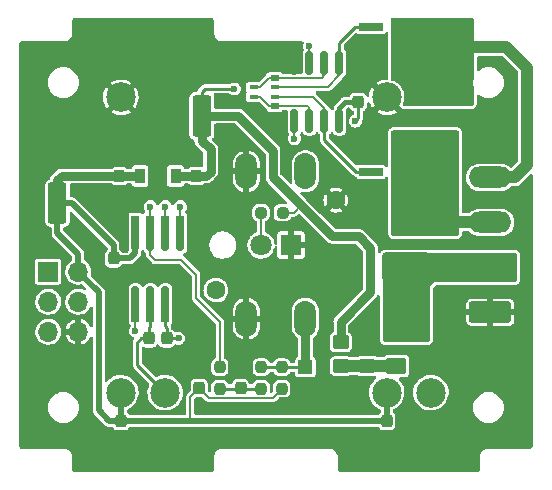
<source format=gtl>
%TF.GenerationSoftware,KiCad,Pcbnew,(6.0.0)*%
%TF.CreationDate,2022-05-26T17:50:24+02:00*%
%TF.ProjectId,slider,736c6964-6572-42e6-9b69-6361645f7063,rev?*%
%TF.SameCoordinates,Original*%
%TF.FileFunction,Copper,L1,Top*%
%TF.FilePolarity,Positive*%
%FSLAX46Y46*%
G04 Gerber Fmt 4.6, Leading zero omitted, Abs format (unit mm)*
G04 Created by KiCad (PCBNEW (6.0.0)) date 2022-05-26 17:50:24*
%MOMM*%
%LPD*%
G01*
G04 APERTURE LIST*
G04 Aperture macros list*
%AMRoundRect*
0 Rectangle with rounded corners*
0 $1 Rounding radius*
0 $2 $3 $4 $5 $6 $7 $8 $9 X,Y pos of 4 corners*
0 Add a 4 corners polygon primitive as box body*
4,1,4,$2,$3,$4,$5,$6,$7,$8,$9,$2,$3,0*
0 Add four circle primitives for the rounded corners*
1,1,$1+$1,$2,$3*
1,1,$1+$1,$4,$5*
1,1,$1+$1,$6,$7*
1,1,$1+$1,$8,$9*
0 Add four rect primitives between the rounded corners*
20,1,$1+$1,$2,$3,$4,$5,0*
20,1,$1+$1,$4,$5,$6,$7,0*
20,1,$1+$1,$6,$7,$8,$9,0*
20,1,$1+$1,$8,$9,$2,$3,0*%
%AMFreePoly0*
4,1,9,3.862500,-0.866500,0.737500,-0.866500,0.737500,-0.450000,-0.737500,-0.450000,-0.737500,0.450000,0.737500,0.450000,0.737500,0.866500,3.862500,0.866500,3.862500,-0.866500,3.862500,-0.866500,$1*%
G04 Aperture macros list end*
%TA.AperFunction,SMDPad,CuDef*%
%ADD10RoundRect,0.237500X0.237500X-0.250000X0.237500X0.250000X-0.237500X0.250000X-0.237500X-0.250000X0*%
%TD*%
%TA.AperFunction,ComponentPad*%
%ADD11R,1.700000X1.700000*%
%TD*%
%TA.AperFunction,ComponentPad*%
%ADD12O,1.700000X1.700000*%
%TD*%
%TA.AperFunction,SMDPad,CuDef*%
%ADD13RoundRect,0.237500X0.237500X-0.300000X0.237500X0.300000X-0.237500X0.300000X-0.237500X-0.300000X0*%
%TD*%
%TA.AperFunction,SMDPad,CuDef*%
%ADD14R,0.800000X0.500000*%
%TD*%
%TA.AperFunction,SMDPad,CuDef*%
%ADD15R,0.800000X0.400000*%
%TD*%
%TA.AperFunction,SMDPad,CuDef*%
%ADD16R,2.000000X0.700000*%
%TD*%
%TA.AperFunction,ComponentPad*%
%ADD17RoundRect,0.250000X1.550000X-0.650000X1.550000X0.650000X-1.550000X0.650000X-1.550000X-0.650000X0*%
%TD*%
%TA.AperFunction,ComponentPad*%
%ADD18O,3.600000X1.800000*%
%TD*%
%TA.AperFunction,SMDPad,CuDef*%
%ADD19RoundRect,0.237500X-0.237500X0.250000X-0.237500X-0.250000X0.237500X-0.250000X0.237500X0.250000X0*%
%TD*%
%TA.AperFunction,SMDPad,CuDef*%
%ADD20RoundRect,0.250000X1.750000X1.000000X-1.750000X1.000000X-1.750000X-1.000000X1.750000X-1.000000X0*%
%TD*%
%TA.AperFunction,SMDPad,CuDef*%
%ADD21RoundRect,0.237500X-0.250000X-0.237500X0.250000X-0.237500X0.250000X0.237500X-0.250000X0.237500X0*%
%TD*%
%TA.AperFunction,SMDPad,CuDef*%
%ADD22RoundRect,0.237500X-0.237500X0.300000X-0.237500X-0.300000X0.237500X-0.300000X0.237500X0.300000X0*%
%TD*%
%TA.AperFunction,SMDPad,CuDef*%
%ADD23R,0.650000X1.700000*%
%TD*%
%TA.AperFunction,SMDPad,CuDef*%
%ADD24RoundRect,0.250001X-0.624999X0.462499X-0.624999X-0.462499X0.624999X-0.462499X0.624999X0.462499X0*%
%TD*%
%TA.AperFunction,SMDPad,CuDef*%
%ADD25RoundRect,0.250000X0.450000X-0.350000X0.450000X0.350000X-0.450000X0.350000X-0.450000X-0.350000X0*%
%TD*%
%TA.AperFunction,SMDPad,CuDef*%
%ADD26RoundRect,0.150000X-0.150000X0.825000X-0.150000X-0.825000X0.150000X-0.825000X0.150000X0.825000X0*%
%TD*%
%TA.AperFunction,SMDPad,CuDef*%
%ADD27RoundRect,0.250000X0.550000X-1.500000X0.550000X1.500000X-0.550000X1.500000X-0.550000X-1.500000X0*%
%TD*%
%TA.AperFunction,SMDPad,CuDef*%
%ADD28R,0.900000X1.300000*%
%TD*%
%TA.AperFunction,SMDPad,CuDef*%
%ADD29FreePoly0,90.000000*%
%TD*%
%TA.AperFunction,SMDPad,CuDef*%
%ADD30R,1.200000X1.200000*%
%TD*%
%TA.AperFunction,SMDPad,CuDef*%
%ADD31RoundRect,0.150000X0.150000X-0.825000X0.150000X0.825000X-0.150000X0.825000X-0.150000X-0.825000X0*%
%TD*%
%TA.AperFunction,ComponentPad*%
%ADD32C,2.500000*%
%TD*%
%TA.AperFunction,ComponentPad*%
%ADD33R,1.800000X1.800000*%
%TD*%
%TA.AperFunction,ComponentPad*%
%ADD34C,1.800000*%
%TD*%
%TA.AperFunction,ComponentPad*%
%ADD35O,1.850000X3.048000*%
%TD*%
%TA.AperFunction,ComponentPad*%
%ADD36C,1.600000*%
%TD*%
%TA.AperFunction,ViaPad*%
%ADD37C,0.800000*%
%TD*%
%TA.AperFunction,ViaPad*%
%ADD38C,0.600000*%
%TD*%
%TA.AperFunction,Conductor*%
%ADD39C,0.250000*%
%TD*%
%TA.AperFunction,Conductor*%
%ADD40C,0.750000*%
%TD*%
%TA.AperFunction,Conductor*%
%ADD41C,0.200000*%
%TD*%
%TA.AperFunction,Conductor*%
%ADD42C,0.400000*%
%TD*%
%TA.AperFunction,Conductor*%
%ADD43C,0.500000*%
%TD*%
%TA.AperFunction,Conductor*%
%ADD44C,1.000000*%
%TD*%
G04 APERTURE END LIST*
D10*
%TO.P,R5,1*%
%TO.N,Net-(C4-Pad1)*%
X135250000Y-112162500D03*
%TO.P,R5,2*%
%TO.N,/PB2*%
X135250000Y-110337500D03*
%TD*%
D11*
%TO.P,J4,1,MISO*%
%TO.N,/PB1*%
X120725000Y-102250000D03*
D12*
%TO.P,J4,2,VCC*%
%TO.N,+5V*%
X123265000Y-102250000D03*
%TO.P,J4,3,SCK*%
%TO.N,/PB2*%
X120725000Y-104790000D03*
%TO.P,J4,4,MOSI*%
%TO.N,/PB0*%
X123265000Y-104790000D03*
%TO.P,J4,5,~{RST}*%
%TO.N,/PB5*%
X120725000Y-107330000D03*
%TO.P,J4,6,GND*%
%TO.N,GND*%
X123265000Y-107330000D03*
%TD*%
D13*
%TO.P,C14,1*%
%TO.N,+5V*%
X133500000Y-112112500D03*
%TO.P,C14,2*%
%TO.N,GND*%
X133500000Y-110387500D03*
%TD*%
D14*
%TO.P,RN1,1,R1.1*%
%TO.N,Net-(U1-Pad6)*%
X139900000Y-88225000D03*
D15*
%TO.P,RN1,2,R2.1*%
%TO.N,Net-(RN1-Pad2)*%
X139900000Y-87425000D03*
%TO.P,RN1,3,R3.1*%
%TO.N,Net-(RN1-Pad3)*%
X139900000Y-86625000D03*
D14*
%TO.P,RN1,4,R4.1*%
%TO.N,Net-(U1-Pad2)*%
X139900000Y-85825000D03*
%TO.P,RN1,5,R4.2*%
%TO.N,GND*%
X138100000Y-85825000D03*
D15*
%TO.P,RN1,6,R3.2*%
%TO.N,Net-(U1-Pad2)*%
X138100000Y-86625000D03*
%TO.P,RN1,7,R2.2*%
%TO.N,Net-(U1-Pad6)*%
X138100000Y-87425000D03*
D14*
%TO.P,RN1,8,R1.2*%
%TO.N,GND*%
X138100000Y-88225000D03*
%TD*%
D16*
%TO.P,Q1,1,G*%
%TO.N,Net-(RN1-Pad3)*%
X148050000Y-81550000D03*
%TO.P,Q1,2,S*%
%TO.N,GND*%
X148050000Y-83450000D03*
%TO.P,Q1,3,D*%
%TO.N,/Aout*%
X151450000Y-82500000D03*
%TD*%
D17*
%TO.P,J8,1,Pin_1*%
%TO.N,GND*%
X158142500Y-105697500D03*
D18*
%TO.P,J8,2,Pin_2*%
%TO.N,VCC*%
X158142500Y-101887500D03*
%TO.P,J8,3,Pin_3*%
%TO.N,/Bout*%
X158142500Y-98077500D03*
%TO.P,J8,4,Pin_4*%
%TO.N,/Aout*%
X158142500Y-94267500D03*
%TD*%
D13*
%TO.P,C1,1*%
%TO.N,+24V*%
X146975000Y-87887500D03*
%TO.P,C1,2*%
%TO.N,GND*%
X146975000Y-86162500D03*
%TD*%
%TO.P,C8,1*%
%TO.N,+5V*%
X126750000Y-94150000D03*
%TO.P,C8,2*%
%TO.N,GND*%
X126750000Y-92425000D03*
%TD*%
D19*
%TO.P,R2,1*%
%TO.N,Net-(D2-Pad1)*%
X140500000Y-110337500D03*
%TO.P,R2,2*%
%TO.N,+5V*%
X140500000Y-112162500D03*
%TD*%
D20*
%TO.P,C10,1*%
%TO.N,VCC*%
X151050000Y-101887500D03*
%TO.P,C10,2*%
%TO.N,GND*%
X144950000Y-101887500D03*
%TD*%
D13*
%TO.P,C4,1*%
%TO.N,Net-(C4-Pad1)*%
X137000000Y-112112500D03*
%TO.P,C4,2*%
%TO.N,GND*%
X137000000Y-110387500D03*
%TD*%
D21*
%TO.P,R1,1*%
%TO.N,/switch/LED*%
X138735000Y-97250000D03*
%TO.P,R1,2*%
%TO.N,+24V*%
X140560000Y-97250000D03*
%TD*%
D22*
%TO.P,C12,1*%
%TO.N,+5V*%
X149375000Y-114887500D03*
%TO.P,C12,2*%
%TO.N,GND*%
X149375000Y-116612500D03*
%TD*%
%TO.P,C13,1*%
%TO.N,+5V*%
X126875000Y-114887500D03*
%TO.P,C13,2*%
%TO.N,GND*%
X126875000Y-116612500D03*
%TD*%
D23*
%TO.P,U3,1,~{RESET}/PB5*%
%TO.N,/PB5*%
X128095000Y-105650000D03*
%TO.P,U3,2,PB3*%
%TO.N,/PB3*%
X129365000Y-105650000D03*
%TO.P,U3,3,PB4*%
%TO.N,/PB4*%
X130635000Y-105650000D03*
%TO.P,U3,4,GND*%
%TO.N,GND*%
X131905000Y-105650000D03*
%TO.P,U3,5,PB0*%
%TO.N,/PB0*%
X131905000Y-98350000D03*
%TO.P,U3,6,PB1*%
%TO.N,/PB1*%
X130635000Y-98350000D03*
%TO.P,U3,7,PB2*%
%TO.N,/PB2*%
X129365000Y-98350000D03*
%TO.P,U3,8,VCC*%
%TO.N,+5V*%
X128095000Y-98350000D03*
%TD*%
D24*
%TO.P,F1,1*%
%TO.N,VCC*%
X150180000Y-107262500D03*
%TO.P,F1,2*%
%TO.N,Net-(D3-Pad1)*%
X150180000Y-110237500D03*
%TD*%
D25*
%TO.P,R4,1*%
%TO.N,Net-(D3-Pad1)*%
X145500000Y-110237500D03*
%TO.P,R4,2*%
%TO.N,+24V*%
X145500000Y-108237500D03*
%TD*%
D26*
%TO.P,U1,1*%
%TO.N,Net-(RN1-Pad3)*%
X145380000Y-84550000D03*
%TO.P,U1,2,-*%
%TO.N,Net-(U1-Pad2)*%
X144110000Y-84550000D03*
%TO.P,U1,3,+*%
%TO.N,/PB1*%
X142840000Y-84550000D03*
%TO.P,U1,4,V-*%
%TO.N,GND*%
X141570000Y-84550000D03*
%TO.P,U1,5,+*%
%TO.N,/PB0*%
X141570000Y-89500000D03*
%TO.P,U1,6,-*%
%TO.N,Net-(U1-Pad6)*%
X142840000Y-89500000D03*
%TO.P,U1,7*%
%TO.N,Net-(RN1-Pad2)*%
X144110000Y-89500000D03*
%TO.P,U1,8,V+*%
%TO.N,+24V*%
X145380000Y-89500000D03*
%TD*%
D22*
%TO.P,C11,1*%
%TO.N,+5V*%
X126250000Y-101137500D03*
%TO.P,C11,2*%
%TO.N,GND*%
X126250000Y-102862500D03*
%TD*%
D27*
%TO.P,C9,1*%
%TO.N,+5V*%
X121500000Y-96450000D03*
%TO.P,C9,2*%
%TO.N,GND*%
X121500000Y-90850000D03*
%TD*%
D28*
%TO.P,U2,1,OUT*%
%TO.N,+5V*%
X128500000Y-94150000D03*
D29*
%TO.P,U2,2,GND*%
%TO.N,GND*%
X130000000Y-94062500D03*
D28*
%TO.P,U2,3,IN*%
%TO.N,+24V*%
X131500000Y-94150000D03*
%TD*%
D30*
%TO.P,D2,1,K*%
%TO.N,Net-(D2-Pad1)*%
X142500000Y-110350000D03*
%TO.P,D2,2,A*%
%TO.N,GND*%
X142500000Y-113150000D03*
%TD*%
D13*
%TO.P,C5,1*%
%TO.N,+24V*%
X133250000Y-94150000D03*
%TO.P,C5,2*%
%TO.N,GND*%
X133250000Y-92425000D03*
%TD*%
D22*
%TO.P,C3,1*%
%TO.N,/PB3*%
X129250000Y-107887500D03*
%TO.P,C3,2*%
%TO.N,GND*%
X129250000Y-109612500D03*
%TD*%
D27*
%TO.P,C6,1*%
%TO.N,+24V*%
X133725000Y-89075000D03*
%TO.P,C6,2*%
%TO.N,GND*%
X133725000Y-83475000D03*
%TD*%
D19*
%TO.P,R3,1*%
%TO.N,Net-(D2-Pad1)*%
X138750000Y-110337500D03*
%TO.P,R3,2*%
%TO.N,Net-(C4-Pad1)*%
X138750000Y-112162500D03*
%TD*%
D30*
%TO.P,D3,1,K*%
%TO.N,Net-(D3-Pad1)*%
X147750000Y-110237500D03*
%TO.P,D3,2,A*%
%TO.N,GND*%
X147750000Y-107437500D03*
%TD*%
D31*
%TO.P,U4,1,~{RESET}/PB5*%
%TO.N,/PB5*%
X128095000Y-104475000D03*
%TO.P,U4,2,PB3*%
%TO.N,/PB3*%
X129365000Y-104475000D03*
%TO.P,U4,3,PB4*%
%TO.N,/PB4*%
X130635000Y-104475000D03*
%TO.P,U4,4,GND*%
%TO.N,GND*%
X131905000Y-104475000D03*
%TO.P,U4,5,PB0*%
%TO.N,/PB0*%
X131905000Y-99525000D03*
%TO.P,U4,6,PB1*%
%TO.N,/PB1*%
X130635000Y-99525000D03*
%TO.P,U4,7,PB2*%
%TO.N,/PB2*%
X129365000Y-99525000D03*
%TO.P,U4,8,VCC*%
%TO.N,+5V*%
X128095000Y-99525000D03*
%TD*%
D16*
%TO.P,Q2,1,G*%
%TO.N,Net-(RN1-Pad2)*%
X148050000Y-93800000D03*
%TO.P,Q2,2,S*%
%TO.N,GND*%
X148050000Y-95700000D03*
%TO.P,Q2,3,D*%
%TO.N,/Bout*%
X151450000Y-94750000D03*
%TD*%
D22*
%TO.P,C7,1*%
%TO.N,VCC*%
X152250000Y-107262500D03*
%TO.P,C7,2*%
%TO.N,GND*%
X152250000Y-108987500D03*
%TD*%
%TO.P,C2,1*%
%TO.N,/PB4*%
X130750000Y-107887500D03*
%TO.P,C2,2*%
%TO.N,GND*%
X130750000Y-109612500D03*
%TD*%
D32*
%TO.P,RV1,1,1*%
%TO.N,+5V*%
X126875000Y-112500000D03*
%TO.P,RV1,2,2*%
%TO.N,/PB3*%
X130625000Y-112500000D03*
%TO.P,RV1,3,3*%
%TO.N,GND*%
X126875000Y-87500000D03*
%TD*%
D33*
%TO.P,D1,1,K*%
%TO.N,GND*%
X141275000Y-100000000D03*
D34*
%TO.P,D1,2,A*%
%TO.N,/switch/LED*%
X138735000Y-100000000D03*
%TD*%
D32*
%TO.P,RV2,1,1*%
%TO.N,+5V*%
X149375000Y-112500000D03*
%TO.P,RV2,2,2*%
%TO.N,/PB4*%
X153125000Y-112500000D03*
%TO.P,RV2,3,3*%
%TO.N,GND*%
X149375000Y-87500000D03*
%TD*%
D35*
%TO.P,SW1,1,1*%
%TO.N,GND*%
X137500000Y-93750000D03*
X137500000Y-106250000D03*
%TO.P,SW1,2,2*%
%TO.N,Net-(D2-Pad1)*%
X142500000Y-93750000D03*
X142500000Y-106250000D03*
D36*
%TO.P,SW1,3,K*%
%TO.N,GND*%
X145080000Y-96190000D03*
%TO.P,SW1,4,A*%
%TO.N,/switch/LED*%
X134920000Y-103810000D03*
%TD*%
D37*
%TO.N,GND*%
X147725000Y-106275000D03*
X147725000Y-108775000D03*
D38*
X151675000Y-116999677D03*
X152925000Y-114499677D03*
X137750000Y-113750000D03*
X134175000Y-101999677D03*
X139250000Y-113750000D03*
X132925000Y-115749677D03*
X131675000Y-90749677D03*
X156675000Y-108249677D03*
X159175000Y-115749677D03*
X146675000Y-84499677D03*
X156675000Y-91999677D03*
X135425000Y-98249677D03*
X160425000Y-108249677D03*
X149175000Y-98249677D03*
X157925000Y-91999677D03*
X119175000Y-93249677D03*
X159175000Y-91999677D03*
X129175000Y-84499677D03*
X159175000Y-90749677D03*
X133500000Y-114000000D03*
X145425000Y-116999677D03*
X136675000Y-115749677D03*
X128750000Y-113750000D03*
X128250000Y-90750000D03*
X124175000Y-86999677D03*
X140425000Y-83249677D03*
X142925000Y-115749677D03*
X140500000Y-85000000D03*
X127925000Y-115749677D03*
X157925000Y-109499677D03*
X136675000Y-96999677D03*
X145425000Y-111999677D03*
X157925000Y-108249677D03*
X152925000Y-116999677D03*
X134175000Y-98249677D03*
X131675000Y-88249677D03*
X147925000Y-91999677D03*
X135425000Y-115749677D03*
X125425000Y-116999677D03*
X120425000Y-93249677D03*
X136675000Y-98249677D03*
X122925000Y-116999677D03*
X130425000Y-116999677D03*
X147925000Y-89499677D03*
X151675000Y-115749677D03*
X130425000Y-81999677D03*
X132925000Y-100749677D03*
X121675000Y-83249677D03*
X141000000Y-92000000D03*
X119175000Y-95749677D03*
X119175000Y-106999677D03*
X130425000Y-101999677D03*
X149175000Y-96999677D03*
X155425000Y-89499677D03*
X147925000Y-96999677D03*
X147925000Y-90749677D03*
X124175000Y-100749677D03*
X150425000Y-116999677D03*
X119175000Y-115749677D03*
X129175000Y-101999677D03*
X125425000Y-89499677D03*
X147925000Y-84499677D03*
X126675000Y-95749677D03*
X124175000Y-83249677D03*
X126675000Y-106999677D03*
X146675000Y-116999677D03*
X122925000Y-89499677D03*
X139175000Y-105749677D03*
X149175000Y-90749677D03*
X157925000Y-84499677D03*
X119175000Y-85749677D03*
X140425000Y-101999677D03*
X125425000Y-118249677D03*
X125425000Y-115749677D03*
X154175000Y-105749677D03*
X134175000Y-108249677D03*
X124175000Y-95749677D03*
X131675000Y-81999677D03*
X140425000Y-103249677D03*
X127925000Y-118249677D03*
X144175000Y-106999677D03*
X146675000Y-91999677D03*
X130425000Y-89499677D03*
X124175000Y-84499677D03*
X137925000Y-115749677D03*
X132925000Y-106999677D03*
X140425000Y-108249677D03*
X145425000Y-115749677D03*
X156675000Y-111999677D03*
X154175000Y-115749677D03*
X119175000Y-90749677D03*
X155425000Y-113249677D03*
X135425000Y-101999677D03*
X155425000Y-114499677D03*
X131675000Y-84499677D03*
X122925000Y-111999677D03*
X136250000Y-113750000D03*
X129175000Y-115749677D03*
X141675000Y-101999677D03*
X144175000Y-113249677D03*
X131725000Y-87025000D03*
X119175000Y-113249677D03*
X136500000Y-90500000D03*
X139175000Y-104499677D03*
X155425000Y-116999677D03*
X121675000Y-84499677D03*
X146675000Y-90749677D03*
X142925000Y-111999677D03*
X141675000Y-111999677D03*
X147925000Y-116999677D03*
X119175000Y-84499677D03*
X126675000Y-109499677D03*
X119175000Y-86999677D03*
X120425000Y-110749677D03*
X140750000Y-113750000D03*
X141675000Y-115749677D03*
X120425000Y-88249677D03*
X135425000Y-96999677D03*
X119175000Y-94499677D03*
X127925000Y-89499677D03*
X130425000Y-88249677D03*
X144175000Y-115749677D03*
X122925000Y-115749677D03*
X156675000Y-90749677D03*
X127925000Y-85749677D03*
X141675000Y-98249677D03*
X151675000Y-110749677D03*
X124175000Y-91999677D03*
X122925000Y-109499677D03*
X119175000Y-109499677D03*
X156675000Y-116999677D03*
X124175000Y-115749677D03*
X138000000Y-85000000D03*
X154175000Y-118249677D03*
X144175000Y-93249677D03*
X149175000Y-89499677D03*
X132925000Y-98249677D03*
X155425000Y-110749677D03*
X124175000Y-114499677D03*
X119175000Y-88249677D03*
X131675000Y-115749677D03*
X119175000Y-105749677D03*
X122925000Y-88249677D03*
X129175000Y-88249677D03*
X129175000Y-118249677D03*
X130000000Y-95500000D03*
X146675000Y-115749677D03*
X156675000Y-118249677D03*
X156675000Y-110749677D03*
X154175000Y-116999677D03*
X157925000Y-89499677D03*
X155425000Y-109499677D03*
X147500000Y-94750000D03*
X122925000Y-91999677D03*
X125425000Y-95749677D03*
X155425000Y-105749677D03*
X137925000Y-103249677D03*
X137925000Y-83249677D03*
X147925000Y-118249677D03*
X131675000Y-89499677D03*
X144175000Y-104499677D03*
X130425000Y-83249677D03*
X126675000Y-81999677D03*
X124175000Y-109499677D03*
X119175000Y-91999677D03*
X130425000Y-118249677D03*
X139175000Y-101999677D03*
X125425000Y-91999677D03*
X124175000Y-81999677D03*
X139250000Y-85000000D03*
X140425000Y-106999677D03*
X135425000Y-83249677D03*
X144175000Y-110749677D03*
X132925000Y-99499677D03*
X147750000Y-82500000D03*
X156675000Y-89499677D03*
X149000000Y-82500000D03*
X119175000Y-108249677D03*
X122000000Y-106000000D03*
X139175000Y-106999677D03*
X149175000Y-91999677D03*
X160425000Y-111999677D03*
X150425000Y-118249677D03*
X132925000Y-118249677D03*
X145425000Y-94499677D03*
X137500000Y-108750000D03*
X146675000Y-118249677D03*
X127925000Y-84499677D03*
X139175000Y-83249677D03*
X160425000Y-113249677D03*
X125425000Y-81999677D03*
X159175000Y-89499677D03*
X146675000Y-111999677D03*
X150425000Y-89499677D03*
X159175000Y-110749677D03*
X122925000Y-83249677D03*
X131675000Y-83249677D03*
X156675000Y-115749677D03*
X157925000Y-115749677D03*
X138500000Y-89250000D03*
X154175000Y-110749677D03*
X124175000Y-111999677D03*
X160425000Y-114499677D03*
X129225000Y-87025000D03*
X119175000Y-96999677D03*
X160425000Y-109499677D03*
X126675000Y-104499677D03*
X135425000Y-84499677D03*
X139175000Y-108249677D03*
X155425000Y-118249677D03*
X126675000Y-90749677D03*
X129225000Y-85775000D03*
X125425000Y-90749677D03*
X152925000Y-115749677D03*
X121675000Y-110749677D03*
X119175000Y-99499677D03*
X139175000Y-95749677D03*
X127925000Y-116999677D03*
X120425000Y-83249677D03*
X135750000Y-105250000D03*
X148475000Y-85525000D03*
X122925000Y-90749677D03*
X149175000Y-99499677D03*
X139175000Y-103249677D03*
X119175000Y-83249677D03*
X139750000Y-98500000D03*
X130475000Y-85775000D03*
X126675000Y-105749677D03*
X120425000Y-111999677D03*
X155425000Y-111999677D03*
X124175000Y-110749677D03*
X127925000Y-101999677D03*
X140425000Y-105749677D03*
X124175000Y-90749677D03*
X131675000Y-91999677D03*
X134175000Y-115749677D03*
X124175000Y-116999677D03*
X144175000Y-105749677D03*
X134175000Y-106999677D03*
X152925000Y-118249677D03*
X147925000Y-115749677D03*
X155425000Y-106999677D03*
X124175000Y-113249677D03*
X147925000Y-98249677D03*
X132000000Y-114000000D03*
X120425000Y-115749677D03*
X130425000Y-84499677D03*
X159175000Y-111999677D03*
X127925000Y-95749677D03*
X144175000Y-111999677D03*
X159175000Y-108249677D03*
X136675000Y-83249677D03*
X153000000Y-110250000D03*
X139750000Y-89750000D03*
X134175000Y-116999677D03*
X131675000Y-116999677D03*
X126675000Y-89499677D03*
X139175000Y-115749677D03*
X124175000Y-85749677D03*
X144175000Y-109499677D03*
X150425000Y-115749677D03*
X120425000Y-109499677D03*
X119175000Y-89499677D03*
X160425000Y-110749677D03*
X130425000Y-115749677D03*
X120425000Y-84499677D03*
X119175000Y-114499677D03*
X157925000Y-90749677D03*
X155425000Y-104499677D03*
X132925000Y-116999677D03*
X124175000Y-89499677D03*
X127925000Y-81999677D03*
X154175000Y-109499677D03*
X130475000Y-87025000D03*
X126675000Y-118249677D03*
X126675000Y-84499677D03*
X121675000Y-111999677D03*
X140425000Y-115749677D03*
X128250000Y-91999677D03*
X156675000Y-109499677D03*
X122925000Y-110749677D03*
X154175000Y-114499677D03*
X154175000Y-108249677D03*
X151675000Y-118249677D03*
X145425000Y-113249677D03*
X148750000Y-94750000D03*
X144175000Y-94499677D03*
X129175000Y-116999677D03*
X149175000Y-118249677D03*
X121675000Y-115749677D03*
X144725000Y-87525000D03*
X157925000Y-111999677D03*
X119175000Y-111999677D03*
X129175000Y-83249677D03*
X136250000Y-108750000D03*
X140425000Y-104499677D03*
X134175000Y-118249677D03*
X125425000Y-83249677D03*
X131750000Y-102500000D03*
X146675000Y-98249677D03*
X155425000Y-115749677D03*
X125425000Y-85749677D03*
X154175000Y-104499677D03*
X132925000Y-108249677D03*
X124175000Y-118249677D03*
X121675000Y-109499677D03*
X152925000Y-89499677D03*
X155425000Y-108249677D03*
X124175000Y-88249677D03*
X146675000Y-113249677D03*
X154175000Y-89499677D03*
X131725000Y-85775000D03*
X144175000Y-108249677D03*
X126675000Y-83249677D03*
X160425000Y-115749677D03*
X125425000Y-84499677D03*
X154175000Y-106999677D03*
X157925000Y-88249677D03*
X129175000Y-81999677D03*
X159175000Y-88249677D03*
X157925000Y-110749677D03*
X132925000Y-105749677D03*
X146675000Y-96999677D03*
X151675000Y-89499677D03*
X122925000Y-84499677D03*
X145425000Y-104499677D03*
X119175000Y-98249677D03*
X127925000Y-83249677D03*
X131675000Y-118249677D03*
X159175000Y-109499677D03*
X149175000Y-84499677D03*
X129175000Y-89499677D03*
X133725000Y-85775000D03*
X145725000Y-86775000D03*
X119175000Y-110749677D03*
X126000000Y-110750000D03*
X121675000Y-88249677D03*
%TO.N,+24V*%
X146725000Y-89500000D03*
X136475000Y-86775000D03*
%TO.N,/PB4*%
X131750000Y-107887500D03*
%TO.N,/PB1*%
X130635000Y-96750000D03*
X142840000Y-83160000D03*
%TO.N,/PB2*%
X129365000Y-96750000D03*
%TO.N,/PB0*%
X131905000Y-96750000D03*
X141570000Y-91000000D03*
%TO.N,/PB5*%
X128095000Y-107250000D03*
%TO.N,/Bout*%
X154500000Y-98500000D03*
X150750000Y-96000000D03*
X150750000Y-97250000D03*
X153250000Y-94750000D03*
X152000000Y-92250000D03*
X153250000Y-96000000D03*
X152000000Y-97250000D03*
X153250000Y-91000000D03*
X153250000Y-93500000D03*
X152000000Y-96000000D03*
X150750000Y-92250000D03*
X154500000Y-93500000D03*
X153250000Y-98500000D03*
X153250000Y-97250000D03*
X154500000Y-92250000D03*
X154500000Y-94750000D03*
X154500000Y-91000000D03*
X154500000Y-97250000D03*
X153250000Y-92250000D03*
X150750000Y-98500000D03*
X150750000Y-93500000D03*
X152000000Y-93500000D03*
X152000000Y-91000000D03*
X152000000Y-98500000D03*
X150750000Y-91000000D03*
X154500000Y-96000000D03*
%TO.N,/Aout*%
X154500000Y-82500000D03*
X153250000Y-87500000D03*
X154500000Y-86250000D03*
X153250000Y-85000000D03*
X152000000Y-86250000D03*
X152000000Y-81250000D03*
X153250000Y-83750000D03*
X153250000Y-81250000D03*
X154500000Y-85000000D03*
X154500000Y-87500000D03*
X155750000Y-87500000D03*
X152000000Y-83750000D03*
X155750000Y-82500000D03*
X155750000Y-81250000D03*
X154500000Y-81250000D03*
X150750000Y-83750000D03*
X150750000Y-85000000D03*
X155750000Y-83750000D03*
X155750000Y-86250000D03*
X152000000Y-85000000D03*
X154500000Y-83750000D03*
X150750000Y-81250000D03*
X153250000Y-86250000D03*
X153250000Y-82500000D03*
X155750000Y-85000000D03*
X152000000Y-87500000D03*
%TD*%
D39*
%TO.N,+24V*%
X146975000Y-89250000D02*
X146725000Y-89500000D01*
X146975000Y-87887500D02*
X146975000Y-89250000D01*
X136475000Y-86775000D02*
X133975000Y-86775000D01*
D40*
X134475000Y-93775000D02*
X134475000Y-91900000D01*
X133250000Y-94150000D02*
X134100000Y-94150000D01*
D39*
X133975000Y-86775000D02*
X133725000Y-87025000D01*
D40*
X136825000Y-89075000D02*
X133725000Y-89075000D01*
D39*
X133725000Y-87025000D02*
X133725000Y-89075000D01*
D40*
X147000000Y-99250000D02*
X144750000Y-99250000D01*
X133725000Y-91150000D02*
X133725000Y-89075000D01*
X139750000Y-94250000D02*
X139750000Y-92000000D01*
D41*
X141500000Y-97250000D02*
X142125000Y-96625000D01*
D40*
X145500000Y-108237500D02*
X145500000Y-106500000D01*
X148000000Y-100250000D02*
X147000000Y-99250000D01*
D42*
X145862500Y-87887500D02*
X145380000Y-88370000D01*
D40*
X133250000Y-94150000D02*
X131500000Y-94150000D01*
X144750000Y-99250000D02*
X142125000Y-96625000D01*
X142125000Y-96625000D02*
X139750000Y-94250000D01*
X134100000Y-94150000D02*
X134475000Y-93775000D01*
D42*
X145380000Y-88370000D02*
X145380000Y-89500000D01*
D40*
X148000000Y-104000000D02*
X148000000Y-100250000D01*
X139750000Y-92000000D02*
X136825000Y-89075000D01*
D42*
X145862500Y-87887500D02*
X146975000Y-87887500D01*
D41*
X140560000Y-97250000D02*
X141500000Y-97250000D01*
D40*
X134475000Y-91900000D02*
X133725000Y-91150000D01*
X145500000Y-106500000D02*
X148000000Y-104000000D01*
D41*
%TO.N,Net-(U1-Pad6)*%
X142840000Y-88390000D02*
X142840000Y-89500000D01*
X142675000Y-88225000D02*
X142840000Y-88390000D01*
X139425000Y-88225000D02*
X139900000Y-88225000D01*
X138100000Y-87425000D02*
X138625000Y-87425000D01*
X139900000Y-88225000D02*
X142675000Y-88225000D01*
X138625000Y-87425000D02*
X139425000Y-88225000D01*
%TO.N,Net-(U1-Pad2)*%
X139425000Y-85825000D02*
X139900000Y-85825000D01*
X138625000Y-86625000D02*
X139425000Y-85825000D01*
X144110000Y-85640000D02*
X144110000Y-84550000D01*
X139900000Y-85825000D02*
X143925000Y-85825000D01*
X138100000Y-86625000D02*
X138625000Y-86625000D01*
X143925000Y-85825000D02*
X144110000Y-85640000D01*
D43*
%TO.N,+5V*%
X121500000Y-99000000D02*
X123265000Y-100765000D01*
D41*
X134337020Y-112949520D02*
X139712980Y-112949520D01*
D43*
X140612500Y-114887500D02*
X149375000Y-114887500D01*
X122700000Y-96450000D02*
X126250000Y-100000000D01*
X125000000Y-114000000D02*
X125887500Y-114887500D01*
D41*
X139712980Y-112949520D02*
X140500000Y-112162500D01*
D43*
X123265000Y-100765000D02*
X123265000Y-102250000D01*
X126875000Y-114887500D02*
X126875000Y-112500000D01*
D41*
X140500000Y-114775000D02*
X140612500Y-114887500D01*
D40*
X121500000Y-94500000D02*
X121500000Y-96450000D01*
D43*
X128095000Y-100655000D02*
X128095000Y-99525000D01*
X123265000Y-102250000D02*
X125000000Y-103985000D01*
X149375000Y-114887500D02*
X149375000Y-112500000D01*
X121500000Y-96450000D02*
X122700000Y-96450000D01*
D40*
X126750000Y-94150000D02*
X121850000Y-94150000D01*
D43*
X125887500Y-114887500D02*
X126875000Y-114887500D01*
D41*
X133500000Y-112112500D02*
X134337020Y-112949520D01*
X133500000Y-112112500D02*
X132750000Y-112862500D01*
D43*
X121500000Y-96450000D02*
X121500000Y-99000000D01*
X125000000Y-103985000D02*
X125000000Y-114000000D01*
D41*
X132750000Y-112862500D02*
X132750000Y-114887500D01*
D40*
X121850000Y-94150000D02*
X121500000Y-94500000D01*
D43*
X133637500Y-114887500D02*
X140612500Y-114887500D01*
D40*
X128500000Y-94150000D02*
X126750000Y-94150000D01*
D43*
X127612500Y-101137500D02*
X128095000Y-100655000D01*
X126250000Y-100000000D02*
X126250000Y-101137500D01*
D41*
X132750000Y-114887500D02*
X133637500Y-114887500D01*
D43*
X126875000Y-114887500D02*
X133637500Y-114887500D01*
X126250000Y-101137500D02*
X127612500Y-101137500D01*
D39*
%TO.N,/PB3*%
X129365000Y-105650000D02*
X129365000Y-106885000D01*
X129365000Y-106885000D02*
X129250000Y-107000000D01*
X129250000Y-107000000D02*
X129250000Y-107887500D01*
X128250000Y-108250000D02*
X128250000Y-110125000D01*
X128612500Y-107887500D02*
X128250000Y-108250000D01*
X129250000Y-107887500D02*
X128612500Y-107887500D01*
X128250000Y-110125000D02*
X130625000Y-112500000D01*
%TO.N,/PB4*%
X130750000Y-107000000D02*
X130750000Y-107887500D01*
X130635000Y-105650000D02*
X130635000Y-106885000D01*
X130750000Y-107887500D02*
X131750000Y-107887500D01*
X130635000Y-106885000D02*
X130750000Y-107000000D01*
D41*
%TO.N,/PB1*%
X142840000Y-84715000D02*
X142840000Y-83160000D01*
X130635000Y-98350000D02*
X130635000Y-96750000D01*
%TO.N,/PB2*%
X129365000Y-100865000D02*
X129365000Y-99525000D01*
X129365000Y-99525000D02*
X129365000Y-96750000D01*
X132000000Y-101250000D02*
X129750000Y-101250000D01*
X129750000Y-101250000D02*
X129365000Y-100865000D01*
X133250000Y-104500000D02*
X133250000Y-102500000D01*
X135250000Y-110337500D02*
X135250000Y-106500000D01*
X135250000Y-106500000D02*
X133250000Y-104500000D01*
X133250000Y-102500000D02*
X132000000Y-101250000D01*
%TO.N,/PB0*%
X141570000Y-89500000D02*
X141570000Y-91000000D01*
X131905000Y-98350000D02*
X131905000Y-96750000D01*
%TO.N,/PB5*%
X128095000Y-105650000D02*
X128095000Y-107250000D01*
%TO.N,/switch/LED*%
X138735000Y-97250000D02*
X138735000Y-100000000D01*
X138730000Y-100000000D02*
X138735000Y-100000000D01*
D39*
%TO.N,Net-(D2-Pad1)*%
X140512500Y-110350000D02*
X140500000Y-110337500D01*
D40*
X142500000Y-110350000D02*
X142500000Y-106250000D01*
D39*
X140500000Y-110337500D02*
X138750000Y-110337500D01*
X142500000Y-110350000D02*
X140512500Y-110350000D01*
D44*
%TO.N,Net-(D3-Pad1)*%
X150180000Y-110237500D02*
X147750000Y-110237500D01*
X147750000Y-110237500D02*
X145500000Y-110237500D01*
D41*
%TO.N,Net-(RN1-Pad3)*%
X139900000Y-86625000D02*
X144375000Y-86625000D01*
D39*
X148050000Y-81550000D02*
X146700000Y-81550000D01*
D41*
X145380000Y-85620000D02*
X145380000Y-84550000D01*
X144375000Y-86625000D02*
X145380000Y-85620000D01*
D39*
X146700000Y-81550000D02*
X145380000Y-82870000D01*
X145380000Y-82870000D02*
X145380000Y-84550000D01*
D41*
%TO.N,Net-(RN1-Pad2)*%
X139900000Y-87425000D02*
X143125000Y-87425000D01*
D39*
X144110000Y-91110000D02*
X146800000Y-93800000D01*
X144110000Y-89500000D02*
X144110000Y-91110000D01*
D41*
X143125000Y-87425000D02*
X144110000Y-88410000D01*
D39*
X146800000Y-93800000D02*
X148050000Y-93800000D01*
D41*
X144110000Y-88410000D02*
X144110000Y-89500000D01*
D39*
%TO.N,Net-(C4-Pad1)*%
X138750000Y-112162500D02*
X135250000Y-112162500D01*
D44*
%TO.N,/Bout*%
X158142500Y-98077500D02*
X154922500Y-98077500D01*
X153250000Y-97250000D02*
X152000000Y-96000000D01*
X152000000Y-96000000D02*
X151450000Y-95450000D01*
X154500000Y-98500000D02*
X154077500Y-98077500D01*
X154922500Y-98077500D02*
X154500000Y-98500000D01*
X154077500Y-98077500D02*
X153250000Y-97250000D01*
X151450000Y-95450000D02*
X151450000Y-94750000D01*
%TO.N,/Aout*%
X161250000Y-85000000D02*
X159500000Y-83250000D01*
X159500000Y-83250000D02*
X156250000Y-83250000D01*
X155500000Y-82500000D02*
X151450000Y-82500000D01*
X161250000Y-93250000D02*
X161250000Y-85000000D01*
X158142500Y-94267500D02*
X160232500Y-94267500D01*
X160232500Y-94267500D02*
X161250000Y-93250000D01*
X156250000Y-83250000D02*
X155500000Y-82500000D01*
%TD*%
%TA.AperFunction,Conductor*%
%TO.N,/Aout*%
G36*
X156693039Y-80769684D02*
G01*
X156738794Y-80822488D01*
X156750000Y-80873999D01*
X156750000Y-85873991D01*
X156745775Y-85906083D01*
X156714365Y-86023308D01*
X156713894Y-86028693D01*
X156713893Y-86028698D01*
X156696637Y-86225935D01*
X156694532Y-86250000D01*
X156695004Y-86255395D01*
X156707278Y-86395682D01*
X156714365Y-86476692D01*
X156715765Y-86481917D01*
X156745775Y-86593916D01*
X156750000Y-86626009D01*
X156750000Y-87987789D01*
X156747617Y-88011980D01*
X156735866Y-88071060D01*
X156735782Y-88071480D01*
X156717268Y-88116178D01*
X156690480Y-88156269D01*
X156656269Y-88190480D01*
X156616178Y-88217268D01*
X156571481Y-88235782D01*
X156526582Y-88244712D01*
X156511980Y-88247617D01*
X156487789Y-88250000D01*
X150877774Y-88250000D01*
X150810735Y-88230315D01*
X150764980Y-88177511D01*
X150755036Y-88108353D01*
X150766607Y-88071065D01*
X150774911Y-88054264D01*
X150846639Y-87818180D01*
X150878845Y-87573550D01*
X150879409Y-87550500D01*
X150880562Y-87503308D01*
X150880643Y-87500000D01*
X150860425Y-87254089D01*
X150800316Y-87014783D01*
X150701928Y-86788507D01*
X150567905Y-86581339D01*
X150472684Y-86476692D01*
X150405278Y-86402613D01*
X150405274Y-86402609D01*
X150401846Y-86398842D01*
X150208210Y-86245918D01*
X150157695Y-86218032D01*
X149996653Y-86129132D01*
X149996650Y-86129131D01*
X149992198Y-86126673D01*
X149987399Y-86124974D01*
X149987391Y-86124970D01*
X149832608Y-86070158D01*
X149775985Y-86029225D01*
X149750480Y-85964176D01*
X149750000Y-85953271D01*
X149750000Y-80873999D01*
X149769685Y-80806960D01*
X149822489Y-80761205D01*
X149874000Y-80749999D01*
X156626000Y-80749999D01*
X156693039Y-80769684D01*
G37*
%TD.AperFunction*%
%TD*%
%TA.AperFunction,Conductor*%
%TO.N,VCC*%
G36*
X160204480Y-100639883D02*
G01*
X160263981Y-100651718D01*
X160308678Y-100670232D01*
X160348769Y-100697020D01*
X160382980Y-100731231D01*
X160409768Y-100771322D01*
X160428282Y-100816020D01*
X160440117Y-100875520D01*
X160442500Y-100899711D01*
X160442500Y-102875289D01*
X160440117Y-102899480D01*
X160428282Y-102958980D01*
X160409768Y-103003678D01*
X160382980Y-103043769D01*
X160348769Y-103077980D01*
X160308678Y-103104768D01*
X160263981Y-103123282D01*
X160219082Y-103132212D01*
X160204480Y-103135117D01*
X160180289Y-103137500D01*
X153500000Y-103137500D01*
X153050000Y-103500000D01*
X153050000Y-107962789D01*
X153047617Y-107986980D01*
X153035782Y-108046480D01*
X153017268Y-108091178D01*
X152990480Y-108131269D01*
X152956269Y-108165480D01*
X152916178Y-108192268D01*
X152871481Y-108210782D01*
X152839666Y-108217110D01*
X152811980Y-108222617D01*
X152787789Y-108225000D01*
X152666577Y-108225000D01*
X152623051Y-108217110D01*
X152600647Y-108208711D01*
X152600642Y-108208710D01*
X152593368Y-108205983D01*
X152533691Y-108199500D01*
X152250043Y-108199500D01*
X151966310Y-108199501D01*
X151906632Y-108205983D01*
X151899360Y-108208709D01*
X151899356Y-108208710D01*
X151876949Y-108217110D01*
X151833423Y-108225000D01*
X149312211Y-108225000D01*
X149288020Y-108222617D01*
X149260334Y-108217110D01*
X149228519Y-108210782D01*
X149183822Y-108192268D01*
X149143731Y-108165480D01*
X149109520Y-108131269D01*
X149082732Y-108091178D01*
X149064218Y-108046480D01*
X149052383Y-107986980D01*
X149050000Y-107962789D01*
X149050000Y-101003264D01*
X149052383Y-100979073D01*
X149064218Y-100919574D01*
X149082733Y-100874875D01*
X149116437Y-100824433D01*
X149131858Y-100805642D01*
X149218142Y-100719358D01*
X149236933Y-100703937D01*
X149287375Y-100670233D01*
X149332074Y-100651718D01*
X149391573Y-100639883D01*
X149415764Y-100637500D01*
X160180289Y-100637500D01*
X160204480Y-100639883D01*
G37*
%TD.AperFunction*%
%TD*%
%TA.AperFunction,Conductor*%
%TO.N,/Bout*%
G36*
X155261980Y-90252383D02*
G01*
X155321481Y-90264218D01*
X155366178Y-90282732D01*
X155406269Y-90309520D01*
X155440480Y-90343731D01*
X155467268Y-90383822D01*
X155485782Y-90428520D01*
X155497617Y-90488020D01*
X155500000Y-90512211D01*
X155500000Y-98987789D01*
X155497617Y-99011980D01*
X155485782Y-99071480D01*
X155467268Y-99116178D01*
X155440480Y-99156269D01*
X155406269Y-99190480D01*
X155366178Y-99217268D01*
X155321481Y-99235782D01*
X155276582Y-99244712D01*
X155261980Y-99247617D01*
X155237789Y-99250000D01*
X150012211Y-99250000D01*
X149988020Y-99247617D01*
X149973418Y-99244712D01*
X149928519Y-99235782D01*
X149883822Y-99217268D01*
X149843731Y-99190480D01*
X149809520Y-99156269D01*
X149782732Y-99116178D01*
X149764218Y-99071480D01*
X149752383Y-99011980D01*
X149750000Y-98987789D01*
X149750000Y-90512211D01*
X149752383Y-90488020D01*
X149764218Y-90428520D01*
X149782732Y-90383822D01*
X149809520Y-90343731D01*
X149843731Y-90309520D01*
X149883822Y-90282732D01*
X149928519Y-90264218D01*
X149988020Y-90252383D01*
X150012211Y-90250000D01*
X155237789Y-90250000D01*
X155261980Y-90252383D01*
G37*
%TD.AperFunction*%
%TD*%
%TA.AperFunction,Conductor*%
%TO.N,GND*%
G36*
X134487356Y-80752382D02*
G01*
X134500000Y-80754897D01*
X134510319Y-80752844D01*
X134525521Y-80754041D01*
X134557856Y-80759162D01*
X134594753Y-80771151D01*
X134629451Y-80788831D01*
X134660836Y-80811634D01*
X134688366Y-80839164D01*
X134711169Y-80870549D01*
X134728849Y-80905247D01*
X134740838Y-80942145D01*
X134745959Y-80974478D01*
X134747156Y-80989681D01*
X134745103Y-81000000D01*
X134747617Y-81012637D01*
X134750000Y-81036830D01*
X134749999Y-81963167D01*
X134747616Y-81987358D01*
X134745101Y-82000002D01*
X134747484Y-82011981D01*
X134747484Y-82013796D01*
X134748212Y-82018704D01*
X134751160Y-82048631D01*
X134760851Y-82147027D01*
X134803737Y-82288402D01*
X134873380Y-82418695D01*
X134967103Y-82532897D01*
X135081305Y-82626620D01*
X135211598Y-82696263D01*
X135352973Y-82739149D01*
X135395990Y-82743386D01*
X135481296Y-82751788D01*
X135486204Y-82752516D01*
X135488019Y-82752516D01*
X135499998Y-82754899D01*
X135511978Y-82752516D01*
X135512642Y-82752384D01*
X135536833Y-82750001D01*
X142228392Y-82750001D01*
X142295431Y-82769686D01*
X142341186Y-82822490D01*
X142351130Y-82891648D01*
X142342955Y-82921448D01*
X142303670Y-83016291D01*
X142284750Y-83160000D01*
X142303670Y-83303709D01*
X142345150Y-83403852D01*
X142349727Y-83414901D01*
X142357195Y-83484371D01*
X142345650Y-83518648D01*
X142304354Y-83599696D01*
X142289500Y-83693481D01*
X142289500Y-83698359D01*
X142289501Y-85350500D01*
X142269816Y-85417539D01*
X142217013Y-85463294D01*
X142165501Y-85474500D01*
X140600402Y-85474500D01*
X140533363Y-85454815D01*
X140497299Y-85419389D01*
X140487387Y-85404554D01*
X140487385Y-85404552D01*
X140480601Y-85394399D01*
X140397740Y-85339034D01*
X140363687Y-85332260D01*
X140330653Y-85325689D01*
X140330650Y-85325689D01*
X140324674Y-85324500D01*
X139475326Y-85324500D01*
X139469350Y-85325689D01*
X139469347Y-85325689D01*
X139436313Y-85332260D01*
X139402260Y-85339034D01*
X139319399Y-85394399D01*
X139312615Y-85404552D01*
X139273366Y-85463294D01*
X139264034Y-85477260D01*
X139262807Y-85483428D01*
X139220670Y-85533954D01*
X139220759Y-85534051D01*
X139220605Y-85534192D01*
X139220674Y-85534274D01*
X139216726Y-85537592D01*
X139214827Y-85539491D01*
X139213189Y-85540994D01*
X139212780Y-85541214D01*
X139212744Y-85541175D01*
X139212572Y-85541326D01*
X139207206Y-85544222D01*
X139200253Y-85551744D01*
X139173508Y-85580676D01*
X139170133Y-85584185D01*
X138615798Y-86138520D01*
X138554475Y-86172005D01*
X138524674Y-86173736D01*
X138524674Y-86174500D01*
X137675326Y-86174500D01*
X137669350Y-86175689D01*
X137669347Y-86175689D01*
X137647922Y-86179951D01*
X137602260Y-86189034D01*
X137519399Y-86244399D01*
X137512615Y-86254552D01*
X137500448Y-86272762D01*
X137464034Y-86327260D01*
X137449500Y-86400326D01*
X137449500Y-86849674D01*
X137450689Y-86855650D01*
X137450689Y-86855653D01*
X137453409Y-86869324D01*
X137464034Y-86922740D01*
X137470821Y-86932898D01*
X137470822Y-86932900D01*
X137486330Y-86956110D01*
X137507208Y-87022787D01*
X137486330Y-87093890D01*
X137470822Y-87117100D01*
X137470821Y-87117102D01*
X137464034Y-87127260D01*
X137460583Y-87144609D01*
X137452956Y-87182954D01*
X137449500Y-87200326D01*
X137449500Y-87649674D01*
X137464034Y-87722740D01*
X137519399Y-87805601D01*
X137602260Y-87860966D01*
X137628372Y-87866160D01*
X137669347Y-87874311D01*
X137669350Y-87874311D01*
X137675326Y-87875500D01*
X138524674Y-87875500D01*
X138524674Y-87877410D01*
X138584612Y-87888779D01*
X138615798Y-87911480D01*
X139141370Y-88437051D01*
X139153840Y-88452491D01*
X139156614Y-88455540D01*
X139162175Y-88464152D01*
X139170225Y-88470498D01*
X139186180Y-88483076D01*
X139190147Y-88486601D01*
X139190228Y-88486505D01*
X139194133Y-88489814D01*
X139197747Y-88493428D01*
X139201901Y-88496397D01*
X139201905Y-88496400D01*
X139212101Y-88503686D01*
X139216762Y-88507185D01*
X139225052Y-88513720D01*
X139262004Y-88562535D01*
X139264034Y-88572740D01*
X139270818Y-88582893D01*
X139302702Y-88630611D01*
X139319399Y-88655601D01*
X139402260Y-88710966D01*
X139436313Y-88717740D01*
X139469347Y-88724311D01*
X139469350Y-88724311D01*
X139475326Y-88725500D01*
X140324674Y-88725500D01*
X140330650Y-88724311D01*
X140330653Y-88724311D01*
X140363687Y-88717740D01*
X140397740Y-88710966D01*
X140480601Y-88655601D01*
X140487385Y-88645448D01*
X140487387Y-88645446D01*
X140497299Y-88630611D01*
X140550911Y-88585805D01*
X140600402Y-88575500D01*
X140895500Y-88575500D01*
X140962539Y-88595185D01*
X141008294Y-88647989D01*
X141019500Y-88699500D01*
X141019501Y-89539650D01*
X141019501Y-90356518D01*
X141034354Y-90450304D01*
X141091950Y-90563342D01*
X141096971Y-90568363D01*
X141119956Y-90632777D01*
X141104132Y-90700831D01*
X141094535Y-90715343D01*
X141089139Y-90722375D01*
X141033670Y-90856291D01*
X141014750Y-91000000D01*
X141033670Y-91143709D01*
X141036781Y-91151221D01*
X141036782Y-91151223D01*
X141063700Y-91216210D01*
X141089139Y-91277625D01*
X141094086Y-91284072D01*
X141167352Y-91379553D01*
X141177379Y-91392621D01*
X141292375Y-91480861D01*
X141320503Y-91492512D01*
X141418777Y-91533218D01*
X141418779Y-91533219D01*
X141426291Y-91536330D01*
X141570000Y-91555250D01*
X141713709Y-91536330D01*
X141721221Y-91533219D01*
X141721223Y-91533218D01*
X141819497Y-91492512D01*
X141847625Y-91480861D01*
X141962621Y-91392621D01*
X141972649Y-91379553D01*
X142045914Y-91284072D01*
X142050861Y-91277625D01*
X142076300Y-91216210D01*
X142103218Y-91151223D01*
X142103219Y-91151221D01*
X142106330Y-91143709D01*
X142125250Y-91000000D01*
X142106330Y-90856291D01*
X142050861Y-90722375D01*
X142045468Y-90715347D01*
X142045245Y-90714771D01*
X142041849Y-90708888D01*
X142042766Y-90708358D01*
X142020272Y-90650181D01*
X142034308Y-90581736D01*
X142042039Y-90569353D01*
X142048050Y-90563342D01*
X142094515Y-90472150D01*
X142142490Y-90421354D01*
X142210311Y-90404559D01*
X142276446Y-90427097D01*
X142315485Y-90472150D01*
X142361950Y-90563342D01*
X142451658Y-90653050D01*
X142564696Y-90710646D01*
X142593933Y-90715277D01*
X142653661Y-90724737D01*
X142653666Y-90724737D01*
X142658481Y-90725500D01*
X142663359Y-90725500D01*
X142840130Y-90725499D01*
X143021518Y-90725499D01*
X143094151Y-90713996D01*
X143105669Y-90712172D01*
X143105670Y-90712172D01*
X143115304Y-90710646D01*
X143228342Y-90653050D01*
X143318050Y-90563342D01*
X143364515Y-90472150D01*
X143412490Y-90421354D01*
X143480311Y-90404559D01*
X143546446Y-90427097D01*
X143585485Y-90472150D01*
X143631950Y-90563342D01*
X143698181Y-90629573D01*
X143731666Y-90690896D01*
X143734500Y-90717254D01*
X143734500Y-91056716D01*
X143731953Y-91080651D01*
X143731887Y-91082052D01*
X143729731Y-91092066D01*
X143730935Y-91102239D01*
X143733641Y-91125102D01*
X143733988Y-91130984D01*
X143734078Y-91130977D01*
X143734500Y-91136082D01*
X143734500Y-91141193D01*
X143735339Y-91146233D01*
X143737639Y-91160053D01*
X143738461Y-91165832D01*
X143743095Y-91204982D01*
X143744424Y-91216210D01*
X143748346Y-91224377D01*
X143749833Y-91233313D01*
X143768477Y-91267866D01*
X143773922Y-91277957D01*
X143776574Y-91283160D01*
X143798537Y-91328900D01*
X143802094Y-91333131D01*
X143803980Y-91335017D01*
X143805751Y-91336947D01*
X143805779Y-91337000D01*
X143805652Y-91337117D01*
X143806143Y-91337674D01*
X143809194Y-91343329D01*
X143816723Y-91350289D01*
X143816724Y-91350290D01*
X143848381Y-91379553D01*
X143851891Y-91382928D01*
X146496802Y-94027839D01*
X146511929Y-94046568D01*
X146512870Y-94047602D01*
X146518428Y-94056210D01*
X146526473Y-94062552D01*
X146544555Y-94076807D01*
X146548958Y-94080720D01*
X146549017Y-94080650D01*
X146552920Y-94083957D01*
X146556538Y-94087575D01*
X146560700Y-94090549D01*
X146572077Y-94098679D01*
X146576728Y-94102170D01*
X146616600Y-94133603D01*
X146625149Y-94136605D01*
X146632519Y-94141872D01*
X146681114Y-94156405D01*
X146686672Y-94158211D01*
X146727182Y-94172437D01*
X146727187Y-94172438D01*
X146727789Y-94172650D01*
X146727792Y-94172651D01*
X146734548Y-94175024D01*
X146734165Y-94176113D01*
X146788936Y-94205863D01*
X146812788Y-94241475D01*
X146814034Y-94247740D01*
X146820817Y-94257891D01*
X146820817Y-94257892D01*
X146848372Y-94299131D01*
X146869399Y-94330601D01*
X146879552Y-94337385D01*
X146896377Y-94348627D01*
X146952260Y-94385966D01*
X146986313Y-94392740D01*
X147019347Y-94399311D01*
X147019350Y-94399311D01*
X147025326Y-94400500D01*
X149074674Y-94400500D01*
X149080650Y-94399311D01*
X149080653Y-94399311D01*
X149113687Y-94392740D01*
X149147740Y-94385966D01*
X149203623Y-94348627D01*
X149220448Y-94337385D01*
X149230601Y-94330601D01*
X149272898Y-94267298D01*
X149326509Y-94222494D01*
X149395834Y-94213785D01*
X149458861Y-94243939D01*
X149495581Y-94303382D01*
X149500000Y-94336189D01*
X149500000Y-98987789D01*
X149500074Y-98989286D01*
X149500074Y-98989305D01*
X149500699Y-99002010D01*
X149501204Y-99012297D01*
X149503587Y-99036488D01*
X149503809Y-99037984D01*
X149503811Y-99038001D01*
X149505017Y-99046130D01*
X149507186Y-99060751D01*
X149519021Y-99120251D01*
X149533247Y-99167149D01*
X149551761Y-99211847D01*
X149553195Y-99214529D01*
X149553196Y-99214532D01*
X149565413Y-99237387D01*
X149574865Y-99255071D01*
X149576555Y-99257600D01*
X149576556Y-99257602D01*
X149599964Y-99292635D01*
X149599969Y-99292642D01*
X149601653Y-99295162D01*
X149632743Y-99333046D01*
X149666954Y-99367257D01*
X149704838Y-99398347D01*
X149707358Y-99400031D01*
X149707365Y-99400036D01*
X149742387Y-99423437D01*
X149742394Y-99423441D01*
X149744929Y-99425135D01*
X149788152Y-99448238D01*
X149832849Y-99466752D01*
X149879751Y-99480979D01*
X149882721Y-99481570D01*
X149882726Y-99481571D01*
X149924633Y-99489906D01*
X149924638Y-99489907D01*
X149937756Y-99492517D01*
X149937765Y-99492519D01*
X149939240Y-99492812D01*
X149940746Y-99493035D01*
X149940755Y-99493037D01*
X149954633Y-99495096D01*
X149963512Y-99496413D01*
X149987703Y-99498796D01*
X149997990Y-99499301D01*
X150010695Y-99499926D01*
X150010714Y-99499926D01*
X150012211Y-99500000D01*
X155237789Y-99500000D01*
X155239286Y-99499926D01*
X155239305Y-99499926D01*
X155252010Y-99499301D01*
X155262297Y-99498796D01*
X155286488Y-99496413D01*
X155295367Y-99495096D01*
X155309245Y-99493037D01*
X155309254Y-99493035D01*
X155310760Y-99492812D01*
X155312235Y-99492519D01*
X155312244Y-99492517D01*
X155325357Y-99489908D01*
X155325362Y-99489907D01*
X155367274Y-99481571D01*
X155367279Y-99481570D01*
X155370249Y-99480979D01*
X155417151Y-99466752D01*
X155461848Y-99448238D01*
X155505071Y-99425135D01*
X155507606Y-99423441D01*
X155507613Y-99423437D01*
X155542635Y-99400036D01*
X155542642Y-99400031D01*
X155545162Y-99398347D01*
X155583046Y-99367257D01*
X155617257Y-99333046D01*
X155648347Y-99295162D01*
X155650031Y-99292642D01*
X155650036Y-99292635D01*
X155673444Y-99257602D01*
X155673445Y-99257600D01*
X155675135Y-99255071D01*
X155684588Y-99237387D01*
X155696804Y-99214532D01*
X155696805Y-99214529D01*
X155698239Y-99211847D01*
X155716753Y-99167149D01*
X155730979Y-99120251D01*
X155742814Y-99060751D01*
X155744983Y-99046130D01*
X155746189Y-99038001D01*
X155746191Y-99037984D01*
X155746413Y-99036488D01*
X155748796Y-99012297D01*
X155749301Y-99002010D01*
X155749926Y-98989305D01*
X155749926Y-98989286D01*
X155750000Y-98987789D01*
X155750000Y-98952000D01*
X155769685Y-98884961D01*
X155822489Y-98839206D01*
X155874000Y-98828000D01*
X156314131Y-98828000D01*
X156381170Y-98847685D01*
X156407357Y-98870239D01*
X156447155Y-98915619D01*
X156451619Y-98919138D01*
X156451622Y-98919141D01*
X156525992Y-98977769D01*
X156613208Y-99046524D01*
X156800336Y-99144977D01*
X156805767Y-99146663D01*
X156805771Y-99146665D01*
X156927086Y-99184334D01*
X157002273Y-99207680D01*
X157007918Y-99208348D01*
X157007922Y-99208349D01*
X157094358Y-99218579D01*
X157173955Y-99228000D01*
X159096141Y-99228000D01*
X159253060Y-99213581D01*
X159456569Y-99156186D01*
X159646210Y-99062665D01*
X159815633Y-98936151D01*
X159819488Y-98931981D01*
X159819491Y-98931978D01*
X159880977Y-98865462D01*
X159959163Y-98780881D01*
X159962198Y-98776071D01*
X160068961Y-98606863D01*
X160068962Y-98606861D01*
X160071995Y-98602054D01*
X160150348Y-98405660D01*
X160191599Y-98198275D01*
X160193563Y-98048332D01*
X160194293Y-97992534D01*
X160194293Y-97992529D01*
X160194367Y-97986846D01*
X160193404Y-97981241D01*
X160159521Y-97784050D01*
X160159520Y-97784047D01*
X160158559Y-97778453D01*
X160085373Y-97580075D01*
X160058060Y-97534165D01*
X159980168Y-97403240D01*
X159980166Y-97403237D01*
X159977262Y-97398356D01*
X159837845Y-97239381D01*
X159833381Y-97235862D01*
X159833378Y-97235859D01*
X159735515Y-97158711D01*
X159671792Y-97108476D01*
X159484664Y-97010023D01*
X159479233Y-97008337D01*
X159479229Y-97008335D01*
X159288160Y-96949007D01*
X159282727Y-96947320D01*
X159277082Y-96946652D01*
X159277078Y-96946651D01*
X159184107Y-96935648D01*
X159111045Y-96927000D01*
X157188859Y-96927000D01*
X157031940Y-96941419D01*
X156828431Y-96998814D01*
X156638790Y-97092335D01*
X156469367Y-97218849D01*
X156465512Y-97223019D01*
X156465509Y-97223022D01*
X156441033Y-97249500D01*
X156409943Y-97283134D01*
X156406211Y-97287171D01*
X156346250Y-97323038D01*
X156315155Y-97327000D01*
X155874000Y-97327000D01*
X155806961Y-97307315D01*
X155761206Y-97254511D01*
X155750000Y-97203000D01*
X155750000Y-90512211D01*
X155748796Y-90487703D01*
X155746413Y-90463512D01*
X155742814Y-90439249D01*
X155730979Y-90379749D01*
X155716753Y-90332851D01*
X155698239Y-90288153D01*
X155675135Y-90244929D01*
X155673444Y-90242398D01*
X155650036Y-90207365D01*
X155650031Y-90207358D01*
X155648347Y-90204838D01*
X155617257Y-90166954D01*
X155583046Y-90132743D01*
X155545162Y-90101653D01*
X155542642Y-90099969D01*
X155542635Y-90099964D01*
X155507613Y-90076563D01*
X155507606Y-90076559D01*
X155505071Y-90074865D01*
X155461848Y-90051762D01*
X155417151Y-90033248D01*
X155370252Y-90019021D01*
X155310751Y-90007186D01*
X155299121Y-90005461D01*
X155288001Y-90003811D01*
X155287984Y-90003809D01*
X155286488Y-90003587D01*
X155262297Y-90001204D01*
X155252010Y-90000699D01*
X155239305Y-90000074D01*
X155239286Y-90000074D01*
X155237789Y-90000000D01*
X150012211Y-90000000D01*
X150010714Y-90000074D01*
X150010695Y-90000074D01*
X149997990Y-90000699D01*
X149987703Y-90001204D01*
X149963512Y-90003587D01*
X149962016Y-90003809D01*
X149961999Y-90003811D01*
X149950879Y-90005461D01*
X149939249Y-90007186D01*
X149879748Y-90019021D01*
X149832849Y-90033248D01*
X149788152Y-90051762D01*
X149744929Y-90074865D01*
X149742394Y-90076559D01*
X149742387Y-90076563D01*
X149707365Y-90099964D01*
X149707358Y-90099969D01*
X149704838Y-90101653D01*
X149666954Y-90132743D01*
X149632743Y-90166954D01*
X149601653Y-90204838D01*
X149599969Y-90207358D01*
X149599964Y-90207365D01*
X149576556Y-90242398D01*
X149574865Y-90244929D01*
X149551761Y-90288153D01*
X149533247Y-90332851D01*
X149519021Y-90379749D01*
X149507186Y-90439249D01*
X149503587Y-90463512D01*
X149501204Y-90487703D01*
X149500000Y-90512211D01*
X149500000Y-93263811D01*
X149480315Y-93330850D01*
X149427511Y-93376605D01*
X149358353Y-93386549D01*
X149294797Y-93357524D01*
X149272897Y-93332701D01*
X149271661Y-93330850D01*
X149230601Y-93269399D01*
X149147740Y-93214034D01*
X149113687Y-93207260D01*
X149080653Y-93200689D01*
X149080650Y-93200689D01*
X149074674Y-93199500D01*
X147025326Y-93199500D01*
X147019350Y-93200689D01*
X147019347Y-93200689D01*
X146986313Y-93207260D01*
X146952260Y-93214034D01*
X146942105Y-93220819D01*
X146942103Y-93220820D01*
X146912673Y-93240485D01*
X146845996Y-93261363D01*
X146778615Y-93242879D01*
X146756101Y-93225064D01*
X144521819Y-90990782D01*
X144488334Y-90929459D01*
X144485500Y-90903101D01*
X144485500Y-90717254D01*
X144505185Y-90650215D01*
X144521819Y-90629573D01*
X144588050Y-90563342D01*
X144634515Y-90472150D01*
X144682490Y-90421354D01*
X144750311Y-90404559D01*
X144816446Y-90427097D01*
X144855485Y-90472150D01*
X144901950Y-90563342D01*
X144991658Y-90653050D01*
X145104696Y-90710646D01*
X145133933Y-90715277D01*
X145193661Y-90724737D01*
X145193666Y-90724737D01*
X145198481Y-90725500D01*
X145203359Y-90725500D01*
X145380130Y-90725499D01*
X145561518Y-90725499D01*
X145634151Y-90713996D01*
X145645669Y-90712172D01*
X145645670Y-90712172D01*
X145655304Y-90710646D01*
X145768342Y-90653050D01*
X145858050Y-90563342D01*
X145915646Y-90450304D01*
X145926821Y-90379749D01*
X145929737Y-90361339D01*
X145929737Y-90361334D01*
X145930500Y-90356519D01*
X145930500Y-89574585D01*
X145950185Y-89507546D01*
X145958343Y-89500477D01*
X145931980Y-89444520D01*
X145930499Y-89425415D01*
X145930499Y-88643482D01*
X145915646Y-88549696D01*
X145918303Y-88549275D01*
X145916737Y-88494270D01*
X145948979Y-88438124D01*
X146012784Y-88374319D01*
X146074107Y-88340834D01*
X146100465Y-88338000D01*
X146186772Y-88338000D01*
X146253811Y-88357685D01*
X146297643Y-88408270D01*
X146297706Y-88408236D01*
X146297864Y-88408525D01*
X146299566Y-88410489D01*
X146301533Y-88415227D01*
X146301952Y-88415992D01*
X146305051Y-88424259D01*
X146388884Y-88536116D01*
X146500741Y-88619949D01*
X146512585Y-88624389D01*
X146519029Y-88626805D01*
X146574892Y-88668771D01*
X146599199Y-88734276D01*
X146599500Y-88742914D01*
X146599500Y-88873273D01*
X146579815Y-88940312D01*
X146522953Y-88987834D01*
X146447375Y-89019139D01*
X146332379Y-89107379D01*
X146244139Y-89222375D01*
X146188670Y-89356291D01*
X146187609Y-89364351D01*
X146187608Y-89364354D01*
X146177438Y-89441601D01*
X146150132Y-89503325D01*
X146173477Y-89539650D01*
X146177438Y-89558396D01*
X146188670Y-89643709D01*
X146244139Y-89777625D01*
X146332379Y-89892621D01*
X146447375Y-89980861D01*
X146454887Y-89983972D01*
X146454886Y-89983972D01*
X146573777Y-90033218D01*
X146573779Y-90033219D01*
X146581291Y-90036330D01*
X146725000Y-90055250D01*
X146868709Y-90036330D01*
X146876221Y-90033219D01*
X146876223Y-90033218D01*
X146995114Y-89983972D01*
X146995113Y-89983972D01*
X147002625Y-89980861D01*
X147117621Y-89892621D01*
X147205861Y-89777625D01*
X147261330Y-89643709D01*
X147280250Y-89500000D01*
X147283105Y-89500376D01*
X147297707Y-89450648D01*
X147297318Y-89450434D01*
X147298287Y-89448671D01*
X147298874Y-89446672D01*
X147301110Y-89443536D01*
X147302256Y-89441451D01*
X147308603Y-89433400D01*
X147311605Y-89424851D01*
X147316872Y-89417481D01*
X147331405Y-89368885D01*
X147333211Y-89363328D01*
X147347438Y-89322817D01*
X147347440Y-89322807D01*
X147350023Y-89315452D01*
X147350500Y-89309945D01*
X147350500Y-89307262D01*
X147350613Y-89304660D01*
X147350635Y-89304585D01*
X147350804Y-89304592D01*
X147350850Y-89303868D01*
X147352690Y-89297714D01*
X147350596Y-89244420D01*
X147350500Y-89239552D01*
X147350500Y-88742914D01*
X147355431Y-88726121D01*
X148508370Y-88726121D01*
X148513999Y-88734048D01*
X148516083Y-88735508D01*
X148720256Y-88854818D01*
X148729408Y-88859202D01*
X148950321Y-88943560D01*
X148960064Y-88946391D01*
X149191800Y-88993539D01*
X149201870Y-88994739D01*
X149438199Y-89003406D01*
X149448320Y-89002946D01*
X149682893Y-88972896D01*
X149692806Y-88970789D01*
X149919325Y-88902830D01*
X149928752Y-88899136D01*
X150141126Y-88795095D01*
X150149841Y-88789900D01*
X150229592Y-88733014D01*
X150237860Y-88722482D01*
X150230984Y-88709537D01*
X149387607Y-87866160D01*
X149373887Y-87858668D01*
X149372081Y-87858797D01*
X149365574Y-87862979D01*
X148515512Y-88713041D01*
X148508370Y-88726121D01*
X147355431Y-88726121D01*
X147370185Y-88675875D01*
X147422989Y-88630120D01*
X147430971Y-88626805D01*
X147437415Y-88624389D01*
X147449259Y-88619949D01*
X147561116Y-88536116D01*
X147644949Y-88424259D01*
X147648047Y-88415994D01*
X147648049Y-88415991D01*
X147677439Y-88337590D01*
X147694017Y-88293368D01*
X147700500Y-88233691D01*
X147700500Y-87998366D01*
X147720185Y-87931327D01*
X147772989Y-87885572D01*
X147842147Y-87875628D01*
X147905703Y-87904653D01*
X147939390Y-87951714D01*
X148029617Y-88173918D01*
X148034194Y-88182978D01*
X148140490Y-88356437D01*
X148150784Y-88365749D01*
X148159421Y-88362026D01*
X149008840Y-87512607D01*
X149016332Y-87498887D01*
X149016203Y-87497081D01*
X149012021Y-87490574D01*
X148164747Y-86643300D01*
X148153396Y-86637102D01*
X148141307Y-86646573D01*
X148069156Y-86752344D01*
X148064144Y-86761166D01*
X147964581Y-86975658D01*
X147961076Y-86985183D01*
X147897878Y-87213064D01*
X147895979Y-87223020D01*
X147885303Y-87322915D01*
X147858606Y-87387483D01*
X147801239Y-87427368D01*
X147731415Y-87429906D01*
X147671304Y-87394291D01*
X147653761Y-87365962D01*
X147652295Y-87366765D01*
X147648049Y-87359010D01*
X147644949Y-87350741D01*
X147561116Y-87238884D01*
X147449259Y-87155051D01*
X147440994Y-87151953D01*
X147440991Y-87151951D01*
X147364754Y-87123372D01*
X147318368Y-87105983D01*
X147258691Y-87099500D01*
X146975043Y-87099500D01*
X146691310Y-87099501D01*
X146631632Y-87105983D01*
X146574875Y-87127260D01*
X146509009Y-87151951D01*
X146509006Y-87151953D01*
X146500741Y-87155051D01*
X146388884Y-87238884D01*
X146305051Y-87350741D01*
X146301951Y-87359011D01*
X146297706Y-87366764D01*
X146295925Y-87365789D01*
X146260912Y-87412394D01*
X146195406Y-87436699D01*
X146186772Y-87437000D01*
X145896603Y-87437000D01*
X145882029Y-87436141D01*
X145857395Y-87433225D01*
X145857392Y-87433225D01*
X145848190Y-87432136D01*
X145811525Y-87438832D01*
X145790478Y-87442676D01*
X145786636Y-87443316D01*
X145753483Y-87448301D01*
X145728538Y-87452051D01*
X145722025Y-87455179D01*
X145714927Y-87456475D01*
X145706701Y-87460748D01*
X145662837Y-87483533D01*
X145659363Y-87485269D01*
X145606421Y-87510691D01*
X145601201Y-87515516D01*
X145600980Y-87515665D01*
X145594712Y-87518921D01*
X145589672Y-87523225D01*
X145552403Y-87560494D01*
X145548893Y-87563869D01*
X145513751Y-87596353D01*
X145513749Y-87596356D01*
X145506944Y-87602646D01*
X145503263Y-87608984D01*
X145497672Y-87615225D01*
X145085564Y-88027333D01*
X145074651Y-88037031D01*
X145047890Y-88058128D01*
X145042620Y-88065753D01*
X145014510Y-88106426D01*
X145012281Y-88109546D01*
X144977366Y-88156816D01*
X144974973Y-88163632D01*
X144970869Y-88169569D01*
X144957498Y-88211847D01*
X144953175Y-88225516D01*
X144951943Y-88229209D01*
X144935552Y-88275884D01*
X144935551Y-88275888D01*
X144932481Y-88284631D01*
X144932202Y-88291735D01*
X144932153Y-88291986D01*
X144930020Y-88298730D01*
X144929500Y-88305337D01*
X144929500Y-88358070D01*
X144929405Y-88362921D01*
X144929294Y-88365749D01*
X144929280Y-88366100D01*
X144906324Y-88432284D01*
X144901950Y-88436658D01*
X144897522Y-88445349D01*
X144897521Y-88445350D01*
X144855485Y-88527850D01*
X144807510Y-88578646D01*
X144739689Y-88595441D01*
X144673554Y-88572903D01*
X144634515Y-88527850D01*
X144622131Y-88503546D01*
X144588050Y-88436658D01*
X144498342Y-88346950D01*
X144489641Y-88342517D01*
X144482860Y-88337590D01*
X144449869Y-88292911D01*
X144446188Y-88294897D01*
X144423786Y-88253379D01*
X144421148Y-88248202D01*
X144404102Y-88212703D01*
X144404101Y-88212701D01*
X144400726Y-88205673D01*
X144397408Y-88201726D01*
X144395509Y-88199827D01*
X144394006Y-88198187D01*
X144393790Y-88197788D01*
X144393831Y-88197750D01*
X144393672Y-88197570D01*
X144390778Y-88192206D01*
X144354324Y-88158508D01*
X144350815Y-88155133D01*
X143408631Y-87212949D01*
X143396161Y-87197509D01*
X143393383Y-87194456D01*
X143387825Y-87185848D01*
X143382148Y-87181372D01*
X143352358Y-87120121D01*
X143360620Y-87050742D01*
X143405079Y-86996843D01*
X143474631Y-86975500D01*
X144324391Y-86975500D01*
X144344123Y-86977600D01*
X144348243Y-86977794D01*
X144358261Y-86979951D01*
X144388601Y-86976360D01*
X144393909Y-86976047D01*
X144393899Y-86975922D01*
X144399004Y-86975500D01*
X144404115Y-86975500D01*
X144421539Y-86972600D01*
X144427318Y-86971778D01*
X144463960Y-86967441D01*
X144463962Y-86967440D01*
X144474138Y-86966236D01*
X144481758Y-86962577D01*
X144490103Y-86961188D01*
X144499118Y-86956324D01*
X144499123Y-86956322D01*
X144531623Y-86938785D01*
X144536797Y-86936148D01*
X144579326Y-86915726D01*
X144583274Y-86912408D01*
X144585180Y-86910502D01*
X144586811Y-86909006D01*
X144587220Y-86908786D01*
X144587256Y-86908825D01*
X144587428Y-86908674D01*
X144592794Y-86905778D01*
X144626493Y-86869323D01*
X144629867Y-86865815D01*
X145592051Y-85903631D01*
X145607500Y-85891154D01*
X145610548Y-85888381D01*
X145619152Y-85882825D01*
X145638073Y-85858824D01*
X145641600Y-85854855D01*
X145641504Y-85854774D01*
X145644810Y-85850872D01*
X145648429Y-85847253D01*
X145658697Y-85832885D01*
X145662198Y-85828221D01*
X145685046Y-85799239D01*
X145685046Y-85799238D01*
X145691392Y-85791189D01*
X145694194Y-85783211D01*
X145699111Y-85776330D01*
X145702047Y-85766512D01*
X145703227Y-85764104D01*
X145750399Y-85712562D01*
X145758284Y-85708175D01*
X145759646Y-85707481D01*
X145759647Y-85707481D01*
X145768342Y-85703050D01*
X145858050Y-85613342D01*
X145915646Y-85500304D01*
X145930500Y-85406519D01*
X145930499Y-83693482D01*
X145915646Y-83599696D01*
X145858050Y-83486658D01*
X145791819Y-83420427D01*
X145758334Y-83359104D01*
X145755500Y-83332746D01*
X145755500Y-83076899D01*
X145775185Y-83009860D01*
X145791819Y-82989218D01*
X146698921Y-82082116D01*
X146760244Y-82048631D01*
X146829936Y-82053615D01*
X146867497Y-82077755D01*
X146869399Y-82080601D01*
X146952260Y-82135966D01*
X146986313Y-82142740D01*
X147019347Y-82149311D01*
X147019350Y-82149311D01*
X147025326Y-82150500D01*
X149074674Y-82150500D01*
X149080650Y-82149311D01*
X149080653Y-82149311D01*
X149113687Y-82142740D01*
X149147740Y-82135966D01*
X149230601Y-82080601D01*
X149272898Y-82017298D01*
X149326509Y-81972494D01*
X149395834Y-81963785D01*
X149458861Y-81993939D01*
X149495581Y-82053382D01*
X149500000Y-82086189D01*
X149500000Y-85875811D01*
X149480315Y-85942850D01*
X149427511Y-85988605D01*
X149374485Y-85999802D01*
X149275097Y-85998587D01*
X149264972Y-85999295D01*
X149031222Y-86035065D01*
X149021348Y-86037417D01*
X148796569Y-86110886D01*
X148787220Y-86114816D01*
X148577461Y-86224009D01*
X148568876Y-86229416D01*
X148519786Y-86266273D01*
X148511468Y-86277418D01*
X148518105Y-86289552D01*
X150597673Y-88369120D01*
X150597357Y-88369436D01*
X150607732Y-88377797D01*
X150621798Y-88394030D01*
X150623795Y-88395957D01*
X150644557Y-88415991D01*
X150653866Y-88424974D01*
X150740300Y-88470188D01*
X150746138Y-88471902D01*
X150746140Y-88471903D01*
X150803095Y-88488627D01*
X150803097Y-88488628D01*
X150807339Y-88489873D01*
X150811713Y-88490502D01*
X150811718Y-88490503D01*
X150849389Y-88495919D01*
X150877774Y-88500000D01*
X156487789Y-88500000D01*
X156489286Y-88499926D01*
X156489305Y-88499926D01*
X156502010Y-88499301D01*
X156512297Y-88498796D01*
X156536488Y-88496413D01*
X156550933Y-88494270D01*
X156559245Y-88493037D01*
X156559254Y-88493035D01*
X156560760Y-88492812D01*
X156562235Y-88492519D01*
X156562244Y-88492517D01*
X156575357Y-88489908D01*
X156575362Y-88489907D01*
X156617274Y-88481571D01*
X156617279Y-88481570D01*
X156620249Y-88480979D01*
X156667151Y-88466752D01*
X156701581Y-88452491D01*
X156709038Y-88449402D01*
X156709039Y-88449401D01*
X156711848Y-88448238D01*
X156755071Y-88425135D01*
X156757606Y-88423441D01*
X156757613Y-88423437D01*
X156792635Y-88400036D01*
X156792642Y-88400031D01*
X156795162Y-88398347D01*
X156820203Y-88377797D01*
X156830686Y-88369194D01*
X156830689Y-88369192D01*
X156833046Y-88367257D01*
X156867257Y-88333046D01*
X156898347Y-88295162D01*
X156900031Y-88292642D01*
X156900036Y-88292635D01*
X156923444Y-88257602D01*
X156923445Y-88257600D01*
X156925135Y-88255071D01*
X156927407Y-88250822D01*
X156946804Y-88214532D01*
X156946805Y-88214529D01*
X156948239Y-88211847D01*
X156960715Y-88181726D01*
X156965593Y-88169951D01*
X156965597Y-88169940D01*
X156966753Y-88167149D01*
X156968318Y-88162001D01*
X156980047Y-88123405D01*
X156980047Y-88123403D01*
X156980927Y-88120509D01*
X156981011Y-88120089D01*
X156981063Y-88119830D01*
X156992814Y-88060750D01*
X156996413Y-88036488D01*
X156996633Y-88034260D01*
X156998647Y-88013805D01*
X156998796Y-88012297D01*
X156999301Y-88002010D01*
X156999926Y-87989305D01*
X156999926Y-87989286D01*
X157000000Y-87987789D01*
X157000000Y-87375612D01*
X157019685Y-87308573D01*
X157072489Y-87262818D01*
X157141647Y-87252874D01*
X157195122Y-87274037D01*
X157243939Y-87308218D01*
X157327552Y-87366764D01*
X157347266Y-87380568D01*
X157352177Y-87382858D01*
X157548594Y-87474450D01*
X157548600Y-87474452D01*
X157553504Y-87476739D01*
X157773308Y-87535635D01*
X157778693Y-87536106D01*
X157778698Y-87536107D01*
X157940515Y-87550264D01*
X157940522Y-87550264D01*
X157943216Y-87550500D01*
X158056784Y-87550500D01*
X158059478Y-87550264D01*
X158059485Y-87550264D01*
X158221302Y-87536107D01*
X158221307Y-87536106D01*
X158226692Y-87535635D01*
X158446496Y-87476739D01*
X158451400Y-87474452D01*
X158451406Y-87474450D01*
X158647823Y-87382858D01*
X158652734Y-87380568D01*
X158659812Y-87375612D01*
X158834704Y-87253153D01*
X158834708Y-87253149D01*
X158839139Y-87250047D01*
X159000047Y-87089139D01*
X159003149Y-87084708D01*
X159003153Y-87084704D01*
X159127460Y-86907173D01*
X159127461Y-86907171D01*
X159130568Y-86902734D01*
X159155089Y-86850149D01*
X159224450Y-86701406D01*
X159224452Y-86701400D01*
X159226739Y-86696496D01*
X159280413Y-86496182D01*
X159284235Y-86481917D01*
X159285635Y-86476692D01*
X159286152Y-86470790D01*
X159304996Y-86255395D01*
X159305468Y-86250000D01*
X159302914Y-86220811D01*
X159286107Y-86028698D01*
X159286106Y-86028693D01*
X159285635Y-86023308D01*
X159226739Y-85803504D01*
X159224452Y-85798600D01*
X159224450Y-85798594D01*
X159132858Y-85602177D01*
X159130568Y-85597266D01*
X159121409Y-85584185D01*
X159003153Y-85415296D01*
X159003149Y-85415292D01*
X159000047Y-85410861D01*
X158839139Y-85249953D01*
X158834708Y-85246851D01*
X158834704Y-85246847D01*
X158657173Y-85122540D01*
X158657171Y-85122539D01*
X158652734Y-85119432D01*
X158631761Y-85109652D01*
X158451406Y-85025550D01*
X158451400Y-85025548D01*
X158446496Y-85023261D01*
X158226692Y-84964365D01*
X158221307Y-84963894D01*
X158221302Y-84963893D01*
X158059485Y-84949736D01*
X158059478Y-84949736D01*
X158056784Y-84949500D01*
X157943216Y-84949500D01*
X157940522Y-84949736D01*
X157940515Y-84949736D01*
X157778698Y-84963893D01*
X157778693Y-84963894D01*
X157773308Y-84964365D01*
X157553504Y-85023261D01*
X157548600Y-85025548D01*
X157548594Y-85025550D01*
X157368239Y-85109652D01*
X157347266Y-85119432D01*
X157342829Y-85122539D01*
X157342827Y-85122540D01*
X157195123Y-85225963D01*
X157128917Y-85248290D01*
X157061150Y-85231280D01*
X157013337Y-85180332D01*
X157000000Y-85124388D01*
X157000000Y-84124500D01*
X157019685Y-84057461D01*
X157072489Y-84011706D01*
X157124000Y-84000500D01*
X159137771Y-84000500D01*
X159204810Y-84020185D01*
X159225452Y-84036819D01*
X160463181Y-85274549D01*
X160496666Y-85335872D01*
X160499500Y-85362230D01*
X160499500Y-92887771D01*
X160479815Y-92954810D01*
X160463181Y-92975452D01*
X160010840Y-93427793D01*
X159949517Y-93461278D01*
X159879825Y-93456294D01*
X159839213Y-93430941D01*
X159837845Y-93429381D01*
X159671792Y-93298476D01*
X159484664Y-93200023D01*
X159479233Y-93198337D01*
X159479229Y-93198335D01*
X159288160Y-93139007D01*
X159282727Y-93137320D01*
X159277082Y-93136652D01*
X159277078Y-93136651D01*
X159184107Y-93125648D01*
X159111045Y-93117000D01*
X157188859Y-93117000D01*
X157031940Y-93131419D01*
X156828431Y-93188814D01*
X156638790Y-93282335D01*
X156469367Y-93408849D01*
X156465512Y-93413019D01*
X156465509Y-93413022D01*
X156451855Y-93427793D01*
X156325837Y-93564119D01*
X156322803Y-93568928D01*
X156322802Y-93568929D01*
X156222081Y-93728562D01*
X156213005Y-93742946D01*
X156134652Y-93939340D01*
X156133542Y-93944921D01*
X156133541Y-93944924D01*
X156118627Y-94019903D01*
X156093401Y-94146725D01*
X156093327Y-94152412D01*
X156093326Y-94152417D01*
X156090707Y-94352466D01*
X156090633Y-94358154D01*
X156091596Y-94363758D01*
X156091596Y-94363759D01*
X156125324Y-94560045D01*
X156126441Y-94566547D01*
X156199627Y-94764925D01*
X156202529Y-94769803D01*
X156202530Y-94769805D01*
X156303299Y-94939182D01*
X156307738Y-94946644D01*
X156447155Y-95105619D01*
X156451619Y-95109138D01*
X156451622Y-95109141D01*
X156493881Y-95142455D01*
X156613208Y-95236524D01*
X156800336Y-95334977D01*
X156805767Y-95336663D01*
X156805771Y-95336665D01*
X156991379Y-95394297D01*
X157002273Y-95397680D01*
X157007918Y-95398348D01*
X157007922Y-95398349D01*
X157100893Y-95409352D01*
X157173955Y-95418000D01*
X159096141Y-95418000D01*
X159253060Y-95403581D01*
X159456569Y-95346186D01*
X159646210Y-95252665D01*
X159815633Y-95126151D01*
X159819488Y-95121981D01*
X159819491Y-95121978D01*
X159878789Y-95057829D01*
X159938750Y-95021962D01*
X159969845Y-95018000D01*
X160166196Y-95018000D01*
X160184844Y-95019410D01*
X160206130Y-95022648D01*
X160213311Y-95022064D01*
X160213313Y-95022064D01*
X160258261Y-95018408D01*
X160268313Y-95018000D01*
X160276322Y-95018000D01*
X160304279Y-95014741D01*
X160308578Y-95014315D01*
X160318321Y-95013523D01*
X160373384Y-95009045D01*
X160373388Y-95009044D01*
X160380559Y-95008461D01*
X160387407Y-95006243D01*
X160393315Y-95005062D01*
X160399172Y-95003677D01*
X160406328Y-95002843D01*
X160474261Y-94978185D01*
X160478348Y-94976782D01*
X160498904Y-94970123D01*
X160547046Y-94954527D01*
X160553205Y-94950789D01*
X160558684Y-94948281D01*
X160564062Y-94945588D01*
X160570831Y-94943131D01*
X160624574Y-94907896D01*
X160631244Y-94903523D01*
X160634889Y-94901223D01*
X160696660Y-94863739D01*
X160704952Y-94856415D01*
X160704977Y-94856443D01*
X160707866Y-94853882D01*
X160711163Y-94851125D01*
X160717185Y-94847177D01*
X160769902Y-94791528D01*
X160772241Y-94789126D01*
X161538320Y-94023047D01*
X161599643Y-93989562D01*
X161669335Y-93994546D01*
X161725268Y-94036418D01*
X161749685Y-94101882D01*
X161750001Y-94110728D01*
X161750001Y-116963166D01*
X161747618Y-116987356D01*
X161745103Y-117000001D01*
X161747156Y-117010320D01*
X161745959Y-117025523D01*
X161740838Y-117057856D01*
X161728849Y-117094754D01*
X161711169Y-117129452D01*
X161688366Y-117160837D01*
X161660836Y-117188367D01*
X161629451Y-117211170D01*
X161594753Y-117228850D01*
X161557856Y-117240839D01*
X161525528Y-117245959D01*
X161525522Y-117245960D01*
X161510319Y-117247157D01*
X161500000Y-117245104D01*
X161487355Y-117247619D01*
X161463165Y-117250002D01*
X159749929Y-117250000D01*
X158036833Y-117249999D01*
X158012642Y-117247616D01*
X158011978Y-117247484D01*
X157999998Y-117245101D01*
X157988019Y-117247484D01*
X157986204Y-117247484D01*
X157981296Y-117248212D01*
X157895990Y-117256614D01*
X157852973Y-117260851D01*
X157711598Y-117303737D01*
X157581305Y-117373380D01*
X157467103Y-117467103D01*
X157463240Y-117471810D01*
X157377247Y-117576593D01*
X157373380Y-117581305D01*
X157303737Y-117711598D01*
X157260851Y-117852973D01*
X157260254Y-117859036D01*
X157248212Y-117981296D01*
X157247484Y-117986205D01*
X157247484Y-117988020D01*
X157245101Y-117999998D01*
X157247483Y-118011974D01*
X157247483Y-118011979D01*
X157247616Y-118012646D01*
X157249999Y-118036837D01*
X157250001Y-118963165D01*
X157247618Y-118987355D01*
X157245103Y-119000000D01*
X157247156Y-119010319D01*
X157245959Y-119025522D01*
X157240838Y-119057855D01*
X157228849Y-119094753D01*
X157211169Y-119129451D01*
X157188366Y-119160836D01*
X157160836Y-119188366D01*
X157129451Y-119211169D01*
X157094753Y-119228849D01*
X157057856Y-119240838D01*
X157025522Y-119245959D01*
X157010319Y-119247156D01*
X157000000Y-119245103D01*
X156988020Y-119247486D01*
X156987356Y-119247618D01*
X156963165Y-119250001D01*
X145536835Y-119250001D01*
X145512644Y-119247618D01*
X145511980Y-119247486D01*
X145500000Y-119245103D01*
X145489681Y-119247156D01*
X145474478Y-119245959D01*
X145442144Y-119240838D01*
X145405247Y-119228849D01*
X145370549Y-119211169D01*
X145339164Y-119188366D01*
X145311634Y-119160836D01*
X145288831Y-119129451D01*
X145271151Y-119094753D01*
X145259162Y-119057855D01*
X145254041Y-119025522D01*
X145252844Y-119010319D01*
X145254897Y-119000000D01*
X145252383Y-118987360D01*
X145250000Y-118963170D01*
X145250001Y-118036833D01*
X145252384Y-118012642D01*
X145252516Y-118011978D01*
X145254899Y-117999998D01*
X145252516Y-117988019D01*
X145252516Y-117986204D01*
X145251788Y-117981296D01*
X145239746Y-117859036D01*
X145239149Y-117852973D01*
X145196263Y-117711598D01*
X145126620Y-117581305D01*
X145122753Y-117576593D01*
X145036760Y-117471810D01*
X145032897Y-117467103D01*
X144918695Y-117373380D01*
X144788402Y-117303737D01*
X144647027Y-117260851D01*
X144604010Y-117256614D01*
X144518704Y-117248212D01*
X144513796Y-117247484D01*
X144511981Y-117247484D01*
X144500002Y-117245101D01*
X144488022Y-117247484D01*
X144487358Y-117247616D01*
X144463167Y-117249999D01*
X135536833Y-117249999D01*
X135512642Y-117247616D01*
X135511978Y-117247484D01*
X135499998Y-117245101D01*
X135488019Y-117247484D01*
X135486204Y-117247484D01*
X135481296Y-117248212D01*
X135395990Y-117256614D01*
X135352973Y-117260851D01*
X135211598Y-117303737D01*
X135081305Y-117373380D01*
X134967103Y-117467103D01*
X134963240Y-117471810D01*
X134877247Y-117576593D01*
X134873380Y-117581305D01*
X134803737Y-117711598D01*
X134760851Y-117852973D01*
X134760254Y-117859036D01*
X134748212Y-117981296D01*
X134747484Y-117986204D01*
X134747484Y-117988019D01*
X134745101Y-117999998D01*
X134747484Y-118011978D01*
X134747616Y-118012642D01*
X134749999Y-118036833D01*
X134750000Y-118963170D01*
X134747617Y-118987360D01*
X134745103Y-119000000D01*
X134747156Y-119010319D01*
X134745959Y-119025522D01*
X134740838Y-119057855D01*
X134728849Y-119094753D01*
X134711169Y-119129451D01*
X134688366Y-119160836D01*
X134660836Y-119188366D01*
X134629451Y-119211169D01*
X134594753Y-119228849D01*
X134557856Y-119240838D01*
X134525522Y-119245959D01*
X134510319Y-119247156D01*
X134500000Y-119245103D01*
X134488020Y-119247486D01*
X134487356Y-119247618D01*
X134463165Y-119250001D01*
X123036835Y-119250001D01*
X123012644Y-119247618D01*
X123011980Y-119247486D01*
X123000000Y-119245103D01*
X122989681Y-119247156D01*
X122974478Y-119245959D01*
X122942144Y-119240838D01*
X122905247Y-119228849D01*
X122870549Y-119211169D01*
X122839164Y-119188366D01*
X122811634Y-119160836D01*
X122788831Y-119129451D01*
X122771151Y-119094753D01*
X122759162Y-119057855D01*
X122754041Y-119025522D01*
X122752844Y-119010319D01*
X122754897Y-119000000D01*
X122752382Y-118987355D01*
X122749999Y-118963165D01*
X122750001Y-118036837D01*
X122752384Y-118012646D01*
X122752517Y-118011979D01*
X122752517Y-118011974D01*
X122754899Y-117999998D01*
X122752516Y-117988020D01*
X122752516Y-117986205D01*
X122751788Y-117981296D01*
X122739746Y-117859036D01*
X122739149Y-117852973D01*
X122696263Y-117711598D01*
X122626620Y-117581305D01*
X122622753Y-117576593D01*
X122536760Y-117471810D01*
X122532897Y-117467103D01*
X122418695Y-117373380D01*
X122288402Y-117303737D01*
X122147027Y-117260851D01*
X122104010Y-117256614D01*
X122018704Y-117248212D01*
X122013796Y-117247484D01*
X122011981Y-117247484D01*
X122000002Y-117245101D01*
X121988022Y-117247484D01*
X121987358Y-117247616D01*
X121963167Y-117249999D01*
X120250071Y-117250000D01*
X118536835Y-117250001D01*
X118512645Y-117247618D01*
X118500000Y-117245103D01*
X118489681Y-117247156D01*
X118474478Y-117245959D01*
X118469080Y-117245104D01*
X118442144Y-117240838D01*
X118405247Y-117228849D01*
X118370549Y-117211169D01*
X118339164Y-117188366D01*
X118311634Y-117160836D01*
X118288831Y-117129451D01*
X118271151Y-117094753D01*
X118259162Y-117057855D01*
X118254041Y-117025522D01*
X118252844Y-117010319D01*
X118254897Y-117000000D01*
X118252382Y-116987356D01*
X118249999Y-116963165D01*
X118249999Y-113750000D01*
X120694532Y-113750000D01*
X120695004Y-113755395D01*
X120713892Y-113971280D01*
X120714365Y-113976692D01*
X120773261Y-114196496D01*
X120775548Y-114201400D01*
X120775550Y-114201406D01*
X120850378Y-114361872D01*
X120869432Y-114402734D01*
X120872539Y-114407171D01*
X120872540Y-114407173D01*
X120996847Y-114584704D01*
X120996851Y-114584708D01*
X120999953Y-114589139D01*
X121160861Y-114750047D01*
X121165292Y-114753149D01*
X121165296Y-114753153D01*
X121342827Y-114877460D01*
X121347266Y-114880568D01*
X121352177Y-114882858D01*
X121548594Y-114974450D01*
X121548600Y-114974452D01*
X121553504Y-114976739D01*
X121773308Y-115035635D01*
X121778693Y-115036106D01*
X121778698Y-115036107D01*
X121940515Y-115050264D01*
X121940522Y-115050264D01*
X121943216Y-115050500D01*
X122056784Y-115050500D01*
X122059478Y-115050264D01*
X122059485Y-115050264D01*
X122221302Y-115036107D01*
X122221307Y-115036106D01*
X122226692Y-115035635D01*
X122446496Y-114976739D01*
X122451400Y-114974452D01*
X122451406Y-114974450D01*
X122647823Y-114882858D01*
X122652734Y-114880568D01*
X122657173Y-114877460D01*
X122834704Y-114753153D01*
X122834708Y-114753149D01*
X122839139Y-114750047D01*
X123000047Y-114589139D01*
X123003149Y-114584708D01*
X123003153Y-114584704D01*
X123127460Y-114407173D01*
X123127461Y-114407171D01*
X123130568Y-114402734D01*
X123149622Y-114361872D01*
X123224450Y-114201406D01*
X123224452Y-114201400D01*
X123226739Y-114196496D01*
X123285635Y-113976692D01*
X123286109Y-113971280D01*
X123304996Y-113755395D01*
X123305468Y-113750000D01*
X123296978Y-113652959D01*
X123286107Y-113528698D01*
X123286106Y-113528693D01*
X123285635Y-113523308D01*
X123226739Y-113303504D01*
X123224452Y-113298600D01*
X123224450Y-113298594D01*
X123132858Y-113102177D01*
X123130568Y-113097266D01*
X123097046Y-113049391D01*
X123003153Y-112915296D01*
X123003149Y-112915292D01*
X123000047Y-112910861D01*
X122839139Y-112749953D01*
X122834708Y-112746851D01*
X122834704Y-112746847D01*
X122657173Y-112622540D01*
X122657171Y-112622539D01*
X122652734Y-112619432D01*
X122561364Y-112576825D01*
X122451406Y-112525550D01*
X122451400Y-112525548D01*
X122446496Y-112523261D01*
X122260753Y-112473491D01*
X122231917Y-112465765D01*
X122226692Y-112464365D01*
X122221307Y-112463894D01*
X122221302Y-112463893D01*
X122059485Y-112449736D01*
X122059478Y-112449736D01*
X122056784Y-112449500D01*
X121943216Y-112449500D01*
X121940522Y-112449736D01*
X121940515Y-112449736D01*
X121778698Y-112463893D01*
X121778693Y-112463894D01*
X121773308Y-112464365D01*
X121768083Y-112465765D01*
X121739247Y-112473491D01*
X121553504Y-112523261D01*
X121548600Y-112525548D01*
X121548594Y-112525550D01*
X121438636Y-112576825D01*
X121347266Y-112619432D01*
X121342829Y-112622539D01*
X121342827Y-112622540D01*
X121165296Y-112746847D01*
X121165292Y-112746851D01*
X121160861Y-112749953D01*
X120999953Y-112910861D01*
X120996851Y-112915292D01*
X120996847Y-112915296D01*
X120902954Y-113049391D01*
X120869432Y-113097266D01*
X120867142Y-113102177D01*
X120775550Y-113298594D01*
X120775548Y-113298600D01*
X120773261Y-113303504D01*
X120714365Y-113523308D01*
X120713894Y-113528693D01*
X120713893Y-113528698D01*
X120703022Y-113652959D01*
X120694532Y-113750000D01*
X118249999Y-113750000D01*
X118249999Y-107301069D01*
X119620164Y-107301069D01*
X119620535Y-107306731D01*
X119620535Y-107306735D01*
X119625707Y-107385646D01*
X119633392Y-107502894D01*
X119683178Y-107698928D01*
X119685554Y-107704082D01*
X119734506Y-107810265D01*
X119767856Y-107882607D01*
X119884588Y-108047780D01*
X120029466Y-108188913D01*
X120197637Y-108301282D01*
X120383470Y-108381122D01*
X120451475Y-108396510D01*
X120575193Y-108424505D01*
X120575195Y-108424505D01*
X120580740Y-108425760D01*
X120698135Y-108430372D01*
X120777161Y-108433477D01*
X120777163Y-108433477D01*
X120782842Y-108433700D01*
X120788462Y-108432885D01*
X120788465Y-108432885D01*
X120977387Y-108405493D01*
X120977389Y-108405493D01*
X120983007Y-108404678D01*
X120988384Y-108402853D01*
X120988387Y-108402852D01*
X121104566Y-108363414D01*
X121174531Y-108339664D01*
X121292359Y-108273678D01*
X121346048Y-108243611D01*
X121346050Y-108243610D01*
X121351001Y-108240837D01*
X121359595Y-108233690D01*
X121502138Y-108115137D01*
X121506505Y-108111505D01*
X121563637Y-108042812D01*
X121632206Y-107960367D01*
X121632207Y-107960366D01*
X121635837Y-107956001D01*
X121734664Y-107779531D01*
X121798065Y-107592759D01*
X122196731Y-107592759D01*
X122222255Y-107693260D01*
X122226028Y-107703916D01*
X122305910Y-107877193D01*
X122311574Y-107887002D01*
X122421689Y-108042812D01*
X122429039Y-108051417D01*
X122565709Y-108184555D01*
X122574512Y-108191683D01*
X122733147Y-108297680D01*
X122743105Y-108303087D01*
X122918396Y-108378397D01*
X122929178Y-108381901D01*
X122997609Y-108397385D01*
X123011462Y-108396510D01*
X123015000Y-108387261D01*
X123015000Y-107597830D01*
X123010596Y-107582831D01*
X123009226Y-107581644D01*
X123001668Y-107580000D01*
X122211321Y-107580000D01*
X122198004Y-107583910D01*
X122196731Y-107592759D01*
X121798065Y-107592759D01*
X121799678Y-107588007D01*
X121812019Y-107502894D01*
X121828176Y-107391458D01*
X121828176Y-107391453D01*
X121828700Y-107387842D01*
X121829086Y-107373128D01*
X121830119Y-107333661D01*
X121830215Y-107330000D01*
X121811708Y-107128591D01*
X121797116Y-107076850D01*
X122195809Y-107076850D01*
X122202433Y-107080000D01*
X122997170Y-107080000D01*
X123012169Y-107075596D01*
X123013356Y-107074226D01*
X123015000Y-107066668D01*
X123015000Y-106274587D01*
X123011254Y-106261829D01*
X122996573Y-106259923D01*
X122984685Y-106261966D01*
X122973745Y-106264897D01*
X122794737Y-106330936D01*
X122784524Y-106335808D01*
X122620557Y-106433358D01*
X122611390Y-106440018D01*
X122467942Y-106565819D01*
X122460152Y-106574028D01*
X122342027Y-106723868D01*
X122335864Y-106733360D01*
X122247025Y-106902214D01*
X122242694Y-106912669D01*
X122196023Y-107062975D01*
X122195809Y-107076850D01*
X121797116Y-107076850D01*
X121781692Y-107022162D01*
X121758352Y-106939403D01*
X121758351Y-106939400D01*
X121756807Y-106933926D01*
X121667351Y-106752527D01*
X121546335Y-106590467D01*
X121455565Y-106506560D01*
X121401988Y-106457034D01*
X121401986Y-106457033D01*
X121397812Y-106453174D01*
X121393002Y-106450139D01*
X121231566Y-106348280D01*
X121231564Y-106348279D01*
X121226757Y-106345246D01*
X121038898Y-106270298D01*
X121033317Y-106269188D01*
X121033314Y-106269187D01*
X120929353Y-106248508D01*
X120840526Y-106230839D01*
X120834839Y-106230765D01*
X120834834Y-106230764D01*
X120643975Y-106228266D01*
X120643970Y-106228266D01*
X120638286Y-106228192D01*
X120632682Y-106229155D01*
X120632681Y-106229155D01*
X120444546Y-106261482D01*
X120444543Y-106261483D01*
X120438949Y-106262444D01*
X120419362Y-106269670D01*
X120254521Y-106330483D01*
X120254517Y-106330485D01*
X120249193Y-106332449D01*
X120244310Y-106335354D01*
X120244308Y-106335355D01*
X120087271Y-106428782D01*
X120075371Y-106435862D01*
X119923305Y-106569220D01*
X119798089Y-106728057D01*
X119795442Y-106733088D01*
X119742449Y-106833811D01*
X119703914Y-106907053D01*
X119702229Y-106912479D01*
X119702228Y-106912482D01*
X119685634Y-106965924D01*
X119643937Y-107100213D01*
X119620164Y-107301069D01*
X118249999Y-107301069D01*
X118249999Y-104761069D01*
X119620164Y-104761069D01*
X119620535Y-104766731D01*
X119620535Y-104766735D01*
X119625851Y-104847842D01*
X119633392Y-104962894D01*
X119683178Y-105158928D01*
X119685554Y-105164082D01*
X119714991Y-105227934D01*
X119767856Y-105342607D01*
X119884588Y-105507780D01*
X120029466Y-105648913D01*
X120197637Y-105761282D01*
X120383470Y-105841122D01*
X120479502Y-105862852D01*
X120575193Y-105884505D01*
X120575195Y-105884505D01*
X120580740Y-105885760D01*
X120698135Y-105890372D01*
X120777161Y-105893477D01*
X120777163Y-105893477D01*
X120782842Y-105893700D01*
X120788462Y-105892885D01*
X120788465Y-105892885D01*
X120977387Y-105865493D01*
X120977389Y-105865493D01*
X120983007Y-105864678D01*
X120988384Y-105862853D01*
X120988387Y-105862852D01*
X121073090Y-105834099D01*
X121174531Y-105799664D01*
X121351001Y-105700837D01*
X121413433Y-105648913D01*
X121502138Y-105575137D01*
X121506505Y-105571505D01*
X121563364Y-105503140D01*
X121632206Y-105420367D01*
X121632207Y-105420366D01*
X121635837Y-105416001D01*
X121644673Y-105400224D01*
X121731886Y-105244491D01*
X121734664Y-105239531D01*
X121799678Y-105048007D01*
X121804705Y-105013336D01*
X121828176Y-104851458D01*
X121828176Y-104851453D01*
X121828700Y-104847842D01*
X121828862Y-104841677D01*
X121830119Y-104793661D01*
X121830215Y-104790000D01*
X121811708Y-104588591D01*
X121768494Y-104435365D01*
X121758352Y-104399403D01*
X121758351Y-104399400D01*
X121756807Y-104393926D01*
X121667351Y-104212527D01*
X121546335Y-104050467D01*
X121453870Y-103964993D01*
X121401988Y-103917034D01*
X121401986Y-103917033D01*
X121397812Y-103913174D01*
X121331476Y-103871319D01*
X121231566Y-103808280D01*
X121231564Y-103808279D01*
X121226757Y-103805246D01*
X121038898Y-103730298D01*
X121033317Y-103729188D01*
X121033314Y-103729187D01*
X120949784Y-103712572D01*
X120840526Y-103690839D01*
X120834839Y-103690765D01*
X120834834Y-103690764D01*
X120643975Y-103688266D01*
X120643970Y-103688266D01*
X120638286Y-103688192D01*
X120632682Y-103689155D01*
X120632681Y-103689155D01*
X120444546Y-103721482D01*
X120444543Y-103721483D01*
X120438949Y-103722444D01*
X120411941Y-103732408D01*
X120254521Y-103790483D01*
X120254517Y-103790485D01*
X120249193Y-103792449D01*
X120244310Y-103795354D01*
X120244308Y-103795355D01*
X120116624Y-103871319D01*
X120075371Y-103895862D01*
X119923305Y-104029220D01*
X119798089Y-104188057D01*
X119703914Y-104367053D01*
X119702229Y-104372479D01*
X119702228Y-104372482D01*
X119669820Y-104476856D01*
X119643937Y-104560213D01*
X119620164Y-104761069D01*
X118249999Y-104761069D01*
X118249999Y-103124674D01*
X119624500Y-103124674D01*
X119625689Y-103130650D01*
X119625689Y-103130653D01*
X119628060Y-103142571D01*
X119639034Y-103197740D01*
X119694399Y-103280601D01*
X119777260Y-103335966D01*
X119811313Y-103342740D01*
X119844347Y-103349311D01*
X119844350Y-103349311D01*
X119850326Y-103350500D01*
X121599674Y-103350500D01*
X121605650Y-103349311D01*
X121605653Y-103349311D01*
X121638687Y-103342740D01*
X121672740Y-103335966D01*
X121755601Y-103280601D01*
X121810966Y-103197740D01*
X121821940Y-103142571D01*
X121824311Y-103130653D01*
X121824311Y-103130650D01*
X121825500Y-103124674D01*
X121825500Y-101375326D01*
X121810966Y-101302260D01*
X121755601Y-101219399D01*
X121672740Y-101164034D01*
X121638687Y-101157260D01*
X121605653Y-101150689D01*
X121605650Y-101150689D01*
X121599674Y-101149500D01*
X119850326Y-101149500D01*
X119844350Y-101150689D01*
X119844347Y-101150689D01*
X119811313Y-101157260D01*
X119777260Y-101164034D01*
X119694399Y-101219399D01*
X119639034Y-101302260D01*
X119624500Y-101375326D01*
X119624500Y-103124674D01*
X118249999Y-103124674D01*
X118249999Y-94902623D01*
X120449500Y-94902623D01*
X120449501Y-97997376D01*
X120456149Y-98058580D01*
X120506474Y-98192824D01*
X120592454Y-98307546D01*
X120599519Y-98312841D01*
X120700109Y-98388230D01*
X120700111Y-98388231D01*
X120707176Y-98393526D01*
X120841420Y-98443851D01*
X120888893Y-98449008D01*
X120953413Y-98475818D01*
X120993198Y-98533254D01*
X120999500Y-98572283D01*
X120999500Y-98930039D01*
X120998165Y-98941985D01*
X120998639Y-98942023D01*
X120997930Y-98950832D01*
X120995981Y-98959447D01*
X120996528Y-98968264D01*
X120996528Y-98968265D01*
X120999262Y-99012328D01*
X120999500Y-99020007D01*
X120999500Y-99035940D01*
X121000126Y-99040308D01*
X121000126Y-99040314D01*
X121000959Y-99046130D01*
X121001973Y-99056029D01*
X121004859Y-99102538D01*
X121007860Y-99110849D01*
X121008446Y-99113681D01*
X121012610Y-99130384D01*
X121013424Y-99133168D01*
X121014677Y-99141918D01*
X121033969Y-99184348D01*
X121037716Y-99193554D01*
X121049996Y-99227569D01*
X121053540Y-99237387D01*
X121058755Y-99244525D01*
X121060116Y-99247085D01*
X121068805Y-99261955D01*
X121070359Y-99264385D01*
X121074016Y-99272428D01*
X121099005Y-99301429D01*
X121104444Y-99307741D01*
X121110629Y-99315531D01*
X121118522Y-99326336D01*
X121129322Y-99337136D01*
X121135579Y-99343875D01*
X121161833Y-99374345D01*
X121161836Y-99374348D01*
X121167600Y-99381037D01*
X121175015Y-99385843D01*
X121181139Y-99391185D01*
X121192837Y-99400651D01*
X121972936Y-100180749D01*
X122728181Y-100935994D01*
X122761666Y-100997317D01*
X122764500Y-101023675D01*
X122764500Y-101196626D01*
X122744815Y-101263665D01*
X122703900Y-101303193D01*
X122620255Y-101352956D01*
X122620252Y-101352958D01*
X122615371Y-101355862D01*
X122463305Y-101489220D01*
X122338089Y-101648057D01*
X122243914Y-101827053D01*
X122242229Y-101832479D01*
X122242228Y-101832482D01*
X122213346Y-101925499D01*
X122183937Y-102020213D01*
X122160164Y-102221069D01*
X122160535Y-102226731D01*
X122160535Y-102226735D01*
X122165851Y-102307842D01*
X122173392Y-102422894D01*
X122223178Y-102618928D01*
X122307856Y-102802607D01*
X122424588Y-102967780D01*
X122569466Y-103108913D01*
X122737637Y-103221282D01*
X122923470Y-103301122D01*
X122995938Y-103317520D01*
X123115193Y-103344505D01*
X123115195Y-103344505D01*
X123120740Y-103345760D01*
X123238135Y-103350372D01*
X123317161Y-103353477D01*
X123317163Y-103353477D01*
X123322842Y-103353700D01*
X123328462Y-103352885D01*
X123328465Y-103352885D01*
X123517388Y-103325493D01*
X123517391Y-103325492D01*
X123523007Y-103324678D01*
X123528377Y-103322855D01*
X123528390Y-103322852D01*
X123531264Y-103321876D01*
X123532704Y-103321816D01*
X123533920Y-103321524D01*
X123533977Y-103321763D01*
X123601073Y-103318968D01*
X123658801Y-103351615D01*
X123919128Y-103611942D01*
X123952613Y-103673265D01*
X123947629Y-103742957D01*
X123905757Y-103798890D01*
X123840293Y-103823307D01*
X123775152Y-103810108D01*
X123771571Y-103808284D01*
X123766757Y-103805246D01*
X123578898Y-103730298D01*
X123573317Y-103729188D01*
X123573314Y-103729187D01*
X123489784Y-103712572D01*
X123380526Y-103690839D01*
X123374839Y-103690765D01*
X123374834Y-103690764D01*
X123183975Y-103688266D01*
X123183970Y-103688266D01*
X123178286Y-103688192D01*
X123172682Y-103689155D01*
X123172681Y-103689155D01*
X122984546Y-103721482D01*
X122984543Y-103721483D01*
X122978949Y-103722444D01*
X122951941Y-103732408D01*
X122794521Y-103790483D01*
X122794517Y-103790485D01*
X122789193Y-103792449D01*
X122784310Y-103795354D01*
X122784308Y-103795355D01*
X122656624Y-103871319D01*
X122615371Y-103895862D01*
X122463305Y-104029220D01*
X122338089Y-104188057D01*
X122243914Y-104367053D01*
X122242229Y-104372479D01*
X122242228Y-104372482D01*
X122209820Y-104476856D01*
X122183937Y-104560213D01*
X122160164Y-104761069D01*
X122160535Y-104766731D01*
X122160535Y-104766735D01*
X122165851Y-104847842D01*
X122173392Y-104962894D01*
X122223178Y-105158928D01*
X122225554Y-105164082D01*
X122254991Y-105227934D01*
X122307856Y-105342607D01*
X122424588Y-105507780D01*
X122569466Y-105648913D01*
X122737637Y-105761282D01*
X122923470Y-105841122D01*
X123019502Y-105862852D01*
X123115193Y-105884505D01*
X123115195Y-105884505D01*
X123120740Y-105885760D01*
X123238135Y-105890372D01*
X123317161Y-105893477D01*
X123317163Y-105893477D01*
X123322842Y-105893700D01*
X123328462Y-105892885D01*
X123328465Y-105892885D01*
X123517387Y-105865493D01*
X123517389Y-105865493D01*
X123523007Y-105864678D01*
X123528384Y-105862853D01*
X123528387Y-105862852D01*
X123613090Y-105834099D01*
X123714531Y-105799664D01*
X123891001Y-105700837D01*
X123953433Y-105648913D01*
X124042138Y-105575137D01*
X124046505Y-105571505D01*
X124103364Y-105503140D01*
X124172206Y-105420367D01*
X124172207Y-105420366D01*
X124175837Y-105416001D01*
X124184673Y-105400224D01*
X124267310Y-105252663D01*
X124317242Y-105203790D01*
X124385670Y-105189670D01*
X124450869Y-105214786D01*
X124492139Y-105271165D01*
X124499500Y-105313252D01*
X124499500Y-106814272D01*
X124479815Y-106881311D01*
X124427011Y-106927066D01*
X124357853Y-106937010D01*
X124294297Y-106907985D01*
X124264288Y-106869115D01*
X124209441Y-106757894D01*
X124203517Y-106748228D01*
X124089366Y-106595362D01*
X124081785Y-106586942D01*
X123941683Y-106457432D01*
X123932701Y-106450540D01*
X123771331Y-106348724D01*
X123761253Y-106343589D01*
X123584035Y-106272886D01*
X123573182Y-106269670D01*
X123532484Y-106261576D01*
X123519816Y-106262710D01*
X123515000Y-106277623D01*
X123515000Y-108387504D01*
X123518903Y-108400798D01*
X123528736Y-108402206D01*
X123708937Y-108341036D01*
X123719293Y-108336425D01*
X123885753Y-108243202D01*
X123895090Y-108236785D01*
X124041777Y-108114787D01*
X124049787Y-108106777D01*
X124171785Y-107960090D01*
X124178202Y-107950753D01*
X124267311Y-107791639D01*
X124317242Y-107742765D01*
X124385670Y-107728646D01*
X124450870Y-107753763D01*
X124492139Y-107810141D01*
X124499500Y-107852228D01*
X124499500Y-113930039D01*
X124498165Y-113941985D01*
X124498639Y-113942023D01*
X124497930Y-113950832D01*
X124495981Y-113959447D01*
X124496528Y-113968264D01*
X124496528Y-113968265D01*
X124499262Y-114012328D01*
X124499500Y-114020007D01*
X124499500Y-114035940D01*
X124500126Y-114040308D01*
X124500126Y-114040314D01*
X124500959Y-114046130D01*
X124501973Y-114056029D01*
X124504859Y-114102538D01*
X124507860Y-114110849D01*
X124508446Y-114113681D01*
X124512610Y-114130384D01*
X124513424Y-114133168D01*
X124514677Y-114141918D01*
X124533969Y-114184348D01*
X124537716Y-114193554D01*
X124553540Y-114237387D01*
X124558755Y-114244525D01*
X124560116Y-114247085D01*
X124568805Y-114261955D01*
X124570359Y-114264385D01*
X124574016Y-114272428D01*
X124579781Y-114279118D01*
X124604444Y-114307741D01*
X124610629Y-114315531D01*
X124618522Y-114326336D01*
X124629322Y-114337136D01*
X124635579Y-114343875D01*
X124661833Y-114374345D01*
X124661836Y-114374348D01*
X124667600Y-114381037D01*
X124675015Y-114385843D01*
X124681139Y-114391185D01*
X124692837Y-114400651D01*
X125484125Y-115191939D01*
X125491628Y-115201328D01*
X125491990Y-115201020D01*
X125497715Y-115207746D01*
X125502430Y-115215220D01*
X125509053Y-115221069D01*
X125542143Y-115250293D01*
X125547741Y-115255555D01*
X125559007Y-115266821D01*
X125567245Y-115272995D01*
X125574960Y-115279276D01*
X125609888Y-115310123D01*
X125617887Y-115313879D01*
X125620311Y-115315471D01*
X125635095Y-115324354D01*
X125637607Y-115325729D01*
X125644676Y-115331027D01*
X125652946Y-115334127D01*
X125652951Y-115334130D01*
X125688327Y-115347392D01*
X125697484Y-115351250D01*
X125739663Y-115371053D01*
X125748393Y-115372412D01*
X125751153Y-115373256D01*
X125767822Y-115377629D01*
X125770645Y-115378250D01*
X125778920Y-115381352D01*
X125787730Y-115382007D01*
X125787731Y-115382007D01*
X125808091Y-115383520D01*
X125825403Y-115384806D01*
X125835273Y-115385939D01*
X125848509Y-115388000D01*
X125863785Y-115388000D01*
X125872974Y-115388341D01*
X125921892Y-115391976D01*
X125930532Y-115390132D01*
X125938654Y-115389578D01*
X125953606Y-115388000D01*
X126115850Y-115388000D01*
X126182889Y-115407685D01*
X126215075Y-115437634D01*
X126288884Y-115536116D01*
X126400741Y-115619949D01*
X126409006Y-115623047D01*
X126409009Y-115623049D01*
X126474386Y-115647557D01*
X126531632Y-115669017D01*
X126591309Y-115675500D01*
X126874957Y-115675500D01*
X127158690Y-115675499D01*
X127218368Y-115669017D01*
X127283450Y-115644619D01*
X127340991Y-115623049D01*
X127340994Y-115623047D01*
X127349259Y-115619949D01*
X127461116Y-115536116D01*
X127534925Y-115437634D01*
X127590882Y-115395794D01*
X127634150Y-115388000D01*
X148615850Y-115388000D01*
X148682889Y-115407685D01*
X148715075Y-115437634D01*
X148788884Y-115536116D01*
X148900741Y-115619949D01*
X148909006Y-115623047D01*
X148909009Y-115623049D01*
X148974386Y-115647557D01*
X149031632Y-115669017D01*
X149091309Y-115675500D01*
X149374957Y-115675500D01*
X149658690Y-115675499D01*
X149718368Y-115669017D01*
X149783450Y-115644619D01*
X149840991Y-115623049D01*
X149840994Y-115623047D01*
X149849259Y-115619949D01*
X149961116Y-115536116D01*
X150044949Y-115424259D01*
X150048047Y-115415994D01*
X150048049Y-115415991D01*
X150078736Y-115334130D01*
X150094017Y-115293368D01*
X150100500Y-115233691D01*
X150100499Y-114541310D01*
X150094017Y-114481632D01*
X150058542Y-114387000D01*
X150048049Y-114359009D01*
X150048047Y-114359006D01*
X150044949Y-114350741D01*
X149961116Y-114238884D01*
X149925134Y-114211917D01*
X149883294Y-114155960D01*
X149875500Y-114112691D01*
X149875500Y-114003114D01*
X149895185Y-113936075D01*
X149944946Y-113891760D01*
X150145954Y-113793287D01*
X150150099Y-113790330D01*
X150150103Y-113790328D01*
X150342686Y-113652959D01*
X150346829Y-113650004D01*
X150521605Y-113475837D01*
X150665588Y-113275463D01*
X150774911Y-113054264D01*
X150846639Y-112818180D01*
X150873106Y-112617142D01*
X150878414Y-112576825D01*
X150878414Y-112576822D01*
X150878845Y-112573550D01*
X150880643Y-112500000D01*
X150878037Y-112468297D01*
X150877619Y-112463214D01*
X151619806Y-112463214D01*
X151620099Y-112468296D01*
X151620099Y-112468297D01*
X151633575Y-112702001D01*
X151634010Y-112709545D01*
X151643430Y-112751344D01*
X151679379Y-112910861D01*
X151688255Y-112950249D01*
X151781084Y-113178861D01*
X151783746Y-113183205D01*
X151907344Y-113384898D01*
X151907348Y-113384903D01*
X151910006Y-113389241D01*
X151913338Y-113393087D01*
X151913339Y-113393089D01*
X151985018Y-113475837D01*
X152071557Y-113575741D01*
X152075467Y-113578988D01*
X152075471Y-113578991D01*
X152161007Y-113650004D01*
X152261399Y-113733351D01*
X152367804Y-113795529D01*
X152470036Y-113855269D01*
X152470038Y-113855270D01*
X152474433Y-113857838D01*
X152704939Y-113945859D01*
X152771725Y-113959447D01*
X152941741Y-113994038D01*
X152941744Y-113994038D01*
X152946726Y-113995052D01*
X153108367Y-114000979D01*
X153188221Y-114003907D01*
X153188224Y-114003907D01*
X153193300Y-114004093D01*
X153438041Y-113972741D01*
X153442911Y-113971280D01*
X153669502Y-113903300D01*
X153669506Y-113903299D01*
X153674374Y-113901838D01*
X153895954Y-113793287D01*
X153900099Y-113790330D01*
X153900103Y-113790328D01*
X153956640Y-113750000D01*
X156694532Y-113750000D01*
X156695004Y-113755395D01*
X156713892Y-113971280D01*
X156714365Y-113976692D01*
X156773261Y-114196496D01*
X156775548Y-114201400D01*
X156775550Y-114201406D01*
X156850378Y-114361872D01*
X156869432Y-114402734D01*
X156872539Y-114407171D01*
X156872540Y-114407173D01*
X156996847Y-114584704D01*
X156996851Y-114584708D01*
X156999953Y-114589139D01*
X157160861Y-114750047D01*
X157165292Y-114753149D01*
X157165296Y-114753153D01*
X157342827Y-114877460D01*
X157347266Y-114880568D01*
X157352177Y-114882858D01*
X157548594Y-114974450D01*
X157548600Y-114974452D01*
X157553504Y-114976739D01*
X157773308Y-115035635D01*
X157778693Y-115036106D01*
X157778698Y-115036107D01*
X157940515Y-115050264D01*
X157940522Y-115050264D01*
X157943216Y-115050500D01*
X158056784Y-115050500D01*
X158059478Y-115050264D01*
X158059485Y-115050264D01*
X158221302Y-115036107D01*
X158221307Y-115036106D01*
X158226692Y-115035635D01*
X158446496Y-114976739D01*
X158451400Y-114974452D01*
X158451406Y-114974450D01*
X158647823Y-114882858D01*
X158652734Y-114880568D01*
X158657173Y-114877460D01*
X158834704Y-114753153D01*
X158834708Y-114753149D01*
X158839139Y-114750047D01*
X159000047Y-114589139D01*
X159003149Y-114584708D01*
X159003153Y-114584704D01*
X159127460Y-114407173D01*
X159127461Y-114407171D01*
X159130568Y-114402734D01*
X159149622Y-114361872D01*
X159224450Y-114201406D01*
X159224452Y-114201400D01*
X159226739Y-114196496D01*
X159285635Y-113976692D01*
X159286109Y-113971280D01*
X159304996Y-113755395D01*
X159305468Y-113750000D01*
X159296978Y-113652959D01*
X159286107Y-113528698D01*
X159286106Y-113528693D01*
X159285635Y-113523308D01*
X159226739Y-113303504D01*
X159224452Y-113298600D01*
X159224450Y-113298594D01*
X159132858Y-113102177D01*
X159130568Y-113097266D01*
X159097046Y-113049391D01*
X159003153Y-112915296D01*
X159003149Y-112915292D01*
X159000047Y-112910861D01*
X158839139Y-112749953D01*
X158834708Y-112746851D01*
X158834704Y-112746847D01*
X158657173Y-112622540D01*
X158657171Y-112622539D01*
X158652734Y-112619432D01*
X158561364Y-112576825D01*
X158451406Y-112525550D01*
X158451400Y-112525548D01*
X158446496Y-112523261D01*
X158260753Y-112473491D01*
X158231917Y-112465765D01*
X158226692Y-112464365D01*
X158221307Y-112463894D01*
X158221302Y-112463893D01*
X158059485Y-112449736D01*
X158059478Y-112449736D01*
X158056784Y-112449500D01*
X157943216Y-112449500D01*
X157940522Y-112449736D01*
X157940515Y-112449736D01*
X157778698Y-112463893D01*
X157778693Y-112463894D01*
X157773308Y-112464365D01*
X157768083Y-112465765D01*
X157739247Y-112473491D01*
X157553504Y-112523261D01*
X157548600Y-112525548D01*
X157548594Y-112525550D01*
X157438636Y-112576825D01*
X157347266Y-112619432D01*
X157342829Y-112622539D01*
X157342827Y-112622540D01*
X157165296Y-112746847D01*
X157165292Y-112746851D01*
X157160861Y-112749953D01*
X156999953Y-112910861D01*
X156996851Y-112915292D01*
X156996847Y-112915296D01*
X156902954Y-113049391D01*
X156869432Y-113097266D01*
X156867142Y-113102177D01*
X156775550Y-113298594D01*
X156775548Y-113298600D01*
X156773261Y-113303504D01*
X156714365Y-113523308D01*
X156713894Y-113528693D01*
X156713893Y-113528698D01*
X156703022Y-113652959D01*
X156694532Y-113750000D01*
X153956640Y-113750000D01*
X154092686Y-113652959D01*
X154096829Y-113650004D01*
X154271605Y-113475837D01*
X154415588Y-113275463D01*
X154524911Y-113054264D01*
X154596639Y-112818180D01*
X154623106Y-112617142D01*
X154628414Y-112576825D01*
X154628414Y-112576822D01*
X154628845Y-112573550D01*
X154630643Y-112500000D01*
X154628037Y-112468297D01*
X154610842Y-112259164D01*
X154610425Y-112254089D01*
X154550316Y-112014783D01*
X154451928Y-111788507D01*
X154439743Y-111769671D01*
X154398891Y-111706525D01*
X154317905Y-111581339D01*
X154215473Y-111468767D01*
X154155278Y-111402613D01*
X154155274Y-111402609D01*
X154151846Y-111398842D01*
X153958210Y-111245918D01*
X153885239Y-111205636D01*
X153746653Y-111129132D01*
X153746650Y-111129131D01*
X153742198Y-111126673D01*
X153509610Y-111044309D01*
X153343111Y-111014651D01*
X153271702Y-111001931D01*
X153271701Y-111001931D01*
X153266694Y-111001039D01*
X153180090Y-110999981D01*
X153025062Y-110998087D01*
X153025060Y-110998087D01*
X153019972Y-110998025D01*
X152776070Y-111035347D01*
X152541540Y-111112003D01*
X152516621Y-111124975D01*
X152327194Y-111223584D01*
X152327188Y-111223588D01*
X152322679Y-111225935D01*
X152318609Y-111228991D01*
X152179135Y-111333711D01*
X152125364Y-111374083D01*
X152121848Y-111377762D01*
X152121846Y-111377764D01*
X152034882Y-111468767D01*
X151954896Y-111552468D01*
X151952032Y-111556667D01*
X151952030Y-111556669D01*
X151831855Y-111732839D01*
X151815851Y-111756300D01*
X151711965Y-111980104D01*
X151646026Y-112217871D01*
X151619806Y-112463214D01*
X150877619Y-112463214D01*
X150860842Y-112259164D01*
X150860425Y-112254089D01*
X150800316Y-112014783D01*
X150701928Y-111788507D01*
X150689743Y-111769671D01*
X150648891Y-111706525D01*
X150567905Y-111581339D01*
X150410135Y-111407951D01*
X150379577Y-111345121D01*
X150387839Y-111275742D01*
X150432298Y-111221843D01*
X150501850Y-111200500D01*
X150852376Y-111200500D01*
X150913579Y-111193851D01*
X151047823Y-111143526D01*
X151054888Y-111138231D01*
X151054890Y-111138230D01*
X151155481Y-111062841D01*
X151162546Y-111057546D01*
X151177998Y-111036929D01*
X151243230Y-110949890D01*
X151243231Y-110949888D01*
X151248526Y-110942823D01*
X151298851Y-110808579D01*
X151305500Y-110747376D01*
X151305500Y-109727624D01*
X151298851Y-109666421D01*
X151248526Y-109532177D01*
X151238200Y-109518398D01*
X151167841Y-109424519D01*
X151162546Y-109417454D01*
X151141304Y-109401534D01*
X151054890Y-109336770D01*
X151054888Y-109336769D01*
X151047823Y-109331474D01*
X150913579Y-109281149D01*
X150852376Y-109274500D01*
X149507624Y-109274500D01*
X149446421Y-109281149D01*
X149312177Y-109331474D01*
X149305112Y-109336769D01*
X149305110Y-109336770D01*
X149218696Y-109401534D01*
X149197454Y-109417454D01*
X149192159Y-109424519D01*
X149192157Y-109424521D01*
X149182531Y-109437365D01*
X149126575Y-109479206D01*
X149083305Y-109487000D01*
X148608695Y-109487000D01*
X148541656Y-109467315D01*
X148532783Y-109460165D01*
X148530601Y-109456899D01*
X148506618Y-109440874D01*
X148457896Y-109408320D01*
X148447740Y-109401534D01*
X148408100Y-109393649D01*
X148380653Y-109388189D01*
X148380650Y-109388189D01*
X148374674Y-109387000D01*
X147125326Y-109387000D01*
X147119350Y-109388189D01*
X147119347Y-109388189D01*
X147091900Y-109393649D01*
X147052260Y-109401534D01*
X147042104Y-109408320D01*
X146993383Y-109440874D01*
X146969399Y-109456899D01*
X146968918Y-109456179D01*
X146917663Y-109484166D01*
X146891305Y-109487000D01*
X146291543Y-109487000D01*
X146224504Y-109467315D01*
X146217176Y-109462225D01*
X146199892Y-109449271D01*
X146199891Y-109449270D01*
X146192824Y-109443974D01*
X146058580Y-109393649D01*
X145997377Y-109387000D01*
X145500075Y-109387000D01*
X145002624Y-109387001D01*
X144941420Y-109393649D01*
X144807176Y-109443974D01*
X144800111Y-109449269D01*
X144800109Y-109449270D01*
X144713696Y-109514034D01*
X144692454Y-109529954D01*
X144687159Y-109537019D01*
X144636102Y-109605144D01*
X144606474Y-109644676D01*
X144603374Y-109652944D01*
X144603374Y-109652945D01*
X144598322Y-109666421D01*
X144556149Y-109778920D01*
X144549500Y-109840123D01*
X144549501Y-110634876D01*
X144556149Y-110696080D01*
X144606474Y-110830324D01*
X144611769Y-110837389D01*
X144611770Y-110837391D01*
X144680463Y-110929047D01*
X144692454Y-110945046D01*
X144699519Y-110950341D01*
X144800109Y-111025730D01*
X144800111Y-111025731D01*
X144807176Y-111031026D01*
X144815444Y-111034126D01*
X144815445Y-111034126D01*
X144842609Y-111044309D01*
X144941420Y-111081351D01*
X145002623Y-111088000D01*
X145499926Y-111088000D01*
X145997376Y-111087999D01*
X146058580Y-111081351D01*
X146159144Y-111043652D01*
X146184555Y-111034126D01*
X146184556Y-111034126D01*
X146192824Y-111031026D01*
X146217176Y-111012775D01*
X146282627Y-110988321D01*
X146291543Y-110988000D01*
X146891305Y-110988000D01*
X146958344Y-111007685D01*
X146967217Y-111014835D01*
X146969399Y-111018101D01*
X146979552Y-111024885D01*
X147011558Y-111046270D01*
X147052260Y-111073466D01*
X147078186Y-111078623D01*
X147119347Y-111086811D01*
X147119350Y-111086811D01*
X147125326Y-111088000D01*
X148374674Y-111088000D01*
X148375773Y-111087781D01*
X148442720Y-111100474D01*
X148493432Y-111148537D01*
X148510110Y-111216387D01*
X148487457Y-111282483D01*
X148460685Y-111310022D01*
X148413938Y-111345121D01*
X148375364Y-111374083D01*
X148371848Y-111377762D01*
X148371846Y-111377764D01*
X148284882Y-111468767D01*
X148204896Y-111552468D01*
X148202032Y-111556667D01*
X148202030Y-111556669D01*
X148081855Y-111732839D01*
X148065851Y-111756300D01*
X147961965Y-111980104D01*
X147896026Y-112217871D01*
X147869806Y-112463214D01*
X147870099Y-112468296D01*
X147870099Y-112468297D01*
X147883575Y-112702001D01*
X147884010Y-112709545D01*
X147893430Y-112751344D01*
X147929379Y-112910861D01*
X147938255Y-112950249D01*
X148031084Y-113178861D01*
X148033746Y-113183205D01*
X148157344Y-113384898D01*
X148157348Y-113384903D01*
X148160006Y-113389241D01*
X148163338Y-113393087D01*
X148163339Y-113393089D01*
X148235018Y-113475837D01*
X148321557Y-113575741D01*
X148325467Y-113578988D01*
X148325471Y-113578991D01*
X148411007Y-113650004D01*
X148511399Y-113733351D01*
X148617804Y-113795529D01*
X148720037Y-113855269D01*
X148724433Y-113857838D01*
X148729185Y-113859652D01*
X148729192Y-113859656D01*
X148794735Y-113884684D01*
X148850342Y-113926988D01*
X148874249Y-113992641D01*
X148874500Y-114000525D01*
X148874500Y-114112691D01*
X148854815Y-114179730D01*
X148824867Y-114211916D01*
X148788884Y-114238884D01*
X148783587Y-114245952D01*
X148715075Y-114337366D01*
X148659118Y-114379206D01*
X148615850Y-114387000D01*
X133224500Y-114387000D01*
X133157461Y-114367315D01*
X133111706Y-114314511D01*
X133100500Y-114263000D01*
X133100500Y-113059044D01*
X133120185Y-112992005D01*
X133136819Y-112971363D01*
X133171363Y-112936819D01*
X133232686Y-112903334D01*
X133259044Y-112900500D01*
X133500000Y-112900500D01*
X133740955Y-112900499D01*
X133807994Y-112920183D01*
X133828636Y-112936818D01*
X134053389Y-113161571D01*
X134065866Y-113177020D01*
X134068639Y-113180068D01*
X134074195Y-113188672D01*
X134082240Y-113195014D01*
X134098196Y-113207593D01*
X134102164Y-113211119D01*
X134102245Y-113211023D01*
X134106147Y-113214329D01*
X134109766Y-113217948D01*
X134124134Y-113228216D01*
X134128775Y-113231699D01*
X134165831Y-113260912D01*
X134173807Y-113263713D01*
X134180689Y-113268631D01*
X134190503Y-113271566D01*
X134190505Y-113271567D01*
X134225864Y-113282141D01*
X134231423Y-113283947D01*
X134268567Y-113296991D01*
X134268569Y-113296991D01*
X134275926Y-113299575D01*
X134281064Y-113300020D01*
X134283746Y-113300020D01*
X134285970Y-113300116D01*
X134286408Y-113300247D01*
X134286406Y-113300301D01*
X134286637Y-113300316D01*
X134292484Y-113302064D01*
X134302725Y-113301662D01*
X134302728Y-113301662D01*
X134342065Y-113300116D01*
X134346933Y-113300020D01*
X139662371Y-113300020D01*
X139682103Y-113302120D01*
X139686223Y-113302314D01*
X139696241Y-113304471D01*
X139726581Y-113300880D01*
X139731889Y-113300567D01*
X139731879Y-113300442D01*
X139736984Y-113300020D01*
X139742095Y-113300020D01*
X139759519Y-113297120D01*
X139765298Y-113296298D01*
X139801940Y-113291961D01*
X139801942Y-113291960D01*
X139812118Y-113290756D01*
X139819738Y-113287097D01*
X139828083Y-113285708D01*
X139837098Y-113280844D01*
X139837103Y-113280842D01*
X139869603Y-113263305D01*
X139874764Y-113260675D01*
X139917306Y-113240246D01*
X139921254Y-113236928D01*
X139923160Y-113235022D01*
X139924791Y-113233526D01*
X139925200Y-113233306D01*
X139925236Y-113233345D01*
X139925408Y-113233194D01*
X139930774Y-113230298D01*
X139964472Y-113193844D01*
X139967847Y-113190335D01*
X140221363Y-112936819D01*
X140282686Y-112903334D01*
X140309044Y-112900500D01*
X140751383Y-112900499D01*
X140783690Y-112900499D01*
X140843368Y-112894017D01*
X140913983Y-112867545D01*
X140965991Y-112848049D01*
X140965994Y-112848047D01*
X140974259Y-112844949D01*
X141086116Y-112761116D01*
X141169949Y-112649259D01*
X141173047Y-112640994D01*
X141173049Y-112640991D01*
X141216289Y-112525644D01*
X141219017Y-112518368D01*
X141225500Y-112458691D01*
X141225499Y-111866310D01*
X141219017Y-111806632D01*
X141184425Y-111714356D01*
X141173049Y-111684009D01*
X141173047Y-111684006D01*
X141169949Y-111675741D01*
X141102400Y-111585612D01*
X141091414Y-111570953D01*
X141086116Y-111563884D01*
X140974259Y-111480051D01*
X140965994Y-111476953D01*
X140965991Y-111476951D01*
X140900614Y-111452443D01*
X140843368Y-111430983D01*
X140783691Y-111424500D01*
X140500043Y-111424500D01*
X140216310Y-111424501D01*
X140156632Y-111430983D01*
X140091550Y-111455381D01*
X140034009Y-111476951D01*
X140034006Y-111476953D01*
X140025741Y-111480051D01*
X139913884Y-111563884D01*
X139908586Y-111570953D01*
X139897600Y-111585612D01*
X139830051Y-111675741D01*
X139826953Y-111684006D01*
X139826951Y-111684009D01*
X139815575Y-111714356D01*
X139780983Y-111806632D01*
X139774500Y-111866309D01*
X139774500Y-111869668D01*
X139774501Y-112340955D01*
X139754817Y-112407994D01*
X139738182Y-112428636D01*
X139687181Y-112479637D01*
X139625858Y-112513122D01*
X139556166Y-112508138D01*
X139500233Y-112466266D01*
X139475816Y-112400802D01*
X139475500Y-112391956D01*
X139475499Y-111869671D01*
X139475499Y-111866310D01*
X139469017Y-111806632D01*
X139434425Y-111714356D01*
X139423049Y-111684009D01*
X139423047Y-111684006D01*
X139419949Y-111675741D01*
X139352400Y-111585612D01*
X139341414Y-111570953D01*
X139336116Y-111563884D01*
X139224259Y-111480051D01*
X139215994Y-111476953D01*
X139215991Y-111476951D01*
X139150614Y-111452443D01*
X139093368Y-111430983D01*
X139033691Y-111424500D01*
X138750043Y-111424500D01*
X138466310Y-111424501D01*
X138406632Y-111430983D01*
X138341550Y-111455381D01*
X138284009Y-111476951D01*
X138284006Y-111476953D01*
X138275741Y-111480051D01*
X138163884Y-111563884D01*
X138158586Y-111570953D01*
X138147600Y-111585612D01*
X138080051Y-111675741D01*
X138076952Y-111684009D01*
X138076950Y-111684012D01*
X138068511Y-111706525D01*
X138026548Y-111762389D01*
X137961043Y-111786698D01*
X137952401Y-111787000D01*
X137835088Y-111787000D01*
X137768049Y-111767315D01*
X137722294Y-111714511D01*
X137718979Y-111706527D01*
X137673052Y-111584015D01*
X137673048Y-111584008D01*
X137669949Y-111575741D01*
X137586116Y-111463884D01*
X137474259Y-111380051D01*
X137465994Y-111376953D01*
X137465991Y-111376951D01*
X137400614Y-111352443D01*
X137343368Y-111330983D01*
X137283691Y-111324500D01*
X137000043Y-111324500D01*
X136716310Y-111324501D01*
X136656632Y-111330983D01*
X136591550Y-111355381D01*
X136534009Y-111376951D01*
X136534006Y-111376953D01*
X136525741Y-111380051D01*
X136413884Y-111463884D01*
X136330051Y-111575741D01*
X136326952Y-111584008D01*
X136326948Y-111584015D01*
X136281021Y-111706527D01*
X136239057Y-111762391D01*
X136173552Y-111786699D01*
X136164912Y-111787000D01*
X136047599Y-111787000D01*
X135980560Y-111767315D01*
X135934805Y-111714511D01*
X135931489Y-111706525D01*
X135923050Y-111684012D01*
X135923048Y-111684009D01*
X135919949Y-111675741D01*
X135852400Y-111585612D01*
X135841414Y-111570953D01*
X135836116Y-111563884D01*
X135724259Y-111480051D01*
X135715994Y-111476953D01*
X135715991Y-111476951D01*
X135650614Y-111452443D01*
X135593368Y-111430983D01*
X135533691Y-111424500D01*
X135250043Y-111424500D01*
X134966310Y-111424501D01*
X134906632Y-111430983D01*
X134841550Y-111455381D01*
X134784009Y-111476951D01*
X134784006Y-111476953D01*
X134775741Y-111480051D01*
X134663884Y-111563884D01*
X134658586Y-111570953D01*
X134647600Y-111585612D01*
X134580051Y-111675741D01*
X134576953Y-111684006D01*
X134576951Y-111684009D01*
X134565575Y-111714356D01*
X134530983Y-111806632D01*
X134524500Y-111866309D01*
X134524500Y-111869668D01*
X134524501Y-112341957D01*
X134504817Y-112408996D01*
X134452013Y-112454751D01*
X134382854Y-112464695D01*
X134319298Y-112435670D01*
X134312820Y-112429638D01*
X134261819Y-112378637D01*
X134228334Y-112317314D01*
X134225500Y-112290956D01*
X134225499Y-111769671D01*
X134225499Y-111766310D01*
X134219017Y-111706632D01*
X134194619Y-111641550D01*
X134173049Y-111584009D01*
X134173047Y-111584006D01*
X134169949Y-111575741D01*
X134086116Y-111463884D01*
X133974259Y-111380051D01*
X133965994Y-111376953D01*
X133965991Y-111376951D01*
X133900614Y-111352443D01*
X133843368Y-111330983D01*
X133783691Y-111324500D01*
X133500043Y-111324500D01*
X133216310Y-111324501D01*
X133156632Y-111330983D01*
X133091550Y-111355381D01*
X133034009Y-111376951D01*
X133034006Y-111376953D01*
X133025741Y-111380051D01*
X132913884Y-111463884D01*
X132830051Y-111575741D01*
X132826953Y-111584006D01*
X132826951Y-111584009D01*
X132802443Y-111649386D01*
X132780983Y-111706632D01*
X132774500Y-111766309D01*
X132774500Y-111769668D01*
X132774501Y-112290955D01*
X132754817Y-112357994D01*
X132738182Y-112378636D01*
X132537949Y-112578869D01*
X132522500Y-112591346D01*
X132519452Y-112594119D01*
X132510848Y-112599675D01*
X132504506Y-112607720D01*
X132491927Y-112623676D01*
X132488401Y-112627644D01*
X132488497Y-112627725D01*
X132485191Y-112631627D01*
X132481572Y-112635246D01*
X132471313Y-112649603D01*
X132467821Y-112654255D01*
X132438608Y-112691311D01*
X132435807Y-112699287D01*
X132430889Y-112706169D01*
X132427954Y-112715983D01*
X132427953Y-112715985D01*
X132417379Y-112751344D01*
X132415573Y-112756903D01*
X132399945Y-112801406D01*
X132399500Y-112806544D01*
X132399500Y-112809226D01*
X132399404Y-112811450D01*
X132399273Y-112811888D01*
X132399219Y-112811886D01*
X132399204Y-112812117D01*
X132397456Y-112817964D01*
X132397858Y-112828205D01*
X132397858Y-112828208D01*
X132399404Y-112867545D01*
X132399500Y-112872413D01*
X132399500Y-114263000D01*
X132379815Y-114330039D01*
X132327011Y-114375794D01*
X132275500Y-114387000D01*
X127634150Y-114387000D01*
X127567111Y-114367315D01*
X127534925Y-114337366D01*
X127466413Y-114245952D01*
X127461116Y-114238884D01*
X127425134Y-114211917D01*
X127383294Y-114155960D01*
X127375500Y-114112691D01*
X127375500Y-114003114D01*
X127395185Y-113936075D01*
X127444946Y-113891760D01*
X127645954Y-113793287D01*
X127650099Y-113790330D01*
X127650103Y-113790328D01*
X127842686Y-113652959D01*
X127846829Y-113650004D01*
X128021605Y-113475837D01*
X128165588Y-113275463D01*
X128274911Y-113054264D01*
X128346639Y-112818180D01*
X128373106Y-112617142D01*
X128378414Y-112576825D01*
X128378414Y-112576822D01*
X128378845Y-112573550D01*
X128380643Y-112500000D01*
X128378037Y-112468297D01*
X128360842Y-112259164D01*
X128360425Y-112254089D01*
X128300316Y-112014783D01*
X128201928Y-111788507D01*
X128189743Y-111769671D01*
X128148891Y-111706525D01*
X128067905Y-111581339D01*
X127965473Y-111468767D01*
X127905278Y-111402613D01*
X127905274Y-111402609D01*
X127901846Y-111398842D01*
X127708210Y-111245918D01*
X127635239Y-111205636D01*
X127496653Y-111129132D01*
X127496650Y-111129131D01*
X127492198Y-111126673D01*
X127259610Y-111044309D01*
X127093111Y-111014651D01*
X127021702Y-111001931D01*
X127021701Y-111001931D01*
X127016694Y-111001039D01*
X126930090Y-110999981D01*
X126775062Y-110998087D01*
X126775060Y-110998087D01*
X126769972Y-110998025D01*
X126526070Y-111035347D01*
X126291540Y-111112003D01*
X126266621Y-111124975D01*
X126077194Y-111223584D01*
X126077188Y-111223588D01*
X126072679Y-111225935D01*
X126068609Y-111228991D01*
X125929135Y-111333711D01*
X125875364Y-111374083D01*
X125871848Y-111377762D01*
X125871846Y-111377764D01*
X125714148Y-111542786D01*
X125653600Y-111577654D01*
X125583813Y-111574252D01*
X125526944Y-111533660D01*
X125501048Y-111468767D01*
X125500500Y-111457117D01*
X125500500Y-106524674D01*
X127519500Y-106524674D01*
X127520689Y-106530650D01*
X127520689Y-106530653D01*
X127522034Y-106537413D01*
X127534034Y-106597740D01*
X127589399Y-106680601D01*
X127599552Y-106687385D01*
X127599553Y-106687386D01*
X127643674Y-106716866D01*
X127688480Y-106770477D01*
X127697189Y-106839802D01*
X127673161Y-106895455D01*
X127619088Y-106965924D01*
X127619085Y-106965930D01*
X127614139Y-106972375D01*
X127611028Y-106979886D01*
X127563434Y-107094790D01*
X127558670Y-107106291D01*
X127539750Y-107250000D01*
X127558670Y-107393709D01*
X127561781Y-107401221D01*
X127561782Y-107401223D01*
X127588542Y-107465828D01*
X127614139Y-107527625D01*
X127702379Y-107642621D01*
X127708822Y-107647565D01*
X127732030Y-107665373D01*
X127817375Y-107730861D01*
X127824883Y-107733971D01*
X127824885Y-107733972D01*
X127846114Y-107742765D01*
X127940207Y-107781739D01*
X127994610Y-107825578D01*
X128016675Y-107891872D01*
X127999396Y-107959572D01*
X127990133Y-107973067D01*
X127973193Y-107994555D01*
X127969280Y-107998958D01*
X127969350Y-107999017D01*
X127966043Y-108002920D01*
X127962425Y-108006538D01*
X127959451Y-108010700D01*
X127951321Y-108022077D01*
X127947830Y-108026728D01*
X127916397Y-108066600D01*
X127913395Y-108075149D01*
X127908128Y-108082519D01*
X127905191Y-108092340D01*
X127893594Y-108131118D01*
X127891788Y-108136676D01*
X127879534Y-108171572D01*
X127874977Y-108184548D01*
X127874500Y-108190055D01*
X127874500Y-108192739D01*
X127874387Y-108195341D01*
X127874365Y-108195415D01*
X127874196Y-108195408D01*
X127874150Y-108196133D01*
X127872310Y-108202287D01*
X127872712Y-108212526D01*
X127872712Y-108212529D01*
X127874404Y-108255581D01*
X127874500Y-108260449D01*
X127874500Y-110071716D01*
X127871953Y-110095651D01*
X127871887Y-110097052D01*
X127869731Y-110107066D01*
X127870935Y-110117239D01*
X127873641Y-110140102D01*
X127873988Y-110145984D01*
X127874078Y-110145977D01*
X127874500Y-110151082D01*
X127874500Y-110156193D01*
X127875339Y-110161233D01*
X127877639Y-110175053D01*
X127878461Y-110180832D01*
X127884424Y-110231210D01*
X127888346Y-110239377D01*
X127889833Y-110248313D01*
X127913922Y-110292957D01*
X127916574Y-110298160D01*
X127938537Y-110343900D01*
X127942094Y-110348131D01*
X127943980Y-110350017D01*
X127945751Y-110351947D01*
X127945779Y-110352000D01*
X127945652Y-110352117D01*
X127946143Y-110352674D01*
X127949194Y-110358329D01*
X127956723Y-110365289D01*
X127956724Y-110365290D01*
X127988381Y-110394553D01*
X127991891Y-110397928D01*
X129265479Y-111671516D01*
X129298964Y-111732839D01*
X129293980Y-111802531D01*
X129290272Y-111811405D01*
X129263226Y-111869671D01*
X129211965Y-111980104D01*
X129146026Y-112217871D01*
X129119806Y-112463214D01*
X129120099Y-112468296D01*
X129120099Y-112468297D01*
X129133575Y-112702001D01*
X129134010Y-112709545D01*
X129143430Y-112751344D01*
X129179379Y-112910861D01*
X129188255Y-112950249D01*
X129281084Y-113178861D01*
X129283746Y-113183205D01*
X129407344Y-113384898D01*
X129407348Y-113384903D01*
X129410006Y-113389241D01*
X129413338Y-113393087D01*
X129413339Y-113393089D01*
X129485018Y-113475837D01*
X129571557Y-113575741D01*
X129575467Y-113578988D01*
X129575471Y-113578991D01*
X129661007Y-113650004D01*
X129761399Y-113733351D01*
X129867804Y-113795529D01*
X129970036Y-113855269D01*
X129970038Y-113855270D01*
X129974433Y-113857838D01*
X130204939Y-113945859D01*
X130271725Y-113959447D01*
X130441741Y-113994038D01*
X130441744Y-113994038D01*
X130446726Y-113995052D01*
X130608367Y-114000979D01*
X130688221Y-114003907D01*
X130688224Y-114003907D01*
X130693300Y-114004093D01*
X130938041Y-113972741D01*
X130942911Y-113971280D01*
X131169502Y-113903300D01*
X131169506Y-113903299D01*
X131174374Y-113901838D01*
X131395954Y-113793287D01*
X131400099Y-113790330D01*
X131400103Y-113790328D01*
X131592686Y-113652959D01*
X131596829Y-113650004D01*
X131771605Y-113475837D01*
X131915588Y-113275463D01*
X132024911Y-113054264D01*
X132096639Y-112818180D01*
X132123106Y-112617142D01*
X132128414Y-112576825D01*
X132128414Y-112576822D01*
X132128845Y-112573550D01*
X132130643Y-112500000D01*
X132128037Y-112468297D01*
X132110842Y-112259164D01*
X132110425Y-112254089D01*
X132050316Y-112014783D01*
X131951928Y-111788507D01*
X131939743Y-111769671D01*
X131898891Y-111706525D01*
X131817905Y-111581339D01*
X131715473Y-111468767D01*
X131655278Y-111402613D01*
X131655274Y-111402609D01*
X131651846Y-111398842D01*
X131458210Y-111245918D01*
X131385239Y-111205636D01*
X131246653Y-111129132D01*
X131246650Y-111129131D01*
X131242198Y-111126673D01*
X131009610Y-111044309D01*
X130843111Y-111014651D01*
X130771702Y-111001931D01*
X130771701Y-111001931D01*
X130766694Y-111001039D01*
X130680090Y-110999981D01*
X130525062Y-110998087D01*
X130525060Y-110998087D01*
X130519972Y-110998025D01*
X130276070Y-111035347D01*
X130041540Y-111112003D01*
X129985175Y-111141345D01*
X129942319Y-111163654D01*
X129873765Y-111177148D01*
X129808798Y-111151437D01*
X129797382Y-111141345D01*
X128661819Y-110005782D01*
X128628334Y-109944459D01*
X128625500Y-109918101D01*
X128625500Y-108742539D01*
X128645185Y-108675500D01*
X128697989Y-108629745D01*
X128767147Y-108619801D01*
X128793027Y-108626430D01*
X128899349Y-108666288D01*
X128899358Y-108666290D01*
X128906632Y-108669017D01*
X128966309Y-108675500D01*
X129249957Y-108675500D01*
X129533690Y-108675499D01*
X129593368Y-108669017D01*
X129658450Y-108644619D01*
X129715991Y-108623049D01*
X129715994Y-108623047D01*
X129724259Y-108619949D01*
X129836116Y-108536116D01*
X129874500Y-108484901D01*
X129900775Y-108449843D01*
X129956732Y-108408003D01*
X130026426Y-108403058D01*
X130087731Y-108436577D01*
X130099225Y-108449843D01*
X130125500Y-108484901D01*
X130163884Y-108536116D01*
X130275741Y-108619949D01*
X130284006Y-108623047D01*
X130284009Y-108623049D01*
X130349386Y-108647557D01*
X130406632Y-108669017D01*
X130466309Y-108675500D01*
X130749957Y-108675500D01*
X131033690Y-108675499D01*
X131093368Y-108669017D01*
X131158450Y-108644619D01*
X131215991Y-108623049D01*
X131215994Y-108623047D01*
X131224259Y-108619949D01*
X131336116Y-108536116D01*
X131406604Y-108442064D01*
X131462558Y-108400227D01*
X131532253Y-108395281D01*
X131553279Y-108401872D01*
X131598777Y-108420718D01*
X131598779Y-108420719D01*
X131606291Y-108423830D01*
X131750000Y-108442750D01*
X131893709Y-108423830D01*
X131901221Y-108420719D01*
X131901223Y-108420718D01*
X132002237Y-108378877D01*
X132027625Y-108368361D01*
X132142621Y-108280121D01*
X132230861Y-108165125D01*
X132269947Y-108070762D01*
X132283218Y-108038723D01*
X132283219Y-108038721D01*
X132286330Y-108031209D01*
X132305250Y-107887500D01*
X132286330Y-107743791D01*
X132280975Y-107730861D01*
X132233972Y-107617386D01*
X132230861Y-107609875D01*
X132142621Y-107494879D01*
X132027625Y-107406639D01*
X131964753Y-107380597D01*
X131901223Y-107354282D01*
X131901221Y-107354281D01*
X131893709Y-107351170D01*
X131750000Y-107332250D01*
X131606291Y-107351170D01*
X131598779Y-107354281D01*
X131598777Y-107354282D01*
X131553279Y-107373128D01*
X131483810Y-107380597D01*
X131421331Y-107349322D01*
X131406610Y-107332943D01*
X131336116Y-107238884D01*
X131224259Y-107155051D01*
X131215991Y-107151951D01*
X131215988Y-107151950D01*
X131208486Y-107149138D01*
X131152622Y-107107175D01*
X131128313Y-107041670D01*
X131128155Y-107027756D01*
X131130270Y-107017934D01*
X131129066Y-107007759D01*
X131129066Y-107007753D01*
X131126360Y-106984891D01*
X131126013Y-106979014D01*
X131125921Y-106979022D01*
X131125500Y-106973927D01*
X131125500Y-106968807D01*
X131124660Y-106963760D01*
X131124659Y-106963749D01*
X131122367Y-106949981D01*
X131121544Y-106944198D01*
X131116783Y-106903970D01*
X131116781Y-106903963D01*
X131115577Y-106893791D01*
X131111654Y-106885622D01*
X131110167Y-106876687D01*
X131105303Y-106867672D01*
X131105301Y-106867667D01*
X131094045Y-106846806D01*
X131079535Y-106778460D01*
X131104279Y-106713118D01*
X131122100Y-106696313D01*
X131121810Y-106696023D01*
X131130448Y-106687385D01*
X131140601Y-106680601D01*
X131195966Y-106597740D01*
X131207966Y-106537413D01*
X131209311Y-106530653D01*
X131209311Y-106530650D01*
X131210500Y-106524674D01*
X131210500Y-104775326D01*
X131206542Y-104755425D01*
X131198349Y-104714239D01*
X131198349Y-104714238D01*
X131195966Y-104702260D01*
X131193442Y-104698483D01*
X131185500Y-104658554D01*
X131185499Y-103623353D01*
X131185499Y-103618482D01*
X131170646Y-103524696D01*
X131113050Y-103411658D01*
X131023342Y-103321950D01*
X130910304Y-103264354D01*
X130881067Y-103259723D01*
X130821339Y-103250263D01*
X130821334Y-103250263D01*
X130816519Y-103249500D01*
X130811641Y-103249500D01*
X130634870Y-103249501D01*
X130453482Y-103249501D01*
X130380849Y-103261004D01*
X130369331Y-103262828D01*
X130369330Y-103262828D01*
X130359696Y-103264354D01*
X130246658Y-103321950D01*
X130156950Y-103411658D01*
X130152520Y-103420353D01*
X130110485Y-103502850D01*
X130062510Y-103553646D01*
X129994689Y-103570441D01*
X129928554Y-103547903D01*
X129889515Y-103502850D01*
X129847480Y-103420353D01*
X129843050Y-103411658D01*
X129753342Y-103321950D01*
X129640304Y-103264354D01*
X129611067Y-103259723D01*
X129551339Y-103250263D01*
X129551334Y-103250263D01*
X129546519Y-103249500D01*
X129541641Y-103249500D01*
X129364870Y-103249501D01*
X129183482Y-103249501D01*
X129110849Y-103261004D01*
X129099331Y-103262828D01*
X129099330Y-103262828D01*
X129089696Y-103264354D01*
X128976658Y-103321950D01*
X128886950Y-103411658D01*
X128882520Y-103420353D01*
X128840485Y-103502850D01*
X128792510Y-103553646D01*
X128724689Y-103570441D01*
X128658554Y-103547903D01*
X128619515Y-103502850D01*
X128577480Y-103420353D01*
X128573050Y-103411658D01*
X128483342Y-103321950D01*
X128370304Y-103264354D01*
X128341067Y-103259723D01*
X128281339Y-103250263D01*
X128281334Y-103250263D01*
X128276519Y-103249500D01*
X128271641Y-103249500D01*
X128094870Y-103249501D01*
X127913482Y-103249501D01*
X127840849Y-103261004D01*
X127829331Y-103262828D01*
X127829330Y-103262828D01*
X127819696Y-103264354D01*
X127706658Y-103321950D01*
X127616950Y-103411658D01*
X127559354Y-103524696D01*
X127557827Y-103534338D01*
X127545536Y-103611942D01*
X127544500Y-103618481D01*
X127544500Y-103623359D01*
X127544501Y-104658552D01*
X127536559Y-104698482D01*
X127534034Y-104702260D01*
X127531651Y-104714241D01*
X127523459Y-104755425D01*
X127519500Y-104775326D01*
X127519500Y-106524674D01*
X125500500Y-106524674D01*
X125500500Y-104054961D01*
X125501835Y-104043015D01*
X125501361Y-104042977D01*
X125502070Y-104034168D01*
X125504019Y-104025553D01*
X125500738Y-103972672D01*
X125500500Y-103964993D01*
X125500500Y-103949060D01*
X125499041Y-103938870D01*
X125498026Y-103928966D01*
X125495688Y-103891278D01*
X125495141Y-103882462D01*
X125492140Y-103874151D01*
X125491554Y-103871319D01*
X125487390Y-103854616D01*
X125486576Y-103851832D01*
X125485323Y-103843082D01*
X125466031Y-103800652D01*
X125462284Y-103791446D01*
X125449461Y-103755925D01*
X125449460Y-103755923D01*
X125446460Y-103747613D01*
X125441245Y-103740475D01*
X125439884Y-103737915D01*
X125431195Y-103723045D01*
X125429641Y-103720615D01*
X125425984Y-103712572D01*
X125395554Y-103677257D01*
X125389366Y-103669462D01*
X125381478Y-103658664D01*
X125370678Y-103647864D01*
X125364421Y-103641125D01*
X125338167Y-103610655D01*
X125338164Y-103610652D01*
X125332400Y-103603963D01*
X125324985Y-103599157D01*
X125318861Y-103593815D01*
X125307163Y-103584349D01*
X124366615Y-102643801D01*
X124333130Y-102582478D01*
X124336723Y-102518968D01*
X124336524Y-102518920D01*
X124336788Y-102517821D01*
X124336876Y-102516264D01*
X124337852Y-102513390D01*
X124337855Y-102513377D01*
X124339678Y-102508007D01*
X124343865Y-102479133D01*
X124368176Y-102311458D01*
X124368176Y-102311453D01*
X124368700Y-102307842D01*
X124369224Y-102287857D01*
X124370119Y-102253661D01*
X124370215Y-102250000D01*
X124351708Y-102048591D01*
X124315401Y-101919856D01*
X124298352Y-101859403D01*
X124298351Y-101859400D01*
X124296807Y-101853926D01*
X124207351Y-101672527D01*
X124086335Y-101510467D01*
X123937812Y-101373174D01*
X123823330Y-101300941D01*
X123777138Y-101248521D01*
X123765500Y-101196072D01*
X123765500Y-100834961D01*
X123766835Y-100823015D01*
X123766361Y-100822977D01*
X123767070Y-100814168D01*
X123769019Y-100805553D01*
X123765738Y-100752672D01*
X123765500Y-100744993D01*
X123765500Y-100729060D01*
X123764827Y-100724356D01*
X123764041Y-100718870D01*
X123763026Y-100708966D01*
X123762918Y-100707215D01*
X123760141Y-100662462D01*
X123757140Y-100654151D01*
X123756554Y-100651319D01*
X123752390Y-100634616D01*
X123751576Y-100631832D01*
X123750323Y-100623082D01*
X123731031Y-100580652D01*
X123727284Y-100571446D01*
X123714461Y-100535925D01*
X123714460Y-100535923D01*
X123711460Y-100527613D01*
X123706245Y-100520475D01*
X123704884Y-100517915D01*
X123696195Y-100503045D01*
X123694641Y-100500615D01*
X123690984Y-100492572D01*
X123660554Y-100457257D01*
X123654366Y-100449462D01*
X123654226Y-100449270D01*
X123646478Y-100438664D01*
X123635678Y-100427864D01*
X123629421Y-100421125D01*
X123603167Y-100390655D01*
X123603164Y-100390652D01*
X123597400Y-100383963D01*
X123589985Y-100379157D01*
X123583861Y-100373815D01*
X123572163Y-100364349D01*
X122036819Y-98829005D01*
X122003334Y-98767682D01*
X122000500Y-98741324D01*
X122000500Y-98572282D01*
X122020185Y-98505243D01*
X122072989Y-98459488D01*
X122111109Y-98449007D01*
X122158580Y-98443851D01*
X122292824Y-98393526D01*
X122299889Y-98388231D01*
X122299891Y-98388230D01*
X122400481Y-98312841D01*
X122407546Y-98307546D01*
X122493526Y-98192824D01*
X122543851Y-98058580D01*
X122550500Y-97997377D01*
X122550500Y-97307676D01*
X122570185Y-97240637D01*
X122622989Y-97194882D01*
X122692147Y-97184938D01*
X122755703Y-97213963D01*
X122762181Y-97219995D01*
X125713181Y-100170995D01*
X125746666Y-100232318D01*
X125749500Y-100258676D01*
X125749500Y-100362691D01*
X125729815Y-100429730D01*
X125699867Y-100461916D01*
X125663884Y-100488884D01*
X125580051Y-100600741D01*
X125576953Y-100609006D01*
X125576951Y-100609009D01*
X125567352Y-100634616D01*
X125530983Y-100731632D01*
X125524500Y-100791309D01*
X125524501Y-101483690D01*
X125530983Y-101543368D01*
X125552444Y-101600615D01*
X125576951Y-101665991D01*
X125576953Y-101665994D01*
X125580051Y-101674259D01*
X125663884Y-101786116D01*
X125775741Y-101869949D01*
X125784006Y-101873047D01*
X125784009Y-101873049D01*
X125849386Y-101897557D01*
X125906632Y-101919017D01*
X125966309Y-101925500D01*
X126249957Y-101925500D01*
X126533690Y-101925499D01*
X126593368Y-101919017D01*
X126658450Y-101894619D01*
X126715991Y-101873049D01*
X126715994Y-101873047D01*
X126724259Y-101869949D01*
X126836116Y-101786116D01*
X126909925Y-101687634D01*
X126965882Y-101645794D01*
X127009150Y-101638000D01*
X127542539Y-101638000D01*
X127554485Y-101639335D01*
X127554523Y-101638861D01*
X127563332Y-101639570D01*
X127571947Y-101641519D01*
X127580764Y-101640972D01*
X127580765Y-101640972D01*
X127624828Y-101638238D01*
X127632507Y-101638000D01*
X127648440Y-101638000D01*
X127652808Y-101637374D01*
X127652814Y-101637374D01*
X127658630Y-101636541D01*
X127668529Y-101635527D01*
X127700952Y-101633515D01*
X127706222Y-101633188D01*
X127715038Y-101632641D01*
X127723349Y-101629640D01*
X127726181Y-101629054D01*
X127742884Y-101624890D01*
X127745668Y-101624076D01*
X127754418Y-101622823D01*
X127796848Y-101603531D01*
X127806054Y-101599784D01*
X127841575Y-101586961D01*
X127841577Y-101586960D01*
X127849887Y-101583960D01*
X127857025Y-101578745D01*
X127859585Y-101577384D01*
X127874455Y-101568695D01*
X127876885Y-101567141D01*
X127884928Y-101563484D01*
X127920243Y-101533054D01*
X127928031Y-101526871D01*
X127938836Y-101518978D01*
X127949636Y-101508178D01*
X127956375Y-101501921D01*
X127986845Y-101475667D01*
X127986848Y-101475664D01*
X127993537Y-101469900D01*
X127998343Y-101462485D01*
X128003685Y-101456361D01*
X128013151Y-101444663D01*
X128399439Y-101058375D01*
X128408828Y-101050872D01*
X128408520Y-101050510D01*
X128415246Y-101044785D01*
X128422720Y-101040070D01*
X128457793Y-101000357D01*
X128463055Y-100994759D01*
X128474320Y-100983494D01*
X128480490Y-100975262D01*
X128486773Y-100967543D01*
X128511776Y-100939233D01*
X128511777Y-100939231D01*
X128517623Y-100932612D01*
X128521377Y-100924616D01*
X128522957Y-100922211D01*
X128531834Y-100907439D01*
X128533227Y-100904895D01*
X128538526Y-100897824D01*
X128554883Y-100854193D01*
X128558747Y-100845023D01*
X128574799Y-100810834D01*
X128574800Y-100810830D01*
X128578553Y-100802837D01*
X128579912Y-100794109D01*
X128580756Y-100791348D01*
X128585129Y-100774679D01*
X128585750Y-100771856D01*
X128588852Y-100763581D01*
X128589538Y-100754358D01*
X128592306Y-100717102D01*
X128593441Y-100707215D01*
X128594764Y-100698716D01*
X128595500Y-100693991D01*
X128595500Y-100678715D01*
X128595841Y-100669526D01*
X128597194Y-100651319D01*
X128599476Y-100620608D01*
X128597632Y-100611968D01*
X128597078Y-100603846D01*
X128595500Y-100588894D01*
X128595500Y-100574052D01*
X128609016Y-100517756D01*
X128619516Y-100497149D01*
X128667490Y-100446354D01*
X128735312Y-100429559D01*
X128801446Y-100452097D01*
X128840485Y-100497150D01*
X128886950Y-100588342D01*
X128976658Y-100678050D01*
X128974187Y-100680521D01*
X129006060Y-100721873D01*
X129014500Y-100766838D01*
X129014500Y-100814391D01*
X129012400Y-100834123D01*
X129012206Y-100838243D01*
X129010049Y-100848261D01*
X129011254Y-100858440D01*
X129013640Y-100878601D01*
X129013953Y-100883909D01*
X129014078Y-100883899D01*
X129014500Y-100889004D01*
X129014500Y-100894115D01*
X129015470Y-100899945D01*
X129017400Y-100911539D01*
X129018222Y-100917318D01*
X129020433Y-100935994D01*
X129023764Y-100964138D01*
X129027423Y-100971758D01*
X129028812Y-100980103D01*
X129033676Y-100989118D01*
X129033678Y-100989123D01*
X129051215Y-101021623D01*
X129053845Y-101026784D01*
X129074274Y-101069326D01*
X129077592Y-101073274D01*
X129079498Y-101075180D01*
X129080994Y-101076811D01*
X129081214Y-101077220D01*
X129081175Y-101077256D01*
X129081326Y-101077428D01*
X129084222Y-101082794D01*
X129102979Y-101100133D01*
X129120676Y-101116492D01*
X129124185Y-101119867D01*
X129466369Y-101462051D01*
X129478846Y-101477500D01*
X129481619Y-101480548D01*
X129487175Y-101489152D01*
X129495220Y-101495494D01*
X129511176Y-101508073D01*
X129515144Y-101511599D01*
X129515225Y-101511503D01*
X129519127Y-101514809D01*
X129522746Y-101518428D01*
X129537114Y-101528696D01*
X129541755Y-101532179D01*
X129578811Y-101561392D01*
X129586787Y-101564193D01*
X129593669Y-101569111D01*
X129603488Y-101572047D01*
X129603489Y-101572048D01*
X129638834Y-101582618D01*
X129644390Y-101584423D01*
X129678360Y-101596351D01*
X129688906Y-101600055D01*
X129694044Y-101600500D01*
X129696726Y-101600500D01*
X129698952Y-101600596D01*
X129699388Y-101600726D01*
X129699386Y-101600781D01*
X129699620Y-101600796D01*
X129705463Y-101602543D01*
X129715705Y-101602141D01*
X129715707Y-101602141D01*
X129755029Y-101600596D01*
X129759896Y-101600500D01*
X131803456Y-101600500D01*
X131870495Y-101620185D01*
X131891137Y-101636819D01*
X132863181Y-102608862D01*
X132896666Y-102670185D01*
X132899500Y-102696543D01*
X132899500Y-104449391D01*
X132897400Y-104469123D01*
X132897206Y-104473243D01*
X132895049Y-104483261D01*
X132897826Y-104506725D01*
X132898640Y-104513601D01*
X132898953Y-104518909D01*
X132899078Y-104518899D01*
X132899500Y-104524004D01*
X132899500Y-104529115D01*
X132900339Y-104534155D01*
X132902400Y-104546539D01*
X132903222Y-104552318D01*
X132907543Y-104588823D01*
X132908764Y-104599138D01*
X132912423Y-104606758D01*
X132913812Y-104615103D01*
X132918676Y-104624118D01*
X132918678Y-104624123D01*
X132936215Y-104656623D01*
X132938845Y-104661784D01*
X132959274Y-104704326D01*
X132962592Y-104708274D01*
X132964498Y-104710180D01*
X132965994Y-104711811D01*
X132966214Y-104712220D01*
X132966175Y-104712256D01*
X132966326Y-104712428D01*
X132969222Y-104717794D01*
X132976744Y-104724747D01*
X133005676Y-104751492D01*
X133009185Y-104754867D01*
X134863181Y-106608863D01*
X134896666Y-106670186D01*
X134899500Y-106696544D01*
X134899500Y-109522715D01*
X134879815Y-109589754D01*
X134827011Y-109635509D01*
X134819026Y-109638825D01*
X134775741Y-109655051D01*
X134663884Y-109738884D01*
X134580051Y-109850741D01*
X134576953Y-109859006D01*
X134576951Y-109859009D01*
X134565517Y-109889511D01*
X134530983Y-109981632D01*
X134524500Y-110041309D01*
X134524501Y-110633690D01*
X134530983Y-110693368D01*
X134545722Y-110732685D01*
X134576951Y-110815991D01*
X134576953Y-110815994D01*
X134580051Y-110824259D01*
X134663884Y-110936116D01*
X134775741Y-111019949D01*
X134784006Y-111023047D01*
X134784009Y-111023049D01*
X134838343Y-111043417D01*
X134906632Y-111069017D01*
X134966309Y-111075500D01*
X135249957Y-111075500D01*
X135533690Y-111075499D01*
X135593368Y-111069017D01*
X135661657Y-111043417D01*
X135715991Y-111023049D01*
X135715994Y-111023047D01*
X135724259Y-111019949D01*
X135836116Y-110936116D01*
X135919949Y-110824259D01*
X135923047Y-110815994D01*
X135923049Y-110815991D01*
X135954278Y-110732685D01*
X135969017Y-110693368D01*
X135975500Y-110633691D01*
X135975499Y-110041310D01*
X135975499Y-110041309D01*
X138024500Y-110041309D01*
X138024501Y-110633690D01*
X138030983Y-110693368D01*
X138045722Y-110732685D01*
X138076951Y-110815991D01*
X138076953Y-110815994D01*
X138080051Y-110824259D01*
X138163884Y-110936116D01*
X138275741Y-111019949D01*
X138284006Y-111023047D01*
X138284009Y-111023049D01*
X138338343Y-111043417D01*
X138406632Y-111069017D01*
X138466309Y-111075500D01*
X138749957Y-111075500D01*
X139033690Y-111075499D01*
X139093368Y-111069017D01*
X139161657Y-111043417D01*
X139215991Y-111023049D01*
X139215994Y-111023047D01*
X139224259Y-111019949D01*
X139336116Y-110936116D01*
X139419949Y-110824259D01*
X139423100Y-110815855D01*
X139431489Y-110793475D01*
X139473452Y-110737611D01*
X139538957Y-110713302D01*
X139547599Y-110713000D01*
X139702401Y-110713000D01*
X139769440Y-110732685D01*
X139815195Y-110785489D01*
X139818511Y-110793475D01*
X139826901Y-110815855D01*
X139830051Y-110824259D01*
X139913884Y-110936116D01*
X140025741Y-111019949D01*
X140034006Y-111023047D01*
X140034009Y-111023049D01*
X140088343Y-111043417D01*
X140156632Y-111069017D01*
X140216309Y-111075500D01*
X140499957Y-111075500D01*
X140783690Y-111075499D01*
X140843368Y-111069017D01*
X140911657Y-111043417D01*
X140965991Y-111023049D01*
X140965994Y-111023047D01*
X140974259Y-111019949D01*
X141086116Y-110936116D01*
X141169949Y-110824259D01*
X141176805Y-110805971D01*
X141218771Y-110750108D01*
X141284276Y-110725801D01*
X141292914Y-110725500D01*
X141525500Y-110725500D01*
X141592539Y-110745185D01*
X141638294Y-110797989D01*
X141649500Y-110849500D01*
X141649500Y-110974674D01*
X141650689Y-110980650D01*
X141650689Y-110980653D01*
X141654145Y-110998025D01*
X141664034Y-111047740D01*
X141719399Y-111130601D01*
X141729552Y-111137385D01*
X141746243Y-111148537D01*
X141802260Y-111185966D01*
X141828186Y-111191123D01*
X141869347Y-111199311D01*
X141869350Y-111199311D01*
X141875326Y-111200500D01*
X143124674Y-111200500D01*
X143130650Y-111199311D01*
X143130653Y-111199311D01*
X143171814Y-111191123D01*
X143197740Y-111185966D01*
X143253757Y-111148537D01*
X143270448Y-111137385D01*
X143280601Y-111130601D01*
X143335966Y-111047740D01*
X143345855Y-110998025D01*
X143349311Y-110980653D01*
X143349311Y-110980650D01*
X143350500Y-110974674D01*
X143350500Y-109725326D01*
X143335966Y-109652260D01*
X143280601Y-109569399D01*
X143270448Y-109562615D01*
X143207894Y-109520818D01*
X143207892Y-109520817D01*
X143197740Y-109514034D01*
X143196272Y-109513742D01*
X143147646Y-109474558D01*
X143125500Y-109403836D01*
X143125500Y-107915282D01*
X143145185Y-107848243D01*
X143184427Y-107810331D01*
X143184419Y-107810320D01*
X143184495Y-107810265D01*
X143186096Y-107808718D01*
X143193902Y-107804074D01*
X143198173Y-107800328D01*
X143198179Y-107800324D01*
X143297850Y-107712914D01*
X143356331Y-107661627D01*
X143360121Y-107656820D01*
X143486564Y-107496428D01*
X143486567Y-107496424D01*
X143490081Y-107491966D01*
X143590673Y-107300772D01*
X143654738Y-107094447D01*
X143675500Y-106919030D01*
X143675500Y-105596193D01*
X143660768Y-105435864D01*
X143602125Y-105227934D01*
X143506572Y-105034172D01*
X143377309Y-104861067D01*
X143373139Y-104857212D01*
X143373136Y-104857209D01*
X143275261Y-104766735D01*
X143218665Y-104714418D01*
X143210306Y-104709144D01*
X143040761Y-104602169D01*
X143040759Y-104602168D01*
X143035952Y-104599135D01*
X142835290Y-104519079D01*
X142829709Y-104517969D01*
X142829706Y-104517968D01*
X142757016Y-104503509D01*
X142623400Y-104476931D01*
X142617713Y-104476857D01*
X142617708Y-104476856D01*
X142413063Y-104474177D01*
X142413058Y-104474177D01*
X142407376Y-104474103D01*
X142194455Y-104510690D01*
X141991766Y-104585466D01*
X141986888Y-104588368D01*
X141986886Y-104588369D01*
X141810982Y-104693020D01*
X141810979Y-104693022D01*
X141806098Y-104695926D01*
X141801825Y-104699673D01*
X141801824Y-104699674D01*
X141780157Y-104718676D01*
X141643669Y-104838373D01*
X141640154Y-104842832D01*
X141640151Y-104842835D01*
X141513436Y-105003572D01*
X141513433Y-105003576D01*
X141509919Y-105008034D01*
X141409327Y-105199228D01*
X141345262Y-105405553D01*
X141324500Y-105580970D01*
X141324500Y-106903807D01*
X141339232Y-107064136D01*
X141397875Y-107272066D01*
X141493428Y-107465828D01*
X141622691Y-107638933D01*
X141626861Y-107642788D01*
X141626864Y-107642791D01*
X141681462Y-107693260D01*
X141781335Y-107785582D01*
X141815249Y-107806980D01*
X141816669Y-107807876D01*
X141862862Y-107860298D01*
X141874500Y-107912746D01*
X141874500Y-109403836D01*
X141854815Y-109470875D01*
X141803457Y-109513796D01*
X141802260Y-109514034D01*
X141792108Y-109520817D01*
X141792106Y-109520818D01*
X141729552Y-109562615D01*
X141719399Y-109569399D01*
X141664034Y-109652260D01*
X141649500Y-109725326D01*
X141649500Y-109850500D01*
X141629815Y-109917539D01*
X141577011Y-109963294D01*
X141525500Y-109974500D01*
X141302285Y-109974500D01*
X141235246Y-109954815D01*
X141189491Y-109902011D01*
X141186175Y-109894025D01*
X141173050Y-109859013D01*
X141169949Y-109850741D01*
X141086116Y-109738884D01*
X140974259Y-109655051D01*
X140965994Y-109651953D01*
X140965991Y-109651951D01*
X140900614Y-109627443D01*
X140843368Y-109605983D01*
X140783691Y-109599500D01*
X140500043Y-109599500D01*
X140216310Y-109599501D01*
X140156632Y-109605983D01*
X140091550Y-109630381D01*
X140034009Y-109651951D01*
X140034006Y-109651953D01*
X140025741Y-109655051D01*
X139913884Y-109738884D01*
X139830051Y-109850741D01*
X139826952Y-109859009D01*
X139826950Y-109859012D01*
X139818511Y-109881525D01*
X139776548Y-109937389D01*
X139711043Y-109961698D01*
X139702401Y-109962000D01*
X139547599Y-109962000D01*
X139480560Y-109942315D01*
X139434805Y-109889511D01*
X139431489Y-109881525D01*
X139423050Y-109859012D01*
X139423048Y-109859009D01*
X139419949Y-109850741D01*
X139336116Y-109738884D01*
X139224259Y-109655051D01*
X139215994Y-109651953D01*
X139215991Y-109651951D01*
X139150614Y-109627443D01*
X139093368Y-109605983D01*
X139033691Y-109599500D01*
X138750043Y-109599500D01*
X138466310Y-109599501D01*
X138406632Y-109605983D01*
X138341550Y-109630381D01*
X138284009Y-109651951D01*
X138284006Y-109651953D01*
X138275741Y-109655051D01*
X138163884Y-109738884D01*
X138080051Y-109850741D01*
X138076953Y-109859006D01*
X138076951Y-109859009D01*
X138065517Y-109889511D01*
X138030983Y-109981632D01*
X138024500Y-110041309D01*
X135975499Y-110041309D01*
X135969017Y-109981632D01*
X135934483Y-109889511D01*
X135923049Y-109859009D01*
X135923047Y-109859006D01*
X135919949Y-109850741D01*
X135836116Y-109738884D01*
X135724259Y-109655051D01*
X135680975Y-109638825D01*
X135625110Y-109596861D01*
X135600801Y-109531357D01*
X135600500Y-109522715D01*
X135600500Y-106900944D01*
X136325000Y-106900944D01*
X136325260Y-106906611D01*
X136339206Y-107058383D01*
X136341269Y-107069514D01*
X136396801Y-107266417D01*
X136400857Y-107276984D01*
X136491340Y-107460463D01*
X136497259Y-107470123D01*
X136619665Y-107634045D01*
X136627237Y-107642455D01*
X136777466Y-107781324D01*
X136786451Y-107788219D01*
X136959467Y-107897384D01*
X136969558Y-107902525D01*
X137159564Y-107978330D01*
X137170436Y-107981551D01*
X137232512Y-107993898D01*
X137245184Y-107992764D01*
X137249139Y-107980517D01*
X137750000Y-107980517D01*
X137753746Y-107993275D01*
X137768427Y-107995181D01*
X137799812Y-107989788D01*
X137810748Y-107986857D01*
X138002688Y-107916047D01*
X138012899Y-107911177D01*
X138188723Y-107806574D01*
X138197881Y-107799920D01*
X138351694Y-107665029D01*
X138359484Y-107656820D01*
X138486141Y-107496157D01*
X138492306Y-107486664D01*
X138587563Y-107305608D01*
X138591896Y-107295147D01*
X138652560Y-107099776D01*
X138654916Y-107088694D01*
X138674569Y-106922646D01*
X138675000Y-106915347D01*
X138675000Y-106517830D01*
X138670596Y-106502831D01*
X138669226Y-106501644D01*
X138661668Y-106500000D01*
X137767830Y-106500000D01*
X137752831Y-106504404D01*
X137751644Y-106505774D01*
X137750000Y-106513332D01*
X137750000Y-107980517D01*
X137249139Y-107980517D01*
X137250000Y-107977852D01*
X137250000Y-106517830D01*
X137245596Y-106502831D01*
X137244226Y-106501644D01*
X137236668Y-106500000D01*
X136342830Y-106500000D01*
X136327831Y-106504404D01*
X136326644Y-106505774D01*
X136325000Y-106513332D01*
X136325000Y-106900944D01*
X135600500Y-106900944D01*
X135600500Y-106550609D01*
X135602600Y-106530877D01*
X135602794Y-106526757D01*
X135604951Y-106516739D01*
X135601360Y-106486399D01*
X135601047Y-106481091D01*
X135600922Y-106481101D01*
X135600500Y-106475995D01*
X135600500Y-106470885D01*
X135597601Y-106453467D01*
X135596779Y-106447696D01*
X135591236Y-106400861D01*
X135587577Y-106393241D01*
X135586188Y-106384897D01*
X135581323Y-106375881D01*
X135581322Y-106375878D01*
X135569783Y-106354494D01*
X135563785Y-106343379D01*
X135561136Y-106338179D01*
X135544101Y-106302702D01*
X135544100Y-106302700D01*
X135540726Y-106295674D01*
X135537408Y-106291726D01*
X135535511Y-106289829D01*
X135534006Y-106288188D01*
X135533786Y-106287780D01*
X135533825Y-106287744D01*
X135533674Y-106287572D01*
X135530778Y-106282206D01*
X135494324Y-106248508D01*
X135490815Y-106245133D01*
X135227852Y-105982170D01*
X136325000Y-105982170D01*
X136329404Y-105997169D01*
X136330774Y-105998356D01*
X136338332Y-106000000D01*
X137232170Y-106000000D01*
X137247169Y-105995596D01*
X137248356Y-105994226D01*
X137250000Y-105986668D01*
X137250000Y-105982170D01*
X137750000Y-105982170D01*
X137754404Y-105997169D01*
X137755774Y-105998356D01*
X137763332Y-106000000D01*
X138657170Y-106000000D01*
X138672169Y-105995596D01*
X138673356Y-105994226D01*
X138675000Y-105986668D01*
X138675000Y-105599057D01*
X138674740Y-105593389D01*
X138660794Y-105441617D01*
X138658731Y-105430486D01*
X138603199Y-105233583D01*
X138599143Y-105223016D01*
X138508660Y-105039537D01*
X138502741Y-105029877D01*
X138380335Y-104865955D01*
X138372763Y-104857545D01*
X138222534Y-104718676D01*
X138213549Y-104711781D01*
X138040533Y-104602616D01*
X138030442Y-104597475D01*
X137840436Y-104521670D01*
X137829564Y-104518449D01*
X137767488Y-104506102D01*
X137754816Y-104507236D01*
X137750000Y-104522148D01*
X137750000Y-105982170D01*
X137250000Y-105982170D01*
X137250000Y-104519483D01*
X137246254Y-104506725D01*
X137231573Y-104504819D01*
X137200188Y-104510212D01*
X137189252Y-104513143D01*
X136997312Y-104583953D01*
X136987101Y-104588823D01*
X136811277Y-104693426D01*
X136802119Y-104700080D01*
X136648306Y-104834971D01*
X136640516Y-104843180D01*
X136513859Y-105003843D01*
X136507694Y-105013336D01*
X136412437Y-105194392D01*
X136408104Y-105204853D01*
X136347440Y-105400224D01*
X136345084Y-105411306D01*
X136325431Y-105577354D01*
X136325000Y-105584653D01*
X136325000Y-105982170D01*
X135227852Y-105982170D01*
X133636819Y-104391137D01*
X133603334Y-104329814D01*
X133600500Y-104303456D01*
X133600500Y-103795262D01*
X133864520Y-103795262D01*
X133881759Y-104000553D01*
X133938544Y-104198586D01*
X134032712Y-104381818D01*
X134036480Y-104386572D01*
X134153453Y-104534155D01*
X134160677Y-104543270D01*
X134165296Y-104547201D01*
X134312950Y-104672865D01*
X134312955Y-104672869D01*
X134317564Y-104676791D01*
X134497398Y-104777297D01*
X134693329Y-104840959D01*
X134699347Y-104841677D01*
X134699349Y-104841677D01*
X134841410Y-104858616D01*
X134897894Y-104865351D01*
X134903938Y-104864886D01*
X134903939Y-104864886D01*
X134965266Y-104860167D01*
X135103300Y-104849546D01*
X135233517Y-104813189D01*
X135295885Y-104795776D01*
X135295889Y-104795774D01*
X135301725Y-104794145D01*
X135485610Y-104701258D01*
X135647951Y-104574424D01*
X135651907Y-104569840D01*
X135651911Y-104569837D01*
X135778602Y-104423062D01*
X135782564Y-104418472D01*
X135786585Y-104411395D01*
X135881327Y-104244618D01*
X135884323Y-104239344D01*
X135949351Y-104043863D01*
X135950638Y-104033682D01*
X135974736Y-103842919D01*
X135974736Y-103842915D01*
X135975171Y-103839474D01*
X135975583Y-103810000D01*
X135969466Y-103747613D01*
X135956072Y-103611006D01*
X135956072Y-103611004D01*
X135955480Y-103604970D01*
X135895935Y-103407749D01*
X135846129Y-103314077D01*
X135802065Y-103231203D01*
X135802064Y-103231201D01*
X135799218Y-103225849D01*
X135669011Y-103066200D01*
X135601881Y-103010665D01*
X135514946Y-102938746D01*
X135514945Y-102938745D01*
X135510275Y-102934882D01*
X135329055Y-102836897D01*
X135319991Y-102834091D01*
X135138046Y-102777770D01*
X135138047Y-102777770D01*
X135132254Y-102775977D01*
X134927369Y-102754443D01*
X134921336Y-102754992D01*
X134921332Y-102754992D01*
X134795721Y-102766424D01*
X134722203Y-102773114D01*
X134716390Y-102774825D01*
X134716389Y-102774825D01*
X134621994Y-102802607D01*
X134524572Y-102831280D01*
X134443308Y-102873764D01*
X134347374Y-102923917D01*
X134347370Y-102923920D01*
X134342002Y-102926726D01*
X134337279Y-102930523D01*
X134337278Y-102930524D01*
X134186523Y-103051734D01*
X134181447Y-103055815D01*
X134049024Y-103213630D01*
X133949776Y-103394162D01*
X133947942Y-103399944D01*
X133947941Y-103399946D01*
X133899185Y-103553646D01*
X133887484Y-103590532D01*
X133883803Y-103623353D01*
X133866543Y-103777229D01*
X133864520Y-103795262D01*
X133600500Y-103795262D01*
X133600500Y-102550609D01*
X133602600Y-102530877D01*
X133602794Y-102526757D01*
X133604951Y-102516739D01*
X133601360Y-102486399D01*
X133601047Y-102481091D01*
X133600922Y-102481101D01*
X133600500Y-102475996D01*
X133600500Y-102470885D01*
X133597600Y-102453461D01*
X133596778Y-102447682D01*
X133592441Y-102411040D01*
X133592440Y-102411038D01*
X133591236Y-102400862D01*
X133587577Y-102393242D01*
X133586188Y-102384897D01*
X133581324Y-102375882D01*
X133581322Y-102375877D01*
X133563785Y-102343377D01*
X133561155Y-102338216D01*
X133540726Y-102295674D01*
X133537408Y-102291726D01*
X133535502Y-102289820D01*
X133534006Y-102288189D01*
X133533786Y-102287780D01*
X133533825Y-102287744D01*
X133533674Y-102287572D01*
X133530778Y-102282206D01*
X133494324Y-102248508D01*
X133490815Y-102245133D01*
X132283631Y-101037949D01*
X132271154Y-101022500D01*
X132268381Y-101019452D01*
X132262825Y-101010848D01*
X132238824Y-100991927D01*
X132234856Y-100988401D01*
X132234775Y-100988497D01*
X132230873Y-100985191D01*
X132227254Y-100981572D01*
X132212886Y-100971304D01*
X132208245Y-100967821D01*
X132171189Y-100938608D01*
X132171188Y-100938608D01*
X132173596Y-100935554D01*
X132138152Y-100899945D01*
X132123458Y-100831638D01*
X132148026Y-100766231D01*
X132190826Y-100730285D01*
X132255499Y-100697332D01*
X132293342Y-100678050D01*
X132383050Y-100588342D01*
X132440646Y-100475304D01*
X132446127Y-100440698D01*
X132454737Y-100386339D01*
X132454737Y-100386334D01*
X132455500Y-100381519D01*
X132455500Y-100090654D01*
X134348133Y-100090654D01*
X134349096Y-100096258D01*
X134349096Y-100096259D01*
X134377937Y-100264103D01*
X134383941Y-100299047D01*
X134457127Y-100497425D01*
X134460029Y-100502303D01*
X134460030Y-100502305D01*
X134561564Y-100672968D01*
X134565238Y-100679144D01*
X134704655Y-100838119D01*
X134709119Y-100841638D01*
X134709122Y-100841641D01*
X134765223Y-100885867D01*
X134870708Y-100969024D01*
X135057836Y-101067477D01*
X135063267Y-101069163D01*
X135063271Y-101069165D01*
X135226560Y-101119867D01*
X135259773Y-101130180D01*
X135265418Y-101130848D01*
X135265422Y-101130849D01*
X135358393Y-101141852D01*
X135431455Y-101150500D01*
X135553641Y-101150500D01*
X135710560Y-101136081D01*
X135914069Y-101078686D01*
X136103710Y-100985165D01*
X136273133Y-100858651D01*
X136276988Y-100854481D01*
X136276991Y-100854478D01*
X136343357Y-100782683D01*
X136416663Y-100703381D01*
X136431087Y-100680521D01*
X136526461Y-100529363D01*
X136526462Y-100529361D01*
X136529495Y-100524554D01*
X136607848Y-100328160D01*
X136609660Y-100319054D01*
X136631222Y-100210650D01*
X136649099Y-100120775D01*
X136649494Y-100090654D01*
X136651077Y-99969754D01*
X137579967Y-99969754D01*
X137580338Y-99975416D01*
X137580338Y-99975420D01*
X137585749Y-100057976D01*
X137593796Y-100180749D01*
X137645845Y-100385690D01*
X137648219Y-100390841D01*
X137648221Y-100390845D01*
X137722650Y-100552293D01*
X137734369Y-100577714D01*
X137766432Y-100623082D01*
X137852039Y-100744213D01*
X137856405Y-100750391D01*
X137860476Y-100754357D01*
X137860477Y-100754358D01*
X137903978Y-100796735D01*
X138007865Y-100897937D01*
X138012588Y-100901093D01*
X138012592Y-100901096D01*
X138083663Y-100948584D01*
X138183677Y-101015411D01*
X138377953Y-101098878D01*
X138441283Y-101113208D01*
X138578638Y-101144289D01*
X138578642Y-101144290D01*
X138584186Y-101145544D01*
X138710315Y-101150500D01*
X138789789Y-101153623D01*
X138789791Y-101153623D01*
X138795470Y-101153846D01*
X138801090Y-101153031D01*
X138801092Y-101153031D01*
X138999103Y-101124320D01*
X138999104Y-101124320D01*
X139004730Y-101123504D01*
X139083890Y-101096633D01*
X139199565Y-101057367D01*
X139199568Y-101057366D01*
X139204955Y-101055537D01*
X139209916Y-101052759D01*
X139209922Y-101052756D01*
X139324663Y-100988497D01*
X139389442Y-100952219D01*
X139409176Y-100935807D01*
X139547645Y-100820644D01*
X139552012Y-100817012D01*
X139603778Y-100754770D01*
X139683584Y-100658813D01*
X139683585Y-100658811D01*
X139687219Y-100654442D01*
X139739856Y-100560452D01*
X139787756Y-100474922D01*
X139787759Y-100474916D01*
X139790537Y-100469955D01*
X139793114Y-100462365D01*
X139856675Y-100275118D01*
X139858504Y-100269730D01*
X139861127Y-100251644D01*
X139878283Y-100133320D01*
X139907384Y-100069799D01*
X139966207Y-100032095D01*
X140036077Y-100032179D01*
X140094810Y-100070023D01*
X140123759Y-100133613D01*
X140125000Y-100151114D01*
X140125000Y-100918528D01*
X140126190Y-100930604D01*
X140137122Y-100985567D01*
X140146290Y-101007699D01*
X140187976Y-101070087D01*
X140204913Y-101087024D01*
X140267301Y-101128710D01*
X140289433Y-101137878D01*
X140344396Y-101148810D01*
X140356472Y-101150000D01*
X141007170Y-101150000D01*
X141022169Y-101145596D01*
X141023356Y-101144226D01*
X141025000Y-101136668D01*
X141025000Y-101132170D01*
X141525000Y-101132170D01*
X141529404Y-101147169D01*
X141530774Y-101148356D01*
X141538332Y-101150000D01*
X142193528Y-101150000D01*
X142205604Y-101148810D01*
X142260567Y-101137878D01*
X142282699Y-101128710D01*
X142345087Y-101087024D01*
X142362024Y-101070087D01*
X142403710Y-101007699D01*
X142412878Y-100985567D01*
X142423810Y-100930604D01*
X142425000Y-100918528D01*
X142425000Y-100267830D01*
X142420596Y-100252831D01*
X142419226Y-100251644D01*
X142411668Y-100250000D01*
X141542830Y-100250000D01*
X141527831Y-100254404D01*
X141526644Y-100255774D01*
X141525000Y-100263332D01*
X141525000Y-101132170D01*
X141025000Y-101132170D01*
X141025000Y-99732170D01*
X141525000Y-99732170D01*
X141529404Y-99747169D01*
X141530774Y-99748356D01*
X141538332Y-99750000D01*
X142407170Y-99750000D01*
X142422169Y-99745596D01*
X142423356Y-99744226D01*
X142425000Y-99736668D01*
X142425000Y-99081472D01*
X142423810Y-99069396D01*
X142412878Y-99014433D01*
X142403710Y-98992301D01*
X142362024Y-98929913D01*
X142345087Y-98912976D01*
X142282699Y-98871290D01*
X142260567Y-98862122D01*
X142205604Y-98851190D01*
X142193528Y-98850000D01*
X141542830Y-98850000D01*
X141527831Y-98854404D01*
X141526644Y-98855774D01*
X141525000Y-98863332D01*
X141525000Y-99732170D01*
X141025000Y-99732170D01*
X141025000Y-98867830D01*
X141020596Y-98852831D01*
X141019226Y-98851644D01*
X141011668Y-98850000D01*
X140356472Y-98850000D01*
X140344396Y-98851190D01*
X140289433Y-98862122D01*
X140267301Y-98871290D01*
X140204913Y-98912976D01*
X140187976Y-98929913D01*
X140146290Y-98992301D01*
X140137122Y-99014433D01*
X140126190Y-99069396D01*
X140125000Y-99081472D01*
X140125000Y-99848168D01*
X140105315Y-99915207D01*
X140052511Y-99960962D01*
X139983353Y-99970906D01*
X139919797Y-99941881D01*
X139882023Y-99883103D01*
X139877520Y-99859514D01*
X139875377Y-99836197D01*
X139871081Y-99789440D01*
X139813686Y-99585931D01*
X139720165Y-99396290D01*
X139593651Y-99226867D01*
X139589481Y-99223012D01*
X139589478Y-99223009D01*
X139502196Y-99142327D01*
X139438381Y-99083337D01*
X139356266Y-99031526D01*
X139264363Y-98973539D01*
X139264361Y-98973538D01*
X139259554Y-98970505D01*
X139163548Y-98932203D01*
X139108578Y-98889079D01*
X139085500Y-98817032D01*
X139085500Y-98056972D01*
X139105185Y-97989933D01*
X139157989Y-97944178D01*
X139165973Y-97940863D01*
X139213485Y-97923052D01*
X139213492Y-97923048D01*
X139221759Y-97919949D01*
X139333616Y-97836116D01*
X139417449Y-97724259D01*
X139420547Y-97715994D01*
X139420549Y-97715991D01*
X139445057Y-97650614D01*
X139466517Y-97593368D01*
X139473000Y-97533691D01*
X139472999Y-96966310D01*
X139466517Y-96906632D01*
X139442119Y-96841550D01*
X139420549Y-96784009D01*
X139420547Y-96784006D01*
X139417449Y-96775741D01*
X139333616Y-96663884D01*
X139221759Y-96580051D01*
X139213494Y-96576953D01*
X139213491Y-96576951D01*
X139148114Y-96552443D01*
X139090868Y-96530983D01*
X139031191Y-96524500D01*
X138735045Y-96524500D01*
X138438810Y-96524501D01*
X138379132Y-96530983D01*
X138320457Y-96552979D01*
X138256509Y-96576951D01*
X138256506Y-96576953D01*
X138248241Y-96580051D01*
X138136384Y-96663884D01*
X138052551Y-96775741D01*
X138049453Y-96784006D01*
X138049451Y-96784009D01*
X138024943Y-96849386D01*
X138003483Y-96906632D01*
X137997000Y-96966309D01*
X137997001Y-97533690D01*
X138003483Y-97593368D01*
X138027881Y-97658450D01*
X138049451Y-97715991D01*
X138049453Y-97715994D01*
X138052551Y-97724259D01*
X138136384Y-97836116D01*
X138248241Y-97919949D01*
X138256508Y-97923048D01*
X138256515Y-97923052D01*
X138304027Y-97940863D01*
X138359891Y-97982827D01*
X138384199Y-98048332D01*
X138384500Y-98056972D01*
X138384500Y-98816500D01*
X138364815Y-98883539D01*
X138312011Y-98929294D01*
X138303418Y-98932836D01*
X138242905Y-98955160D01*
X138242899Y-98955163D01*
X138237575Y-98957127D01*
X138232697Y-98960029D01*
X138232695Y-98960030D01*
X138060740Y-99062332D01*
X138060737Y-99062334D01*
X138055856Y-99065238D01*
X137896881Y-99204655D01*
X137893362Y-99209119D01*
X137893359Y-99209122D01*
X137843453Y-99272428D01*
X137765976Y-99370708D01*
X137667523Y-99557836D01*
X137665837Y-99563267D01*
X137665835Y-99563271D01*
X137624738Y-99695627D01*
X137604820Y-99759773D01*
X137604152Y-99765418D01*
X137604151Y-99765422D01*
X137586423Y-99915207D01*
X137579967Y-99969754D01*
X136651077Y-99969754D01*
X136651793Y-99915034D01*
X136651793Y-99915029D01*
X136651867Y-99909346D01*
X136650904Y-99903741D01*
X136617021Y-99706550D01*
X136617020Y-99706547D01*
X136616059Y-99700953D01*
X136542873Y-99502575D01*
X136535337Y-99489908D01*
X136437668Y-99325740D01*
X136437666Y-99325737D01*
X136434762Y-99320856D01*
X136295345Y-99161881D01*
X136290881Y-99158362D01*
X136290878Y-99158359D01*
X136191862Y-99080302D01*
X136129292Y-99030976D01*
X135942164Y-98932523D01*
X135936733Y-98930837D01*
X135936729Y-98930835D01*
X135745660Y-98871507D01*
X135740227Y-98869820D01*
X135734582Y-98869152D01*
X135734578Y-98869151D01*
X135627949Y-98856531D01*
X135568545Y-98849500D01*
X135446359Y-98849500D01*
X135289440Y-98863919D01*
X135085931Y-98921314D01*
X135080834Y-98923828D01*
X135080833Y-98923828D01*
X135066624Y-98930835D01*
X134896290Y-99014835D01*
X134726867Y-99141349D01*
X134723012Y-99145519D01*
X134723009Y-99145522D01*
X134700421Y-99169958D01*
X134583337Y-99296619D01*
X134580303Y-99301428D01*
X134580302Y-99301429D01*
X134475991Y-99466752D01*
X134470505Y-99475446D01*
X134392152Y-99671840D01*
X134391042Y-99677421D01*
X134391041Y-99677424D01*
X134381347Y-99726160D01*
X134350901Y-99879225D01*
X134350827Y-99884912D01*
X134350826Y-99884917D01*
X134348403Y-100070023D01*
X134348133Y-100090654D01*
X132455500Y-100090654D01*
X132455499Y-99341446D01*
X132463441Y-99301518D01*
X132465966Y-99297740D01*
X132477971Y-99237387D01*
X132479311Y-99230653D01*
X132479311Y-99230650D01*
X132480500Y-99224674D01*
X132480500Y-97475326D01*
X132465966Y-97402260D01*
X132410601Y-97319399D01*
X132400448Y-97312615D01*
X132400447Y-97312614D01*
X132356326Y-97283134D01*
X132311520Y-97229523D01*
X132302811Y-97160198D01*
X132326839Y-97104545D01*
X132380912Y-97034076D01*
X132380915Y-97034070D01*
X132385861Y-97027625D01*
X132432778Y-96914356D01*
X132438218Y-96901223D01*
X132438219Y-96901221D01*
X132441330Y-96893709D01*
X132460250Y-96750000D01*
X132441330Y-96606291D01*
X132420566Y-96556160D01*
X132388972Y-96479886D01*
X132385861Y-96472375D01*
X132297621Y-96357379D01*
X132182625Y-96269139D01*
X132071000Y-96222903D01*
X132056223Y-96216782D01*
X132056221Y-96216781D01*
X132048709Y-96213670D01*
X131905000Y-96194750D01*
X131761291Y-96213670D01*
X131753779Y-96216781D01*
X131753777Y-96216782D01*
X131739000Y-96222903D01*
X131627375Y-96269139D01*
X131512379Y-96357379D01*
X131424139Y-96472375D01*
X131421028Y-96479886D01*
X131384561Y-96567926D01*
X131340720Y-96622330D01*
X131274426Y-96644395D01*
X131206727Y-96627116D01*
X131159116Y-96575979D01*
X131155439Y-96567926D01*
X131118972Y-96479886D01*
X131115861Y-96472375D01*
X131027621Y-96357379D01*
X130912625Y-96269139D01*
X130801000Y-96222903D01*
X130786223Y-96216782D01*
X130786221Y-96216781D01*
X130778709Y-96213670D01*
X130635000Y-96194750D01*
X130491291Y-96213670D01*
X130483779Y-96216781D01*
X130483777Y-96216782D01*
X130469000Y-96222903D01*
X130357375Y-96269139D01*
X130242379Y-96357379D01*
X130154139Y-96472375D01*
X130151028Y-96479886D01*
X130114561Y-96567926D01*
X130070720Y-96622330D01*
X130004426Y-96644395D01*
X129936727Y-96627116D01*
X129889116Y-96575979D01*
X129885439Y-96567926D01*
X129848972Y-96479886D01*
X129845861Y-96472375D01*
X129757621Y-96357379D01*
X129642625Y-96269139D01*
X129531000Y-96222903D01*
X129516223Y-96216782D01*
X129516221Y-96216781D01*
X129508709Y-96213670D01*
X129365000Y-96194750D01*
X129221291Y-96213670D01*
X129213779Y-96216781D01*
X129213777Y-96216782D01*
X129199000Y-96222903D01*
X129087375Y-96269139D01*
X128972379Y-96357379D01*
X128884139Y-96472375D01*
X128881028Y-96479886D01*
X128849435Y-96556160D01*
X128828670Y-96606291D01*
X128809750Y-96750000D01*
X128828670Y-96893709D01*
X128831781Y-96901221D01*
X128831782Y-96901223D01*
X128837222Y-96914356D01*
X128884139Y-97027625D01*
X128889085Y-97034070D01*
X128889088Y-97034076D01*
X128943161Y-97104545D01*
X128968355Y-97169714D01*
X128954317Y-97238159D01*
X128913674Y-97283134D01*
X128869553Y-97312614D01*
X128869552Y-97312615D01*
X128859399Y-97319399D01*
X128852615Y-97329552D01*
X128852612Y-97329555D01*
X128833102Y-97358754D01*
X128779490Y-97403560D01*
X128710165Y-97412267D01*
X128647138Y-97382113D01*
X128626898Y-97358754D01*
X128607388Y-97329555D01*
X128607385Y-97329552D01*
X128600601Y-97319399D01*
X128590447Y-97312614D01*
X128527896Y-97270820D01*
X128517740Y-97264034D01*
X128469866Y-97254511D01*
X128450653Y-97250689D01*
X128450650Y-97250689D01*
X128444674Y-97249500D01*
X127745326Y-97249500D01*
X127739350Y-97250689D01*
X127739347Y-97250689D01*
X127720134Y-97254511D01*
X127672260Y-97264034D01*
X127662104Y-97270820D01*
X127599554Y-97312614D01*
X127589399Y-97319399D01*
X127534034Y-97402260D01*
X127519500Y-97475326D01*
X127519500Y-99224674D01*
X127520689Y-99230650D01*
X127520689Y-99230653D01*
X127522029Y-99237387D01*
X127534034Y-99297740D01*
X127536558Y-99301517D01*
X127544500Y-99341446D01*
X127544501Y-99859514D01*
X127544501Y-100381518D01*
X127545262Y-100386325D01*
X127545263Y-100386334D01*
X127550500Y-100419399D01*
X127541545Y-100488693D01*
X127515708Y-100526478D01*
X127441505Y-100600681D01*
X127380182Y-100634166D01*
X127353824Y-100637000D01*
X127009150Y-100637000D01*
X126942111Y-100617315D01*
X126909925Y-100587366D01*
X126877635Y-100544282D01*
X126836116Y-100488884D01*
X126800134Y-100461917D01*
X126758294Y-100405960D01*
X126750500Y-100362691D01*
X126750500Y-100069960D01*
X126751835Y-100058014D01*
X126751361Y-100057976D01*
X126752070Y-100049167D01*
X126754019Y-100040552D01*
X126750738Y-99987671D01*
X126750500Y-99979992D01*
X126750500Y-99964060D01*
X126749041Y-99953870D01*
X126748026Y-99943966D01*
X126745688Y-99906278D01*
X126745141Y-99897462D01*
X126742140Y-99889151D01*
X126741554Y-99886319D01*
X126737390Y-99869616D01*
X126736576Y-99866832D01*
X126735323Y-99858082D01*
X126716031Y-99815652D01*
X126712284Y-99806446D01*
X126699461Y-99770925D01*
X126699460Y-99770923D01*
X126696460Y-99762613D01*
X126691245Y-99755475D01*
X126689884Y-99752915D01*
X126681195Y-99738045D01*
X126679641Y-99735615D01*
X126675984Y-99727572D01*
X126645554Y-99692257D01*
X126639366Y-99684462D01*
X126631478Y-99673664D01*
X126620678Y-99662864D01*
X126614421Y-99656125D01*
X126588167Y-99625655D01*
X126588164Y-99625652D01*
X126582400Y-99618963D01*
X126574985Y-99614157D01*
X126568861Y-99608815D01*
X126557163Y-99599349D01*
X123103375Y-96145561D01*
X123095872Y-96136172D01*
X123095510Y-96136480D01*
X123089785Y-96129754D01*
X123085070Y-96122280D01*
X123045357Y-96087207D01*
X123039759Y-96081945D01*
X123028494Y-96070680D01*
X123020262Y-96064510D01*
X123012543Y-96058227D01*
X122984233Y-96033224D01*
X122984231Y-96033223D01*
X122977612Y-96027377D01*
X122969616Y-96023623D01*
X122967211Y-96022043D01*
X122952429Y-96013160D01*
X122949892Y-96011771D01*
X122942824Y-96006474D01*
X122899187Y-95990115D01*
X122890032Y-95986258D01*
X122847837Y-95966447D01*
X122839103Y-95965087D01*
X122836325Y-95964238D01*
X122819678Y-95959870D01*
X122816848Y-95959248D01*
X122808580Y-95956148D01*
X122799776Y-95955494D01*
X122799773Y-95955493D01*
X122771602Y-95953400D01*
X122762097Y-95952694D01*
X122752227Y-95951561D01*
X122738991Y-95949500D01*
X122723715Y-95949500D01*
X122714526Y-95949159D01*
X122665608Y-95945524D01*
X122665881Y-95941848D01*
X122614595Y-95930455D01*
X122565407Y-95880834D01*
X122550499Y-95821885D01*
X122550499Y-94902624D01*
X122551354Y-94902624D01*
X122566546Y-94838193D01*
X122616801Y-94789653D01*
X122674330Y-94775500D01*
X126091732Y-94775500D01*
X126158771Y-94795185D01*
X126166092Y-94800271D01*
X126275741Y-94882449D01*
X126284006Y-94885547D01*
X126284009Y-94885549D01*
X126338519Y-94905983D01*
X126406632Y-94931517D01*
X126466309Y-94938000D01*
X126749957Y-94938000D01*
X127033690Y-94937999D01*
X127093368Y-94931517D01*
X127168043Y-94903523D01*
X127215991Y-94885549D01*
X127215994Y-94885547D01*
X127224259Y-94882449D01*
X127333903Y-94800275D01*
X127399352Y-94775821D01*
X127408268Y-94775500D01*
X127687955Y-94775500D01*
X127754994Y-94795185D01*
X127800749Y-94847989D01*
X127809572Y-94875309D01*
X127811650Y-94885758D01*
X127811651Y-94885761D01*
X127814034Y-94897740D01*
X127869399Y-94980601D01*
X127952260Y-95035966D01*
X127986313Y-95042740D01*
X128019347Y-95049311D01*
X128019350Y-95049311D01*
X128025326Y-95050500D01*
X128974674Y-95050500D01*
X128980650Y-95049311D01*
X128980653Y-95049311D01*
X129013687Y-95042740D01*
X129047740Y-95035966D01*
X129130601Y-94980601D01*
X129185966Y-94897740D01*
X129197811Y-94838193D01*
X129199311Y-94830653D01*
X129199311Y-94830650D01*
X129200500Y-94824674D01*
X130799500Y-94824674D01*
X130800689Y-94830650D01*
X130800689Y-94830653D01*
X130802189Y-94838193D01*
X130814034Y-94897740D01*
X130869399Y-94980601D01*
X130952260Y-95035966D01*
X130986313Y-95042740D01*
X131019347Y-95049311D01*
X131019350Y-95049311D01*
X131025326Y-95050500D01*
X131974674Y-95050500D01*
X131980650Y-95049311D01*
X131980653Y-95049311D01*
X132013687Y-95042740D01*
X132047740Y-95035966D01*
X132130601Y-94980601D01*
X132185966Y-94897740D01*
X132188349Y-94885761D01*
X132188350Y-94885758D01*
X132190428Y-94875309D01*
X132222813Y-94813398D01*
X132283528Y-94778824D01*
X132312045Y-94775500D01*
X132591732Y-94775500D01*
X132658771Y-94795185D01*
X132666092Y-94800271D01*
X132775741Y-94882449D01*
X132784006Y-94885547D01*
X132784009Y-94885549D01*
X132838519Y-94905983D01*
X132906632Y-94931517D01*
X132966309Y-94938000D01*
X133249957Y-94938000D01*
X133533690Y-94937999D01*
X133593368Y-94931517D01*
X133668043Y-94903523D01*
X133715991Y-94885549D01*
X133715994Y-94885547D01*
X133724259Y-94882449D01*
X133833903Y-94800275D01*
X133899352Y-94775821D01*
X133908268Y-94775500D01*
X134022225Y-94775500D01*
X134033281Y-94776022D01*
X134040667Y-94777673D01*
X134107873Y-94775561D01*
X134111768Y-94775500D01*
X134139350Y-94775500D01*
X134143200Y-94775014D01*
X134143208Y-94775013D01*
X134143323Y-94774998D01*
X134154978Y-94774080D01*
X134198627Y-94772709D01*
X134206118Y-94770533D01*
X134206122Y-94770532D01*
X134217866Y-94767120D01*
X134236920Y-94763174D01*
X134256792Y-94760664D01*
X134297401Y-94744585D01*
X134308455Y-94740801D01*
X134342900Y-94730794D01*
X134350390Y-94728618D01*
X134367630Y-94718422D01*
X134385103Y-94709862D01*
X134396474Y-94705360D01*
X134396477Y-94705359D01*
X134403732Y-94702486D01*
X134439060Y-94676819D01*
X134448822Y-94670407D01*
X134479703Y-94652144D01*
X134479711Y-94652138D01*
X134486420Y-94648170D01*
X134500584Y-94634006D01*
X134515380Y-94621369D01*
X134525273Y-94614181D01*
X134531587Y-94609594D01*
X134559426Y-94575942D01*
X134567289Y-94567301D01*
X134733647Y-94400944D01*
X136325000Y-94400944D01*
X136325260Y-94406611D01*
X136339206Y-94558383D01*
X136341269Y-94569514D01*
X136396801Y-94766417D01*
X136400857Y-94776984D01*
X136491340Y-94960463D01*
X136497259Y-94970123D01*
X136619665Y-95134045D01*
X136627237Y-95142455D01*
X136777466Y-95281324D01*
X136786451Y-95288219D01*
X136959467Y-95397384D01*
X136969558Y-95402525D01*
X137159564Y-95478330D01*
X137170436Y-95481551D01*
X137232512Y-95493898D01*
X137245184Y-95492764D01*
X137249139Y-95480517D01*
X137750000Y-95480517D01*
X137753746Y-95493275D01*
X137768427Y-95495181D01*
X137799812Y-95489788D01*
X137810748Y-95486857D01*
X138002688Y-95416047D01*
X138012899Y-95411177D01*
X138188723Y-95306574D01*
X138197881Y-95299920D01*
X138351694Y-95165029D01*
X138359484Y-95156820D01*
X138486141Y-94996157D01*
X138492306Y-94986664D01*
X138587563Y-94805608D01*
X138591896Y-94795147D01*
X138652560Y-94599776D01*
X138654916Y-94588694D01*
X138674569Y-94422646D01*
X138675000Y-94415347D01*
X138675000Y-94017830D01*
X138670596Y-94002831D01*
X138669226Y-94001644D01*
X138661668Y-94000000D01*
X137767830Y-94000000D01*
X137752831Y-94004404D01*
X137751644Y-94005774D01*
X137750000Y-94013332D01*
X137750000Y-95480517D01*
X137249139Y-95480517D01*
X137250000Y-95477852D01*
X137250000Y-94017830D01*
X137245596Y-94002831D01*
X137244226Y-94001644D01*
X137236668Y-94000000D01*
X136342830Y-94000000D01*
X136327831Y-94004404D01*
X136326644Y-94005774D01*
X136325000Y-94013332D01*
X136325000Y-94400944D01*
X134733647Y-94400944D01*
X134862299Y-94272292D01*
X134870484Y-94264843D01*
X134876877Y-94260786D01*
X134922902Y-94211775D01*
X134925612Y-94208979D01*
X134945120Y-94189471D01*
X134947585Y-94186293D01*
X134955167Y-94177416D01*
X134956967Y-94175500D01*
X134968482Y-94163238D01*
X134979720Y-94151271D01*
X134979722Y-94151269D01*
X134985062Y-94145582D01*
X134994713Y-94128027D01*
X135005397Y-94111762D01*
X135012890Y-94102103D01*
X135012892Y-94102099D01*
X135017673Y-94095936D01*
X135021291Y-94087575D01*
X135035021Y-94055849D01*
X135040159Y-94045360D01*
X135050127Y-94027228D01*
X135061197Y-94007092D01*
X135066180Y-93987683D01*
X135072481Y-93969281D01*
X135077339Y-93958055D01*
X135080437Y-93950896D01*
X135082235Y-93939547D01*
X135087268Y-93907766D01*
X135089637Y-93896325D01*
X135098560Y-93861573D01*
X135100500Y-93854019D01*
X135100500Y-93833983D01*
X135102027Y-93814585D01*
X135103939Y-93802513D01*
X135105160Y-93794804D01*
X135101050Y-93751324D01*
X135100500Y-93739655D01*
X135100500Y-93482170D01*
X136325000Y-93482170D01*
X136329404Y-93497169D01*
X136330774Y-93498356D01*
X136338332Y-93500000D01*
X137232170Y-93500000D01*
X137247169Y-93495596D01*
X137248356Y-93494226D01*
X137250000Y-93486668D01*
X137250000Y-93482170D01*
X137750000Y-93482170D01*
X137754404Y-93497169D01*
X137755774Y-93498356D01*
X137763332Y-93500000D01*
X138657170Y-93500000D01*
X138672169Y-93495596D01*
X138673356Y-93494226D01*
X138675000Y-93486668D01*
X138675000Y-93099057D01*
X138674740Y-93093389D01*
X138660794Y-92941617D01*
X138658731Y-92930486D01*
X138603199Y-92733583D01*
X138599143Y-92723016D01*
X138508660Y-92539537D01*
X138502741Y-92529877D01*
X138380335Y-92365955D01*
X138372763Y-92357545D01*
X138222534Y-92218676D01*
X138213549Y-92211781D01*
X138040533Y-92102616D01*
X138030442Y-92097475D01*
X137840436Y-92021670D01*
X137829564Y-92018449D01*
X137767488Y-92006102D01*
X137754816Y-92007236D01*
X137750000Y-92022148D01*
X137750000Y-93482170D01*
X137250000Y-93482170D01*
X137250000Y-92019483D01*
X137246254Y-92006725D01*
X137231573Y-92004819D01*
X137200188Y-92010212D01*
X137189252Y-92013143D01*
X136997312Y-92083953D01*
X136987101Y-92088823D01*
X136811277Y-92193426D01*
X136802119Y-92200080D01*
X136648306Y-92334971D01*
X136640516Y-92343180D01*
X136513859Y-92503843D01*
X136507694Y-92513336D01*
X136412437Y-92694392D01*
X136408104Y-92704853D01*
X136347440Y-92900224D01*
X136345084Y-92911306D01*
X136325431Y-93077354D01*
X136325000Y-93084653D01*
X136325000Y-93482170D01*
X135100500Y-93482170D01*
X135100500Y-91977772D01*
X135101021Y-91966719D01*
X135102672Y-91959333D01*
X135100561Y-91892145D01*
X135100500Y-91888251D01*
X135100500Y-91860650D01*
X135099999Y-91856681D01*
X135099080Y-91845024D01*
X135098796Y-91835955D01*
X135097709Y-91801373D01*
X135092120Y-91782134D01*
X135088174Y-91763078D01*
X135085664Y-91743208D01*
X135069585Y-91702599D01*
X135065801Y-91691545D01*
X135055796Y-91657107D01*
X135053618Y-91649610D01*
X135043417Y-91632361D01*
X135034862Y-91614898D01*
X135034171Y-91613152D01*
X135027486Y-91596268D01*
X135001811Y-91560930D01*
X134995405Y-91551177D01*
X134973170Y-91513579D01*
X134959006Y-91499415D01*
X134946369Y-91484619D01*
X134939182Y-91474726D01*
X134939176Y-91474720D01*
X134934594Y-91468413D01*
X134900947Y-91440578D01*
X134892306Y-91432715D01*
X134596260Y-91136669D01*
X134562775Y-91075346D01*
X134567759Y-91005654D01*
X134609575Y-90949763D01*
X134625477Y-90937845D01*
X134625481Y-90937841D01*
X134632546Y-90932546D01*
X134654614Y-90903101D01*
X134713230Y-90824891D01*
X134713231Y-90824889D01*
X134718526Y-90817824D01*
X134768851Y-90683580D01*
X134775500Y-90622377D01*
X134775500Y-89824500D01*
X134795185Y-89757461D01*
X134847989Y-89711706D01*
X134899500Y-89700500D01*
X136514548Y-89700500D01*
X136581587Y-89720185D01*
X136602229Y-89736819D01*
X139088181Y-92222771D01*
X139121666Y-92284094D01*
X139124500Y-92310452D01*
X139124500Y-94172225D01*
X139123978Y-94183281D01*
X139122327Y-94190667D01*
X139122946Y-94210364D01*
X139124439Y-94257873D01*
X139124500Y-94261768D01*
X139124500Y-94289350D01*
X139124986Y-94293200D01*
X139124987Y-94293208D01*
X139125002Y-94293323D01*
X139125920Y-94304978D01*
X139127291Y-94348627D01*
X139129467Y-94356118D01*
X139129468Y-94356122D01*
X139132880Y-94367866D01*
X139136826Y-94386920D01*
X139139336Y-94406792D01*
X139153917Y-94443618D01*
X139155414Y-94447399D01*
X139159199Y-94458455D01*
X139171382Y-94500390D01*
X139181578Y-94517630D01*
X139190138Y-94535103D01*
X139197514Y-94553732D01*
X139218061Y-94582013D01*
X139223181Y-94589060D01*
X139229593Y-94598822D01*
X139247856Y-94629703D01*
X139247862Y-94629711D01*
X139251830Y-94636420D01*
X139265994Y-94650584D01*
X139278631Y-94665380D01*
X139290406Y-94681587D01*
X139315669Y-94702486D01*
X139324059Y-94709427D01*
X139332700Y-94717290D01*
X140928228Y-96312819D01*
X140961713Y-96374142D01*
X140956729Y-96443834D01*
X140914857Y-96499767D01*
X140849393Y-96524184D01*
X140840547Y-96524500D01*
X140368572Y-96524501D01*
X140263810Y-96524501D01*
X140204132Y-96530983D01*
X140145457Y-96552979D01*
X140081509Y-96576951D01*
X140081506Y-96576953D01*
X140073241Y-96580051D01*
X139961384Y-96663884D01*
X139877551Y-96775741D01*
X139874453Y-96784006D01*
X139874451Y-96784009D01*
X139849943Y-96849386D01*
X139828483Y-96906632D01*
X139822000Y-96966309D01*
X139822001Y-97533690D01*
X139828483Y-97593368D01*
X139852881Y-97658450D01*
X139874451Y-97715991D01*
X139874453Y-97715994D01*
X139877551Y-97724259D01*
X139961384Y-97836116D01*
X140073241Y-97919949D01*
X140081506Y-97923047D01*
X140081509Y-97923049D01*
X140129030Y-97940863D01*
X140204132Y-97969017D01*
X140263809Y-97975500D01*
X140559955Y-97975500D01*
X140856190Y-97975499D01*
X140915868Y-97969017D01*
X140990970Y-97940863D01*
X141038491Y-97923049D01*
X141038494Y-97923047D01*
X141046759Y-97919949D01*
X141158616Y-97836116D01*
X141242449Y-97724259D01*
X141258675Y-97680975D01*
X141300639Y-97625110D01*
X141366143Y-97600801D01*
X141374785Y-97600500D01*
X141449391Y-97600500D01*
X141469123Y-97602600D01*
X141473243Y-97602794D01*
X141483261Y-97604951D01*
X141513601Y-97601360D01*
X141518909Y-97601047D01*
X141518899Y-97600922D01*
X141524004Y-97600500D01*
X141529115Y-97600500D01*
X141546539Y-97597600D01*
X141552318Y-97596778D01*
X141588960Y-97592441D01*
X141588962Y-97592440D01*
X141599138Y-97591236D01*
X141606758Y-97587577D01*
X141615103Y-97586188D01*
X141624118Y-97581324D01*
X141624123Y-97581322D01*
X141656623Y-97563785D01*
X141661784Y-97561155D01*
X141704326Y-97540726D01*
X141708274Y-97537408D01*
X141710180Y-97535502D01*
X141711811Y-97534006D01*
X141712220Y-97533786D01*
X141712256Y-97533825D01*
X141712428Y-97533674D01*
X141717794Y-97530778D01*
X141751492Y-97494324D01*
X141754867Y-97490815D01*
X141842865Y-97402817D01*
X141904188Y-97369332D01*
X141973880Y-97374316D01*
X142018227Y-97402817D01*
X144252709Y-99637299D01*
X144260156Y-99645483D01*
X144264214Y-99651877D01*
X144313240Y-99697916D01*
X144316037Y-99700627D01*
X144335530Y-99720120D01*
X144338612Y-99722511D01*
X144338619Y-99722517D01*
X144338711Y-99722589D01*
X144347577Y-99730162D01*
X144373732Y-99754723D01*
X144373734Y-99754725D01*
X144379418Y-99760062D01*
X144386252Y-99763819D01*
X144396970Y-99769711D01*
X144413230Y-99780391D01*
X144429064Y-99792674D01*
X144436222Y-99795772D01*
X144436228Y-99795775D01*
X144469158Y-99810025D01*
X144479645Y-99815162D01*
X144517908Y-99836197D01*
X144525461Y-99838136D01*
X144525463Y-99838137D01*
X144537311Y-99841179D01*
X144555716Y-99847480D01*
X144574105Y-99855438D01*
X144617269Y-99862275D01*
X144628663Y-99864635D01*
X144670981Y-99875500D01*
X144691017Y-99875500D01*
X144710402Y-99877025D01*
X144730196Y-99880160D01*
X144737962Y-99879426D01*
X144737965Y-99879426D01*
X144773676Y-99876050D01*
X144785345Y-99875500D01*
X146689548Y-99875500D01*
X146756587Y-99895185D01*
X146777229Y-99911819D01*
X147338181Y-100472771D01*
X147371666Y-100534094D01*
X147374500Y-100560452D01*
X147374500Y-103689548D01*
X147354815Y-103756587D01*
X147338181Y-103777229D01*
X145112701Y-106002708D01*
X145104516Y-106010157D01*
X145098123Y-106014214D01*
X145092781Y-106019903D01*
X145052100Y-106063223D01*
X145049389Y-106066020D01*
X145029880Y-106085529D01*
X145027415Y-106088707D01*
X145019835Y-106097581D01*
X144989938Y-106129418D01*
X144986179Y-106136256D01*
X144980288Y-106146972D01*
X144969603Y-106163238D01*
X144962110Y-106172897D01*
X144962108Y-106172901D01*
X144957327Y-106179064D01*
X144954229Y-106186224D01*
X144954225Y-106186230D01*
X144939978Y-106219153D01*
X144934839Y-106229643D01*
X144924468Y-106248508D01*
X144913803Y-106267908D01*
X144911862Y-106275466D01*
X144911862Y-106275467D01*
X144908822Y-106287307D01*
X144902521Y-106305712D01*
X144894562Y-106324104D01*
X144893341Y-106331814D01*
X144887730Y-106367240D01*
X144885363Y-106378673D01*
X144874500Y-106420981D01*
X144874500Y-106441017D01*
X144872975Y-106460402D01*
X144869840Y-106480196D01*
X144870574Y-106487962D01*
X144870574Y-106487965D01*
X144873950Y-106523676D01*
X144874500Y-106535345D01*
X144874500Y-107335063D01*
X144854815Y-107402102D01*
X144811720Y-107442271D01*
X144807176Y-107443974D01*
X144800111Y-107449269D01*
X144800109Y-107449270D01*
X144771936Y-107470385D01*
X144692454Y-107529954D01*
X144687159Y-107537019D01*
X144612843Y-107636178D01*
X144606474Y-107644676D01*
X144556149Y-107778920D01*
X144549500Y-107840123D01*
X144549501Y-108634876D01*
X144556149Y-108696080D01*
X144606474Y-108830324D01*
X144692454Y-108945046D01*
X144699519Y-108950341D01*
X144800109Y-109025730D01*
X144800111Y-109025731D01*
X144807176Y-109031026D01*
X144941420Y-109081351D01*
X145002623Y-109088000D01*
X145499926Y-109088000D01*
X145997376Y-109087999D01*
X146058580Y-109081351D01*
X146192824Y-109031026D01*
X146199889Y-109025731D01*
X146199891Y-109025730D01*
X146300481Y-108950341D01*
X146307546Y-108945046D01*
X146393526Y-108830324D01*
X146443851Y-108696080D01*
X146450500Y-108634877D01*
X146450499Y-107840124D01*
X146443851Y-107778920D01*
X146393526Y-107644676D01*
X146387158Y-107636178D01*
X146312841Y-107537019D01*
X146307546Y-107529954D01*
X146228064Y-107470385D01*
X146199891Y-107449270D01*
X146199889Y-107449269D01*
X146192824Y-107443974D01*
X146188467Y-107442341D01*
X146140602Y-107394369D01*
X146125500Y-107335063D01*
X146125500Y-106810452D01*
X146145185Y-106743413D01*
X146161819Y-106722771D01*
X148387299Y-104497292D01*
X148395484Y-104489843D01*
X148401877Y-104485786D01*
X148447901Y-104436776D01*
X148450611Y-104433980D01*
X148470120Y-104414471D01*
X148472585Y-104411293D01*
X148480167Y-104402416D01*
X148504720Y-104376271D01*
X148504722Y-104376269D01*
X148510062Y-104370582D01*
X148519713Y-104353027D01*
X148530397Y-104336762D01*
X148537890Y-104327103D01*
X148537892Y-104327099D01*
X148542673Y-104320936D01*
X148545771Y-104313776D01*
X148545775Y-104313770D01*
X148560022Y-104280847D01*
X148565154Y-104270369D01*
X148565438Y-104269853D01*
X148567332Y-104266407D01*
X148616872Y-104217138D01*
X148685185Y-104202474D01*
X148750583Y-104227070D01*
X148792300Y-104283118D01*
X148800000Y-104326133D01*
X148800000Y-107962789D01*
X148801204Y-107987297D01*
X148803587Y-108011488D01*
X148807186Y-108035751D01*
X148808656Y-108043140D01*
X148816489Y-108082519D01*
X148819021Y-108095251D01*
X148833247Y-108142149D01*
X148834407Y-108144949D01*
X148834410Y-108144958D01*
X148842504Y-108164498D01*
X148851761Y-108186847D01*
X148853195Y-108189529D01*
X148853196Y-108189532D01*
X148862063Y-108206120D01*
X148874865Y-108230071D01*
X148876555Y-108232600D01*
X148876556Y-108232602D01*
X148899964Y-108267635D01*
X148899969Y-108267642D01*
X148901653Y-108270162D01*
X148932743Y-108308046D01*
X148966954Y-108342257D01*
X149004838Y-108373347D01*
X149007358Y-108375031D01*
X149007365Y-108375036D01*
X149042387Y-108398437D01*
X149042394Y-108398441D01*
X149044929Y-108400135D01*
X149088152Y-108423238D01*
X149132849Y-108441752D01*
X149179749Y-108455979D01*
X149211564Y-108462307D01*
X149211570Y-108462308D01*
X149237742Y-108467514D01*
X149237765Y-108467518D01*
X149239248Y-108467813D01*
X149263512Y-108471413D01*
X149265036Y-108471563D01*
X149265043Y-108471564D01*
X149271195Y-108472170D01*
X149287703Y-108473796D01*
X149297990Y-108474301D01*
X149310695Y-108474926D01*
X149310714Y-108474926D01*
X149312211Y-108475000D01*
X151833423Y-108475000D01*
X151848472Y-108473647D01*
X151875261Y-108471239D01*
X151875272Y-108471238D01*
X151878014Y-108470991D01*
X151921540Y-108463101D01*
X151924214Y-108462364D01*
X151924222Y-108462362D01*
X151954698Y-108453960D01*
X151987653Y-108449501D01*
X152250043Y-108449500D01*
X152512344Y-108449500D01*
X152545296Y-108453959D01*
X152578460Y-108463101D01*
X152621986Y-108470991D01*
X152624728Y-108471238D01*
X152624739Y-108471239D01*
X152651528Y-108473647D01*
X152666577Y-108475000D01*
X152787789Y-108475000D01*
X152789286Y-108474926D01*
X152789305Y-108474926D01*
X152802010Y-108474301D01*
X152812297Y-108473796D01*
X152828805Y-108472170D01*
X152834957Y-108471564D01*
X152834964Y-108471563D01*
X152836488Y-108471413D01*
X152860752Y-108467813D01*
X152888431Y-108462307D01*
X152888436Y-108462307D01*
X152920251Y-108455979D01*
X152967151Y-108441752D01*
X153011848Y-108423238D01*
X153055071Y-108400135D01*
X153057606Y-108398441D01*
X153057613Y-108398437D01*
X153092635Y-108375036D01*
X153092642Y-108375031D01*
X153095162Y-108373347D01*
X153133046Y-108342257D01*
X153167257Y-108308046D01*
X153198347Y-108270162D01*
X153200031Y-108267642D01*
X153200036Y-108267635D01*
X153223444Y-108232602D01*
X153223445Y-108232600D01*
X153225135Y-108230071D01*
X153237938Y-108206120D01*
X153246804Y-108189532D01*
X153246805Y-108189529D01*
X153248239Y-108186847D01*
X153257496Y-108164498D01*
X153265590Y-108144958D01*
X153265593Y-108144949D01*
X153266753Y-108142149D01*
X153280979Y-108095251D01*
X153283512Y-108082519D01*
X153291344Y-108043140D01*
X153292814Y-108035751D01*
X153296413Y-108011488D01*
X153298796Y-107987297D01*
X153300000Y-107962789D01*
X153300000Y-106391472D01*
X156092500Y-106391472D01*
X156092863Y-106398169D01*
X156098303Y-106448244D01*
X156101871Y-106463253D01*
X156146317Y-106581811D01*
X156154712Y-106597146D01*
X156230016Y-106697624D01*
X156242376Y-106709984D01*
X156342854Y-106785288D01*
X156358189Y-106793683D01*
X156476747Y-106838129D01*
X156491756Y-106841697D01*
X156541831Y-106847137D01*
X156548528Y-106847500D01*
X157874670Y-106847500D01*
X157889669Y-106843096D01*
X157890856Y-106841726D01*
X157892500Y-106834168D01*
X157892500Y-106829670D01*
X158392500Y-106829670D01*
X158396904Y-106844669D01*
X158398274Y-106845856D01*
X158405832Y-106847500D01*
X159736472Y-106847500D01*
X159743169Y-106847137D01*
X159793244Y-106841697D01*
X159808253Y-106838129D01*
X159926811Y-106793683D01*
X159942146Y-106785288D01*
X160042624Y-106709984D01*
X160054984Y-106697624D01*
X160130288Y-106597146D01*
X160138683Y-106581811D01*
X160183129Y-106463253D01*
X160186697Y-106448244D01*
X160192137Y-106398169D01*
X160192500Y-106391472D01*
X160192500Y-105965330D01*
X160188096Y-105950331D01*
X160186726Y-105949144D01*
X160179168Y-105947500D01*
X158410330Y-105947500D01*
X158395331Y-105951904D01*
X158394144Y-105953274D01*
X158392500Y-105960832D01*
X158392500Y-106829670D01*
X157892500Y-106829670D01*
X157892500Y-105965330D01*
X157888096Y-105950331D01*
X157886726Y-105949144D01*
X157879168Y-105947500D01*
X156110330Y-105947500D01*
X156095331Y-105951904D01*
X156094144Y-105953274D01*
X156092500Y-105960832D01*
X156092500Y-106391472D01*
X153300000Y-106391472D01*
X153300000Y-105429670D01*
X156092500Y-105429670D01*
X156096904Y-105444669D01*
X156098274Y-105445856D01*
X156105832Y-105447500D01*
X157874670Y-105447500D01*
X157889669Y-105443096D01*
X157890856Y-105441726D01*
X157892500Y-105434168D01*
X157892500Y-105429670D01*
X158392500Y-105429670D01*
X158396904Y-105444669D01*
X158398274Y-105445856D01*
X158405832Y-105447500D01*
X160174670Y-105447500D01*
X160189669Y-105443096D01*
X160190856Y-105441726D01*
X160192500Y-105434168D01*
X160192500Y-105003528D01*
X160192137Y-104996831D01*
X160186697Y-104946756D01*
X160183129Y-104931747D01*
X160138683Y-104813189D01*
X160130288Y-104797854D01*
X160054984Y-104697376D01*
X160042624Y-104685016D01*
X159942146Y-104609712D01*
X159926811Y-104601317D01*
X159808253Y-104556871D01*
X159793244Y-104553303D01*
X159743169Y-104547863D01*
X159736472Y-104547500D01*
X158410330Y-104547500D01*
X158395331Y-104551904D01*
X158394144Y-104553274D01*
X158392500Y-104560832D01*
X158392500Y-105429670D01*
X157892500Y-105429670D01*
X157892500Y-104565330D01*
X157888096Y-104550331D01*
X157886726Y-104549144D01*
X157879168Y-104547500D01*
X156548528Y-104547500D01*
X156541831Y-104547863D01*
X156491756Y-104553303D01*
X156476747Y-104556871D01*
X156358189Y-104601317D01*
X156342854Y-104609712D01*
X156242376Y-104685016D01*
X156230016Y-104697376D01*
X156154712Y-104797854D01*
X156146317Y-104813189D01*
X156101871Y-104931747D01*
X156098303Y-104946756D01*
X156092863Y-104996831D01*
X156092500Y-105003528D01*
X156092500Y-105429670D01*
X153300000Y-105429670D01*
X153300000Y-103678976D01*
X153319685Y-103611937D01*
X153346209Y-103582412D01*
X153554113Y-103414934D01*
X153618669Y-103388208D01*
X153631902Y-103387500D01*
X160180289Y-103387500D01*
X160181786Y-103387426D01*
X160181805Y-103387426D01*
X160194510Y-103386801D01*
X160204797Y-103386296D01*
X160228988Y-103383913D01*
X160237867Y-103382596D01*
X160251745Y-103380537D01*
X160251754Y-103380535D01*
X160253260Y-103380312D01*
X160254735Y-103380019D01*
X160254744Y-103380017D01*
X160267857Y-103377408D01*
X160267862Y-103377407D01*
X160309774Y-103369071D01*
X160309779Y-103369070D01*
X160312749Y-103368479D01*
X160359651Y-103354252D01*
X160362952Y-103352885D01*
X160401538Y-103336902D01*
X160401539Y-103336901D01*
X160404348Y-103335738D01*
X160447571Y-103312635D01*
X160450106Y-103310941D01*
X160450113Y-103310937D01*
X160485135Y-103287536D01*
X160485142Y-103287531D01*
X160487662Y-103285847D01*
X160515711Y-103262828D01*
X160523186Y-103256694D01*
X160523189Y-103256692D01*
X160525546Y-103254757D01*
X160559757Y-103220546D01*
X160590847Y-103182662D01*
X160592531Y-103180142D01*
X160592536Y-103180135D01*
X160615944Y-103145102D01*
X160615945Y-103145100D01*
X160617635Y-103142571D01*
X160624006Y-103130653D01*
X160639304Y-103102032D01*
X160639305Y-103102029D01*
X160640739Y-103099347D01*
X160656068Y-103062339D01*
X160658090Y-103057458D01*
X160658093Y-103057449D01*
X160659253Y-103054649D01*
X160673479Y-103007751D01*
X160685314Y-102948251D01*
X160687725Y-102931996D01*
X160688689Y-102925501D01*
X160688691Y-102925484D01*
X160688913Y-102923988D01*
X160691296Y-102899797D01*
X160692500Y-102875289D01*
X160692500Y-100899711D01*
X160692408Y-100897824D01*
X160691723Y-100883899D01*
X160691296Y-100875203D01*
X160688913Y-100851012D01*
X160685314Y-100826749D01*
X160673479Y-100767249D01*
X160659253Y-100720351D01*
X160657908Y-100717102D01*
X160646353Y-100689207D01*
X160640739Y-100675653D01*
X160639304Y-100672968D01*
X160619069Y-100635111D01*
X160619065Y-100635104D01*
X160617635Y-100632429D01*
X160615623Y-100629418D01*
X160592536Y-100594865D01*
X160592531Y-100594858D01*
X160590847Y-100592338D01*
X160573702Y-100571446D01*
X160561694Y-100556814D01*
X160561692Y-100556811D01*
X160559757Y-100554454D01*
X160525546Y-100520243D01*
X160522710Y-100517915D01*
X160503688Y-100502305D01*
X160487662Y-100489153D01*
X160485142Y-100487469D01*
X160485135Y-100487464D01*
X160450113Y-100464063D01*
X160450106Y-100464059D01*
X160447571Y-100462365D01*
X160404348Y-100439262D01*
X160376831Y-100427864D01*
X160362471Y-100421916D01*
X160362470Y-100421916D01*
X160359651Y-100420748D01*
X160312752Y-100406521D01*
X160253251Y-100394686D01*
X160240604Y-100392810D01*
X160230501Y-100391311D01*
X160230484Y-100391309D01*
X160228988Y-100391087D01*
X160204797Y-100388704D01*
X160194510Y-100388199D01*
X160181805Y-100387574D01*
X160181786Y-100387574D01*
X160180289Y-100387500D01*
X152856614Y-100387500D01*
X152850446Y-100387333D01*
X152847377Y-100387000D01*
X151050803Y-100387000D01*
X149252624Y-100387001D01*
X149191420Y-100393649D01*
X149090856Y-100431348D01*
X149065915Y-100440698D01*
X149057176Y-100443974D01*
X149050111Y-100449269D01*
X149050109Y-100449270D01*
X148967553Y-100511143D01*
X148942454Y-100529954D01*
X148937159Y-100537019D01*
X148862227Y-100637000D01*
X148856474Y-100644676D01*
X148855802Y-100646468D01*
X148808806Y-100693360D01*
X148740517Y-100708136D01*
X148675079Y-100683646D01*
X148633270Y-100627666D01*
X148625500Y-100584462D01*
X148625500Y-100327775D01*
X148626022Y-100316719D01*
X148627673Y-100309333D01*
X148625561Y-100242113D01*
X148625500Y-100238219D01*
X148625500Y-100210650D01*
X148625014Y-100206800D01*
X148625013Y-100206792D01*
X148624999Y-100206685D01*
X148624081Y-100195026D01*
X148622955Y-100159168D01*
X148622955Y-100159167D01*
X148622710Y-100151373D01*
X148617120Y-100132133D01*
X148613175Y-100113083D01*
X148610664Y-100093208D01*
X148594586Y-100052601D01*
X148590802Y-100041549D01*
X148588080Y-100032179D01*
X148578618Y-99999610D01*
X148568422Y-99982370D01*
X148559862Y-99964897D01*
X148555360Y-99953526D01*
X148555359Y-99953523D01*
X148552486Y-99946268D01*
X148526819Y-99910940D01*
X148520407Y-99901178D01*
X148502144Y-99870297D01*
X148502138Y-99870289D01*
X148498170Y-99863580D01*
X148484006Y-99849416D01*
X148471369Y-99834620D01*
X148464181Y-99824727D01*
X148459594Y-99818413D01*
X148425941Y-99790573D01*
X148417300Y-99782710D01*
X147497292Y-98862701D01*
X147489843Y-98854516D01*
X147485786Y-98848123D01*
X147436775Y-98802098D01*
X147433979Y-98799388D01*
X147414471Y-98779880D01*
X147411293Y-98777415D01*
X147402416Y-98769833D01*
X147376271Y-98745280D01*
X147376269Y-98745278D01*
X147370582Y-98739938D01*
X147353027Y-98730287D01*
X147336762Y-98719603D01*
X147327103Y-98712110D01*
X147327099Y-98712108D01*
X147320936Y-98707327D01*
X147313776Y-98704229D01*
X147313770Y-98704225D01*
X147280847Y-98689978D01*
X147270357Y-98684839D01*
X147238930Y-98667562D01*
X147238929Y-98667561D01*
X147232092Y-98663803D01*
X147224534Y-98661862D01*
X147224533Y-98661862D01*
X147212693Y-98658822D01*
X147194288Y-98652521D01*
X147175896Y-98644562D01*
X147151230Y-98640655D01*
X147132760Y-98637730D01*
X147121327Y-98635363D01*
X147079019Y-98624500D01*
X147058983Y-98624500D01*
X147039598Y-98622975D01*
X147019804Y-98619840D01*
X147012038Y-98620574D01*
X147012035Y-98620574D01*
X146976324Y-98623950D01*
X146964655Y-98624500D01*
X145060452Y-98624500D01*
X144993413Y-98604815D01*
X144972771Y-98588181D01*
X143766704Y-97382113D01*
X143472568Y-97087977D01*
X144541106Y-97087977D01*
X144545938Y-97094432D01*
X144652307Y-97153879D01*
X144663366Y-97158711D01*
X144847667Y-97218593D01*
X144859458Y-97221186D01*
X145051883Y-97244132D01*
X145063949Y-97244385D01*
X145257166Y-97229517D01*
X145269057Y-97227420D01*
X145455702Y-97175308D01*
X145466953Y-97170944D01*
X145610784Y-97098290D01*
X145620908Y-97088795D01*
X145618705Y-97082258D01*
X145092607Y-96556160D01*
X145078887Y-96548668D01*
X145077081Y-96548797D01*
X145070574Y-96552979D01*
X144547757Y-97075796D01*
X144541106Y-97087977D01*
X143472568Y-97087977D01*
X142565906Y-96181315D01*
X144025530Y-96181315D01*
X144041744Y-96374412D01*
X144043926Y-96386300D01*
X144097337Y-96572566D01*
X144101783Y-96583797D01*
X144172005Y-96720434D01*
X144181571Y-96730491D01*
X144188262Y-96728185D01*
X144713840Y-96202607D01*
X144720116Y-96191113D01*
X145438668Y-96191113D01*
X145438797Y-96192919D01*
X145442979Y-96199426D01*
X145965623Y-96722070D01*
X145977804Y-96728721D01*
X145984432Y-96723760D01*
X146040866Y-96624417D01*
X146045780Y-96613380D01*
X146106947Y-96429508D01*
X146109622Y-96417735D01*
X146134235Y-96222903D01*
X146134718Y-96215993D01*
X146135033Y-96193462D01*
X146134743Y-96186552D01*
X146115579Y-95991103D01*
X146113235Y-95979264D01*
X146057224Y-95793746D01*
X146052623Y-95782584D01*
X145987520Y-95660142D01*
X145977817Y-95650221D01*
X145970804Y-95652749D01*
X145446160Y-96177393D01*
X145438668Y-96191113D01*
X144720116Y-96191113D01*
X144721332Y-96188887D01*
X144721203Y-96187081D01*
X144717021Y-96180574D01*
X144193994Y-95657547D01*
X144181813Y-95650896D01*
X144175525Y-95655603D01*
X144113157Y-95769049D01*
X144108406Y-95780134D01*
X144049808Y-95964857D01*
X144047299Y-95976664D01*
X144025698Y-96169239D01*
X144025530Y-96181315D01*
X142565906Y-96181315D01*
X142080266Y-95695675D01*
X142046781Y-95634352D01*
X142051765Y-95564660D01*
X142093637Y-95508727D01*
X142159101Y-95484310D01*
X142192138Y-95486377D01*
X142211720Y-95490272D01*
X142376600Y-95523069D01*
X142382287Y-95523143D01*
X142382292Y-95523144D01*
X142586937Y-95525823D01*
X142586942Y-95525823D01*
X142592624Y-95525897D01*
X142805545Y-95489310D01*
X143008234Y-95414534D01*
X143013877Y-95411177D01*
X143189018Y-95306980D01*
X143189021Y-95306978D01*
X143193902Y-95304074D01*
X143207788Y-95291896D01*
X144539886Y-95291896D01*
X144542301Y-95298748D01*
X145067393Y-95823840D01*
X145081113Y-95831332D01*
X145082919Y-95831203D01*
X145089426Y-95827021D01*
X145612703Y-95303744D01*
X145619354Y-95291563D01*
X145614769Y-95285438D01*
X145494195Y-95220245D01*
X145483068Y-95215567D01*
X145297937Y-95158260D01*
X145286130Y-95155836D01*
X145093395Y-95135579D01*
X145081329Y-95135494D01*
X144888340Y-95153057D01*
X144876477Y-95155320D01*
X144690575Y-95210034D01*
X144679386Y-95214555D01*
X144549875Y-95282262D01*
X144539886Y-95291896D01*
X143207788Y-95291896D01*
X143356331Y-95161627D01*
X143360121Y-95156820D01*
X143486564Y-94996428D01*
X143486567Y-94996424D01*
X143490081Y-94991966D01*
X143590673Y-94800772D01*
X143654738Y-94594447D01*
X143675500Y-94419030D01*
X143675500Y-93096193D01*
X143660768Y-92935864D01*
X143602125Y-92727934D01*
X143506572Y-92534172D01*
X143377309Y-92361067D01*
X143373139Y-92357212D01*
X143373136Y-92357209D01*
X143223271Y-92218676D01*
X143218665Y-92214418D01*
X143130977Y-92159091D01*
X143040761Y-92102169D01*
X143040759Y-92102168D01*
X143035952Y-92099135D01*
X142835290Y-92019079D01*
X142829709Y-92017969D01*
X142829706Y-92017968D01*
X142757016Y-92003509D01*
X142623400Y-91976931D01*
X142617713Y-91976857D01*
X142617708Y-91976856D01*
X142413063Y-91974177D01*
X142413058Y-91974177D01*
X142407376Y-91974103D01*
X142194455Y-92010690D01*
X141991766Y-92085466D01*
X141986888Y-92088368D01*
X141986886Y-92088369D01*
X141810982Y-92193020D01*
X141810979Y-92193022D01*
X141806098Y-92195926D01*
X141801825Y-92199673D01*
X14
... [19614 chars truncated]
</source>
